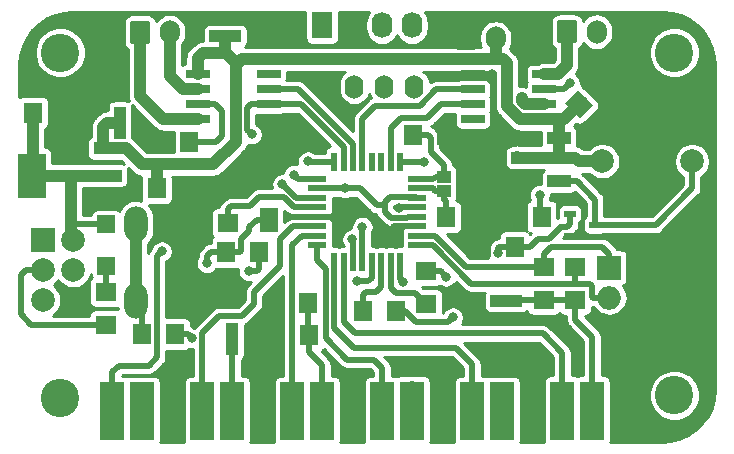
<source format=gbr>
G04 #@! TF.GenerationSoftware,KiCad,Pcbnew,(5.1.4)-1*
G04 #@! TF.CreationDate,2021-02-09T20:39:42-03:00*
G04 #@! TF.ProjectId,Eucalyptus,45756361-6c79-4707-9475-732e6b696361,rev?*
G04 #@! TF.SameCoordinates,Original*
G04 #@! TF.FileFunction,Copper,L1,Top*
G04 #@! TF.FilePolarity,Positive*
%FSLAX46Y46*%
G04 Gerber Fmt 4.6, Leading zero omitted, Abs format (unit mm)*
G04 Created by KiCad (PCBNEW (5.1.4)-1) date 2021-02-09 20:39:42*
%MOMM*%
%LPD*%
G04 APERTURE LIST*
%ADD10R,1.600000X0.550000*%
%ADD11R,0.550000X1.600000*%
%ADD12R,1.803400X1.600200*%
%ADD13C,2.000000*%
%ADD14R,2.000000X5.000000*%
%ADD15R,1.750000X2.200000*%
%ADD16O,1.750000X2.200000*%
%ADD17R,2.000000X2.000000*%
%ADD18O,2.000000X2.000000*%
%ADD19C,3.250000*%
%ADD20C,0.100000*%
%ADD21C,1.700000*%
%ADD22O,1.700000X2.000000*%
%ADD23R,1.600200X1.803400*%
%ADD24R,1.000000X2.700000*%
%ADD25R,2.700000X1.000000*%
%ADD26C,1.600200*%
%ADD27R,1.998980X1.000760*%
%ADD28R,1.498600X1.498600*%
%ADD29R,1.000760X0.599440*%
%ADD30O,2.000000X3.000000*%
%ADD31R,2.400000X1.000000*%
%ADD32R,2.400000X3.800000*%
%ADD33R,2.000000X0.711200*%
%ADD34R,1.200000X1.000000*%
%ADD35R,1.600000X2.000000*%
%ADD36O,1.600000X2.000000*%
%ADD37C,0.800000*%
%ADD38C,0.500000*%
%ADD39C,1.000000*%
%ADD40C,0.254000*%
G04 APERTURE END LIST*
D10*
X124250000Y-115300000D03*
X124250000Y-114500000D03*
X124250000Y-113700000D03*
X124250000Y-112900000D03*
X124250000Y-112100000D03*
X124250000Y-111300000D03*
X124250000Y-110500000D03*
X124250000Y-109700000D03*
D11*
X122800000Y-108250000D03*
X122000000Y-108250000D03*
X121200000Y-108250000D03*
X120400000Y-108250000D03*
X119600000Y-108250000D03*
X118800000Y-108250000D03*
X118000000Y-108250000D03*
X117200000Y-108250000D03*
D10*
X115750000Y-109700000D03*
X115750000Y-110500000D03*
X115750000Y-111300000D03*
X115750000Y-112100000D03*
X115750000Y-112900000D03*
X115750000Y-113700000D03*
X115750000Y-114500000D03*
X115750000Y-115300000D03*
D11*
X117200000Y-116750000D03*
X118000000Y-116750000D03*
X118800000Y-116750000D03*
X119600000Y-116750000D03*
X120400000Y-116750000D03*
X121200000Y-116750000D03*
X122000000Y-116750000D03*
X122800000Y-116750000D03*
D12*
X137604500Y-119951500D03*
X137604500Y-117157500D03*
D13*
X123825000Y-127857000D03*
D14*
X123825000Y-129357000D03*
D13*
X141605000Y-127857000D03*
D14*
X141605000Y-129357000D03*
D13*
X139065000Y-127857000D03*
D14*
X139065000Y-129357000D03*
D13*
X113665000Y-127881000D03*
D14*
X113665000Y-129381000D03*
D13*
X133985000Y-127881000D03*
D14*
X133985000Y-129381000D03*
D13*
X131445000Y-127881000D03*
D14*
X131445000Y-129381000D03*
D13*
X136525000Y-127857000D03*
D14*
X136525000Y-129357000D03*
D13*
X118745000Y-127881000D03*
D14*
X118745000Y-129381000D03*
D13*
X116205000Y-127881000D03*
D14*
X116205000Y-129381000D03*
D13*
X128905000Y-127881000D03*
D14*
X128905000Y-129381000D03*
D13*
X126365000Y-127881000D03*
D14*
X126365000Y-129381000D03*
D13*
X121285000Y-127881000D03*
D14*
X121285000Y-129381000D03*
D15*
X116180000Y-96700000D03*
D16*
X118720000Y-96700000D03*
X121260000Y-96700000D03*
X123800000Y-96700000D03*
D17*
X92583000Y-114871500D03*
D13*
X95123000Y-114871500D03*
X92583000Y-117411500D03*
X95123000Y-117411500D03*
X92583000Y-119951500D03*
X95123000Y-119951500D03*
D17*
X140500000Y-117200000D03*
D18*
X148120000Y-117200000D03*
X140500000Y-119740000D03*
X148120000Y-119740000D03*
D19*
X146000000Y-128000000D03*
X146000000Y-99000000D03*
X94000000Y-128250000D03*
X94000000Y-99000000D03*
D20*
G36*
X128999504Y-96801204D02*
G01*
X129023773Y-96804804D01*
X129047571Y-96810765D01*
X129070671Y-96819030D01*
X129092849Y-96829520D01*
X129113893Y-96842133D01*
X129133598Y-96856747D01*
X129151777Y-96873223D01*
X129168253Y-96891402D01*
X129182867Y-96911107D01*
X129195480Y-96932151D01*
X129205970Y-96954329D01*
X129214235Y-96977429D01*
X129220196Y-97001227D01*
X129223796Y-97025496D01*
X129225000Y-97050000D01*
X129225000Y-98550000D01*
X129223796Y-98574504D01*
X129220196Y-98598773D01*
X129214235Y-98622571D01*
X129205970Y-98645671D01*
X129195480Y-98667849D01*
X129182867Y-98688893D01*
X129168253Y-98708598D01*
X129151777Y-98726777D01*
X129133598Y-98743253D01*
X129113893Y-98757867D01*
X129092849Y-98770480D01*
X129070671Y-98780970D01*
X129047571Y-98789235D01*
X129023773Y-98795196D01*
X128999504Y-98798796D01*
X128975000Y-98800000D01*
X127775000Y-98800000D01*
X127750496Y-98798796D01*
X127726227Y-98795196D01*
X127702429Y-98789235D01*
X127679329Y-98780970D01*
X127657151Y-98770480D01*
X127636107Y-98757867D01*
X127616402Y-98743253D01*
X127598223Y-98726777D01*
X127581747Y-98708598D01*
X127567133Y-98688893D01*
X127554520Y-98667849D01*
X127544030Y-98645671D01*
X127535765Y-98622571D01*
X127529804Y-98598773D01*
X127526204Y-98574504D01*
X127525000Y-98550000D01*
X127525000Y-97050000D01*
X127526204Y-97025496D01*
X127529804Y-97001227D01*
X127535765Y-96977429D01*
X127544030Y-96954329D01*
X127554520Y-96932151D01*
X127567133Y-96911107D01*
X127581747Y-96891402D01*
X127598223Y-96873223D01*
X127616402Y-96856747D01*
X127636107Y-96842133D01*
X127657151Y-96829520D01*
X127679329Y-96819030D01*
X127702429Y-96810765D01*
X127726227Y-96804804D01*
X127750496Y-96801204D01*
X127775000Y-96800000D01*
X128975000Y-96800000D01*
X128999504Y-96801204D01*
X128999504Y-96801204D01*
G37*
D21*
X128375000Y-97800000D03*
D22*
X130875000Y-97800000D03*
D20*
G36*
X137549504Y-96226204D02*
G01*
X137573773Y-96229804D01*
X137597571Y-96235765D01*
X137620671Y-96244030D01*
X137642849Y-96254520D01*
X137663893Y-96267133D01*
X137683598Y-96281747D01*
X137701777Y-96298223D01*
X137718253Y-96316402D01*
X137732867Y-96336107D01*
X137745480Y-96357151D01*
X137755970Y-96379329D01*
X137764235Y-96402429D01*
X137770196Y-96426227D01*
X137773796Y-96450496D01*
X137775000Y-96475000D01*
X137775000Y-97975000D01*
X137773796Y-97999504D01*
X137770196Y-98023773D01*
X137764235Y-98047571D01*
X137755970Y-98070671D01*
X137745480Y-98092849D01*
X137732867Y-98113893D01*
X137718253Y-98133598D01*
X137701777Y-98151777D01*
X137683598Y-98168253D01*
X137663893Y-98182867D01*
X137642849Y-98195480D01*
X137620671Y-98205970D01*
X137597571Y-98214235D01*
X137573773Y-98220196D01*
X137549504Y-98223796D01*
X137525000Y-98225000D01*
X136325000Y-98225000D01*
X136300496Y-98223796D01*
X136276227Y-98220196D01*
X136252429Y-98214235D01*
X136229329Y-98205970D01*
X136207151Y-98195480D01*
X136186107Y-98182867D01*
X136166402Y-98168253D01*
X136148223Y-98151777D01*
X136131747Y-98133598D01*
X136117133Y-98113893D01*
X136104520Y-98092849D01*
X136094030Y-98070671D01*
X136085765Y-98047571D01*
X136079804Y-98023773D01*
X136076204Y-97999504D01*
X136075000Y-97975000D01*
X136075000Y-96475000D01*
X136076204Y-96450496D01*
X136079804Y-96426227D01*
X136085765Y-96402429D01*
X136094030Y-96379329D01*
X136104520Y-96357151D01*
X136117133Y-96336107D01*
X136131747Y-96316402D01*
X136148223Y-96298223D01*
X136166402Y-96281747D01*
X136186107Y-96267133D01*
X136207151Y-96254520D01*
X136229329Y-96244030D01*
X136252429Y-96235765D01*
X136276227Y-96229804D01*
X136300496Y-96226204D01*
X136325000Y-96225000D01*
X137525000Y-96225000D01*
X137549504Y-96226204D01*
X137549504Y-96226204D01*
G37*
D21*
X136925000Y-97225000D03*
D22*
X139425000Y-97225000D03*
X103274500Y-97282000D03*
D20*
G36*
X101399004Y-96283204D02*
G01*
X101423273Y-96286804D01*
X101447071Y-96292765D01*
X101470171Y-96301030D01*
X101492349Y-96311520D01*
X101513393Y-96324133D01*
X101533098Y-96338747D01*
X101551277Y-96355223D01*
X101567753Y-96373402D01*
X101582367Y-96393107D01*
X101594980Y-96414151D01*
X101605470Y-96436329D01*
X101613735Y-96459429D01*
X101619696Y-96483227D01*
X101623296Y-96507496D01*
X101624500Y-96532000D01*
X101624500Y-98032000D01*
X101623296Y-98056504D01*
X101619696Y-98080773D01*
X101613735Y-98104571D01*
X101605470Y-98127671D01*
X101594980Y-98149849D01*
X101582367Y-98170893D01*
X101567753Y-98190598D01*
X101551277Y-98208777D01*
X101533098Y-98225253D01*
X101513393Y-98239867D01*
X101492349Y-98252480D01*
X101470171Y-98262970D01*
X101447071Y-98271235D01*
X101423273Y-98277196D01*
X101399004Y-98280796D01*
X101374500Y-98282000D01*
X100174500Y-98282000D01*
X100149996Y-98280796D01*
X100125727Y-98277196D01*
X100101929Y-98271235D01*
X100078829Y-98262970D01*
X100056651Y-98252480D01*
X100035607Y-98239867D01*
X100015902Y-98225253D01*
X99997723Y-98208777D01*
X99981247Y-98190598D01*
X99966633Y-98170893D01*
X99954020Y-98149849D01*
X99943530Y-98127671D01*
X99935265Y-98104571D01*
X99929304Y-98080773D01*
X99925704Y-98056504D01*
X99924500Y-98032000D01*
X99924500Y-96532000D01*
X99925704Y-96507496D01*
X99929304Y-96483227D01*
X99935265Y-96459429D01*
X99943530Y-96436329D01*
X99954020Y-96414151D01*
X99966633Y-96393107D01*
X99981247Y-96373402D01*
X99997723Y-96355223D01*
X100015902Y-96338747D01*
X100035607Y-96324133D01*
X100056651Y-96311520D01*
X100078829Y-96301030D01*
X100101929Y-96292765D01*
X100125727Y-96286804D01*
X100149996Y-96283204D01*
X100174500Y-96282000D01*
X101374500Y-96282000D01*
X101399004Y-96283204D01*
X101399004Y-96283204D01*
G37*
D21*
X100774500Y-97282000D03*
D12*
X108204000Y-110617000D03*
X108204000Y-113411000D03*
D23*
X103730000Y-122850000D03*
X100936000Y-122850000D03*
D14*
X103505000Y-129381000D03*
D13*
X103505000Y-127881000D03*
D14*
X100965000Y-129381000D03*
D13*
X100965000Y-127881000D03*
X98425000Y-127881000D03*
D14*
X98425000Y-129381000D03*
D13*
X111125000Y-127881000D03*
D14*
X111125000Y-129381000D03*
X108585000Y-129381000D03*
D13*
X108585000Y-127881000D03*
X106045000Y-127881000D03*
D14*
X106045000Y-129381000D03*
D13*
X147500500Y-108204000D03*
X139900500Y-108204000D03*
D24*
X99060000Y-104933500D03*
X99060000Y-100933500D03*
X108585000Y-119221500D03*
X108585000Y-123221500D03*
D23*
X91694000Y-104076500D03*
X94488000Y-104076500D03*
D25*
X131794000Y-120015000D03*
X127794000Y-120015000D03*
D26*
X137922000Y-103378000D03*
D20*
G36*
X137850158Y-102174646D02*
G01*
X139125354Y-103449842D01*
X137993842Y-104581354D01*
X136718646Y-103306158D01*
X137850158Y-102174646D01*
X137850158Y-102174646D01*
G37*
D26*
X139897656Y-101402344D03*
D20*
G36*
X139825814Y-100198990D02*
G01*
X141101010Y-101474186D01*
X139969498Y-102605698D01*
X138694302Y-101330502D01*
X139825814Y-100198990D01*
X139825814Y-100198990D01*
G37*
D25*
X129553200Y-107899200D03*
X133553200Y-107899200D03*
D23*
X102184200Y-110490000D03*
X104978200Y-110490000D03*
D25*
X107982000Y-97599500D03*
X111982000Y-97599500D03*
D27*
X136245600Y-109900720D03*
X136245600Y-106202480D03*
D28*
X97917000Y-117033040D03*
X97917000Y-113538000D03*
D29*
X137170160Y-112636300D03*
X139283440Y-113588800D03*
X137170160Y-114541300D03*
D23*
X129692400Y-115468400D03*
X132486400Y-115468400D03*
D12*
X134937500Y-117157500D03*
X134937500Y-119951500D03*
X97917000Y-119253000D03*
X97917000Y-122047000D03*
X124968000Y-120269000D03*
X124968000Y-117475000D03*
D23*
X122428000Y-120904000D03*
X119634000Y-120904000D03*
X134772400Y-112877600D03*
X131978400Y-112877600D03*
X102158800Y-106527600D03*
X104952800Y-106527600D03*
D30*
X100429500Y-113526500D03*
X104929500Y-113526500D03*
X104929500Y-120026500D03*
X100429500Y-120026500D03*
D31*
X98042000Y-111710500D03*
X98042000Y-109410500D03*
X98042000Y-107110500D03*
D32*
X91592000Y-109410500D03*
D33*
X134953000Y-100838000D03*
X134953000Y-102108000D03*
X134953000Y-103378000D03*
X134953000Y-104648000D03*
X128953000Y-104648000D03*
X128953000Y-103378000D03*
X128953000Y-102108000D03*
X128953000Y-100838000D03*
X111648500Y-104648000D03*
X111648500Y-103378000D03*
X111648500Y-102108000D03*
X111648500Y-100838000D03*
X105648500Y-100838000D03*
X105648500Y-102108000D03*
X105648500Y-103378000D03*
X105648500Y-104648000D03*
D23*
X129489200Y-112928400D03*
X126695200Y-112928400D03*
X123850400Y-105968800D03*
X126644400Y-105968800D03*
D34*
X126492000Y-110693200D03*
X128092000Y-110693200D03*
X128092000Y-109493200D03*
X126492000Y-109493200D03*
D35*
X111658400Y-107739200D03*
X111658400Y-113139200D03*
D23*
X110871000Y-115887500D03*
X108077000Y-115887500D03*
X112176001Y-120197001D03*
X114970001Y-120197001D03*
X112268000Y-122936000D03*
X115062000Y-122936000D03*
D36*
X118920000Y-101900000D03*
X116380000Y-101900000D03*
X121460000Y-101900000D03*
X124000000Y-101900000D03*
D37*
X113334800Y-112928400D03*
X130556000Y-100838000D03*
X97028000Y-103124000D03*
X100838000Y-105156000D03*
X100076000Y-110744000D03*
X122174000Y-114808000D03*
X131064000Y-114046000D03*
X127508000Y-118872000D03*
X122732800Y-112115600D03*
X119126000Y-118364000D03*
X106426000Y-116840008D03*
X91694000Y-106426000D03*
X118100000Y-110500000D03*
X109982000Y-117513990D03*
X105156000Y-123190000D03*
X123037600Y-118414800D03*
X127254000Y-121412000D03*
X126695200Y-117957600D03*
X114998500Y-108204000D03*
X113792000Y-109347006D03*
X110235991Y-105918011D03*
X131114800Y-115976400D03*
X124850000Y-108267500D03*
X118749990Y-114808000D03*
X119600000Y-113758000D03*
X137160000Y-101600000D03*
X134620000Y-111048800D03*
X133096000Y-102870000D03*
X112826800Y-110134400D03*
X102616004Y-115824000D03*
D38*
X139283440Y-112789080D02*
X139283440Y-113588800D01*
X139283440Y-111439070D02*
X139283440Y-112789080D01*
X137745090Y-109900720D02*
X139283440Y-111439070D01*
X136245600Y-109900720D02*
X137745090Y-109900720D01*
X144411700Y-113588800D02*
X147500500Y-110500000D01*
X139283440Y-113588800D02*
X144411700Y-113588800D01*
X147500500Y-108204000D02*
X147500500Y-110500000D01*
D39*
X132690620Y-107815380D02*
X132683000Y-107823000D01*
X107982000Y-99028500D02*
X108013500Y-99060000D01*
X107982000Y-97599500D02*
X107982000Y-99028500D01*
X136245600Y-107702860D02*
X136245600Y-106202480D01*
X136049260Y-107899200D02*
X136245600Y-107702860D01*
X133553200Y-107899200D02*
X136049260Y-107899200D01*
X108013500Y-99060000D02*
X108948483Y-99994983D01*
X130873500Y-97801500D02*
X130875000Y-97800000D01*
X130873500Y-99568000D02*
X130873500Y-97801500D01*
X109375466Y-99568000D02*
X130873500Y-99568000D01*
X108948483Y-99994983D02*
X109375466Y-99568000D01*
X102053900Y-108458000D02*
X101854000Y-108458000D01*
X102184200Y-108588300D02*
X102053900Y-108458000D01*
X102184200Y-110490000D02*
X102184200Y-108588300D01*
X99554000Y-107110500D02*
X98042000Y-107110500D01*
X100133150Y-107689650D02*
X99554000Y-107110500D01*
X100901500Y-108458000D02*
X100133150Y-107689650D01*
X101854000Y-108458000D02*
X100901500Y-108458000D01*
X97637600Y-106706100D02*
X98042000Y-107110500D01*
X97637600Y-105308400D02*
X97637600Y-106706100D01*
X99060000Y-104933500D02*
X98012500Y-104933500D01*
X98012500Y-104933500D02*
X97637600Y-105308400D01*
X106984800Y-108458000D02*
X101854000Y-108458000D01*
X108881998Y-106560802D02*
X106984800Y-108458000D01*
X108948483Y-99994983D02*
X108881998Y-100061468D01*
X108881998Y-100061468D02*
X108881998Y-106560802D01*
X137922000Y-103378000D02*
X136652000Y-104648000D01*
X136652000Y-104648000D02*
X134953000Y-104648000D01*
X136245600Y-104702100D02*
X136245600Y-106202480D01*
X136299700Y-104648000D02*
X136245600Y-104702100D01*
X136652000Y-104648000D02*
X136299700Y-104648000D01*
X139900500Y-108204000D02*
X137922000Y-108204000D01*
X137617200Y-107899200D02*
X136049260Y-107899200D01*
X137922000Y-108204000D02*
X137617200Y-107899200D01*
X132953000Y-104648000D02*
X134953000Y-104648000D01*
X131826000Y-103521000D02*
X132953000Y-104648000D01*
X131826000Y-99885500D02*
X131826000Y-103521000D01*
X130873500Y-99568000D02*
X131508500Y-99568000D01*
X131508500Y-99568000D02*
X131826000Y-99885500D01*
X105648500Y-99482400D02*
X106070900Y-99060000D01*
X105648500Y-100838000D02*
X105648500Y-99482400D01*
X106070900Y-99060000D02*
X108013500Y-99060000D01*
D38*
X124250000Y-112100000D02*
X122748400Y-112100000D01*
X122748400Y-112100000D02*
X122732800Y-112115600D01*
X115750000Y-112900000D02*
X117720800Y-112900000D01*
X117720800Y-112900000D02*
X117800000Y-112979200D01*
X115750000Y-112900000D02*
X113363200Y-112900000D01*
X113363200Y-112900000D02*
X113334800Y-112928400D01*
X112176001Y-122844001D02*
X112268000Y-122936000D01*
X112176001Y-120197001D02*
X112176001Y-122844001D01*
X124250000Y-113700000D02*
X122266000Y-113700000D01*
X122174000Y-113792000D02*
X122174000Y-114808000D01*
X122266000Y-113700000D02*
X122174000Y-113792000D01*
X120400000Y-116750000D02*
X120400000Y-118050000D01*
X119691685Y-118364000D02*
X119126000Y-118364000D01*
X120086000Y-118364000D02*
X119691685Y-118364000D01*
X120400000Y-118050000D02*
X120086000Y-118364000D01*
X109220000Y-115887500D02*
X108077000Y-115887500D01*
X110634800Y-113139200D02*
X110013750Y-113760250D01*
X111658400Y-113139200D02*
X110634800Y-113139200D01*
X110013750Y-113760250D02*
X110013750Y-114113052D01*
X110013750Y-114113052D02*
X109347000Y-114779802D01*
X109347000Y-114779802D02*
X109347000Y-115760500D01*
X109347000Y-115760500D02*
X109220000Y-115887500D01*
X106426000Y-116238400D02*
X106426000Y-116274323D01*
X106776900Y-115887500D02*
X106426000Y-116238400D01*
X106426000Y-116274323D02*
X106426000Y-116840008D01*
X108077000Y-115887500D02*
X106776900Y-115887500D01*
X134937500Y-119951500D02*
X137604500Y-119951500D01*
X139065000Y-127357000D02*
X139065000Y-123063000D01*
X137604500Y-121602500D02*
X137604500Y-119951500D01*
X139065000Y-123063000D02*
X137604500Y-121602500D01*
D39*
X91592000Y-109410500D02*
X94932500Y-109410500D01*
X94932500Y-109410500D02*
X98042000Y-109410500D01*
X95123000Y-114871500D02*
X94932500Y-114681000D01*
D38*
X131857500Y-119951500D02*
X131794000Y-120015000D01*
X134937500Y-119951500D02*
X131857500Y-119951500D01*
X108585000Y-123221500D02*
X108585000Y-127381000D01*
X95123000Y-113538000D02*
X94932500Y-113728500D01*
X97917000Y-113538000D02*
X95123000Y-113538000D01*
D39*
X94932500Y-114681000D02*
X94932500Y-113728500D01*
X94932500Y-113728500D02*
X94932500Y-109410500D01*
D38*
X123355999Y-112965601D02*
X122008001Y-112965601D01*
X124250000Y-112900000D02*
X123421600Y-112900000D01*
X123421600Y-112900000D02*
X123355999Y-112965601D01*
X122008001Y-112965601D02*
X121513600Y-112471200D01*
X124175001Y-111225001D02*
X124250000Y-111300000D01*
X121946999Y-111225001D02*
X124175001Y-111225001D01*
X121513600Y-111658400D02*
X121946999Y-111225001D01*
X121513600Y-111912400D02*
X120802400Y-111912400D01*
X121513600Y-111912400D02*
X121513600Y-111658400D01*
X121513600Y-112471200D02*
X121513600Y-111912400D01*
X119390000Y-110500000D02*
X118100000Y-110500000D01*
X120802400Y-111912400D02*
X119390000Y-110500000D01*
D39*
X91694000Y-109308500D02*
X91592000Y-109410500D01*
X91694000Y-106426000D02*
X91694000Y-109308500D01*
X91694000Y-104076500D02*
X91694000Y-106426000D01*
D38*
X118100000Y-110500000D02*
X115750000Y-110500000D01*
X110646210Y-117513990D02*
X110547685Y-117513990D01*
X110871000Y-115887500D02*
X110871000Y-117289200D01*
X110871000Y-117289200D02*
X110646210Y-117513990D01*
X110547685Y-117513990D02*
X109982000Y-117513990D01*
X104816000Y-122850000D02*
X105156000Y-123190000D01*
X103730000Y-122850000D02*
X104816000Y-122850000D01*
X114970001Y-122844001D02*
X115062000Y-122936000D01*
X114970001Y-120197001D02*
X114970001Y-122844001D01*
X115062000Y-124337700D02*
X115062000Y-122936000D01*
X116205000Y-127381000D02*
X116205000Y-125480700D01*
X116205000Y-125480700D02*
X115062000Y-124337700D01*
D39*
X100429500Y-113526500D02*
X100429500Y-120026500D01*
D38*
X100936000Y-120533000D02*
X100429500Y-120026500D01*
X100936000Y-122850000D02*
X100936000Y-120533000D01*
X122800000Y-118177200D02*
X123037600Y-118414800D01*
X122800000Y-116750000D02*
X122800000Y-118177200D01*
X114450000Y-112100000D02*
X115750000Y-112100000D01*
X113802437Y-112100000D02*
X114450000Y-112100000D01*
X108204000Y-112268000D02*
X108458000Y-112014000D01*
X108204000Y-113411000D02*
X108204000Y-112268000D01*
X108458000Y-112014000D02*
X110045500Y-112014000D01*
X110045500Y-112014000D02*
X110807500Y-111252000D01*
X110807500Y-111252000D02*
X112954437Y-111252000D01*
X112954437Y-111252000D02*
X113802437Y-112100000D01*
X124250000Y-110500000D02*
X125587600Y-110500000D01*
X125780800Y-110693200D02*
X126492000Y-110693200D01*
X125587600Y-110500000D02*
X125780800Y-110693200D01*
X126492000Y-110693200D02*
X126492000Y-111455200D01*
X126695200Y-111526700D02*
X126695200Y-112928400D01*
X126623700Y-111455200D02*
X126695200Y-111526700D01*
X126492000Y-111455200D02*
X126623700Y-111455200D01*
X126492000Y-109493200D02*
X125812400Y-109493200D01*
X125605600Y-109700000D02*
X124250000Y-109700000D01*
X125812400Y-109493200D02*
X125605600Y-109700000D01*
X125150500Y-105968800D02*
X123850400Y-105968800D01*
X125394299Y-106212599D02*
X125150500Y-105968800D01*
X125394299Y-107395499D02*
X125394299Y-106212599D01*
X126492000Y-108493200D02*
X125394299Y-107395499D01*
X126492000Y-109493200D02*
X126492000Y-108493200D01*
X97917000Y-117033040D02*
X97917000Y-119253000D01*
X126854001Y-121811999D02*
X127254000Y-121412000D01*
X124097999Y-121811999D02*
X126854001Y-121811999D01*
X122428000Y-120904000D02*
X123190000Y-120904000D01*
X123190000Y-120904000D02*
X124097999Y-121811999D01*
X124968000Y-117475000D02*
X126212600Y-117475000D01*
X126212600Y-117475000D02*
X126695200Y-117957600D01*
X113665000Y-115285000D02*
X113665000Y-125881000D01*
X115750000Y-114500000D02*
X114450000Y-114500000D01*
X114450000Y-114500000D02*
X113665000Y-115285000D01*
X113665000Y-125881000D02*
X113665000Y-127881000D01*
X121285000Y-125715000D02*
X121285000Y-127381000D01*
X120570000Y-125000000D02*
X121285000Y-125715000D01*
X115780000Y-115330000D02*
X115780000Y-116600000D01*
X115750000Y-115300000D02*
X115780000Y-115330000D01*
X115780000Y-116600000D02*
X116474999Y-117294999D01*
X116474999Y-117294999D02*
X116474999Y-123174999D01*
X116474999Y-123174999D02*
X118300000Y-125000000D01*
X118300000Y-125000000D02*
X120570000Y-125000000D01*
X128905000Y-125405000D02*
X128905000Y-127381000D01*
X127500000Y-124000000D02*
X128905000Y-125405000D01*
X118920000Y-124000000D02*
X127500000Y-124000000D01*
X117200000Y-116750000D02*
X117200000Y-122280000D01*
X117200000Y-122280000D02*
X118920000Y-124000000D01*
X136525000Y-124442787D02*
X136525000Y-125857000D01*
X134852215Y-122770002D02*
X136525000Y-124442787D01*
X118960002Y-122770002D02*
X134852215Y-122770002D01*
X118000000Y-116750000D02*
X118000000Y-121810000D01*
X118000000Y-121810000D02*
X118960002Y-122770002D01*
X136525000Y-125857000D02*
X136525000Y-129357000D01*
X117200000Y-108250000D02*
X115044500Y-108250000D01*
X115044500Y-108250000D02*
X114998500Y-108204000D01*
X91122500Y-117411500D02*
X92583000Y-117411500D01*
X90678000Y-117856000D02*
X91122500Y-117411500D01*
X90678000Y-121158000D02*
X90678000Y-117856000D01*
X97917000Y-122047000D02*
X91567000Y-122047000D01*
X91567000Y-122047000D02*
X90678000Y-121158000D01*
X115750000Y-109700000D02*
X114144994Y-109700000D01*
X114144994Y-109700000D02*
X113792000Y-109347006D01*
X118000000Y-106951000D02*
X118000000Y-108250000D01*
X111648500Y-103378000D02*
X114427000Y-103378000D01*
X114427000Y-103378000D02*
X118000000Y-106951000D01*
X110148500Y-103378000D02*
X109835992Y-103690508D01*
X111648500Y-103378000D02*
X110148500Y-103378000D01*
X109835992Y-103690508D02*
X109835992Y-105518012D01*
X109835992Y-105518012D02*
X110235991Y-105918011D01*
X131114800Y-115539900D02*
X131114800Y-115976400D01*
X132486400Y-115468400D02*
X131186300Y-115468400D01*
X131186300Y-115468400D02*
X131114800Y-115539900D01*
X122800000Y-108250000D02*
X124832500Y-108250000D01*
X124832500Y-108250000D02*
X124850000Y-108267500D01*
X133786500Y-115468400D02*
X132486400Y-115468400D01*
X134497700Y-114757200D02*
X133786500Y-115468400D01*
X135404602Y-114757200D02*
X134497700Y-114757200D01*
X137170160Y-112636300D02*
X137170160Y-113527840D01*
X136906421Y-113791579D02*
X136309779Y-113791579D01*
X136309779Y-113791579D02*
X136309358Y-113792000D01*
X137170160Y-113527840D02*
X136906421Y-113791579D01*
X136309358Y-113792000D02*
X136309358Y-113852444D01*
X136309358Y-113852444D02*
X135404602Y-114757200D01*
X137604500Y-118457600D02*
X137604500Y-117157500D01*
X137507600Y-118554500D02*
X137604500Y-118457600D01*
X128804500Y-118554500D02*
X137507600Y-118554500D01*
X125550000Y-115300000D02*
X128804500Y-118554500D01*
X124250000Y-115300000D02*
X125550000Y-115300000D01*
X139085787Y-119740000D02*
X140500000Y-119740000D01*
X139060001Y-119714214D02*
X139085787Y-119740000D01*
X139060001Y-118740001D02*
X139060001Y-119714214D01*
X138874500Y-118554500D02*
X139060001Y-118740001D01*
X137507600Y-118554500D02*
X138874500Y-118554500D01*
X125550000Y-114500000D02*
X124250000Y-114500000D01*
X125739963Y-114500000D02*
X125550000Y-114500000D01*
X128397463Y-117157500D02*
X125739963Y-114500000D01*
X134937500Y-117157500D02*
X128397463Y-117157500D01*
X134937500Y-116078000D02*
X134937500Y-117157500D01*
X135572500Y-115443000D02*
X134937500Y-116078000D01*
X139890500Y-115443000D02*
X135572500Y-115443000D01*
X140500000Y-117200000D02*
X140500000Y-116052500D01*
X140500000Y-116052500D02*
X139890500Y-115443000D01*
X122000000Y-118952000D02*
X122428000Y-119380000D01*
X122000000Y-116750000D02*
X122000000Y-118952000D01*
X124079000Y-119380000D02*
X124968000Y-120269000D01*
X122428000Y-119380000D02*
X124079000Y-119380000D01*
X121200000Y-118830000D02*
X120777000Y-119253000D01*
X121200000Y-116750000D02*
X121200000Y-118830000D01*
X119634000Y-119502300D02*
X119634000Y-120904000D01*
X119883300Y-119253000D02*
X119634000Y-119502300D01*
X120777000Y-119253000D02*
X119883300Y-119253000D01*
X118800000Y-116750000D02*
X118800000Y-114858010D01*
X118800000Y-114858010D02*
X118749990Y-114808000D01*
X119600000Y-116750000D02*
X119600000Y-113758000D01*
X134953000Y-102108000D02*
X136652000Y-102108000D01*
X136652000Y-102108000D02*
X137160000Y-101600000D01*
X134620000Y-112725200D02*
X134772400Y-112877600D01*
X134620000Y-111048800D02*
X134620000Y-112725200D01*
X105648500Y-103378000D02*
X107148500Y-103378000D01*
X104952800Y-106527600D02*
X107188000Y-106527600D01*
X107676250Y-106039350D02*
X107676250Y-103905750D01*
X107188000Y-106527600D02*
X107676250Y-106039350D01*
X107148500Y-103378000D02*
X107676250Y-103905750D01*
X126238000Y-103378000D02*
X128953000Y-103378000D01*
X125069600Y-104546400D02*
X126238000Y-103378000D01*
X122834400Y-104546400D02*
X125069600Y-104546400D01*
X122000000Y-108250000D02*
X122000000Y-105380800D01*
X122000000Y-105380800D02*
X122834400Y-104546400D01*
X119600000Y-104580400D02*
X119600000Y-108250000D01*
X120677881Y-103502519D02*
X119600000Y-104580400D01*
X124457519Y-103502519D02*
X120677881Y-103502519D01*
X128953000Y-102108000D02*
X125852038Y-102108000D01*
X125852038Y-102108000D02*
X124457519Y-103502519D01*
X113148500Y-102108000D02*
X111648500Y-102108000D01*
X114173000Y-102108000D02*
X113148500Y-102108000D01*
X118800000Y-108250000D02*
X118800000Y-106735000D01*
X118800000Y-106735000D02*
X114173000Y-102108000D01*
D39*
X134953000Y-100838000D02*
X136144000Y-100838000D01*
X136925000Y-100057000D02*
X136925000Y-97225000D01*
X136144000Y-100838000D02*
X136925000Y-100057000D01*
X133096000Y-102870000D02*
X133096000Y-103093930D01*
X133380070Y-103378000D02*
X134953000Y-103378000D01*
X133096000Y-103093930D02*
X133380070Y-103378000D01*
X104394000Y-102108000D02*
X103274500Y-100988500D01*
X105648500Y-102108000D02*
X104394000Y-102108000D01*
X103274500Y-100988500D02*
X103274500Y-97282000D01*
X100774500Y-97282000D02*
X100774500Y-102679500D01*
X102743000Y-104648000D02*
X105648500Y-104648000D01*
X100774500Y-102679500D02*
X102743000Y-104648000D01*
D38*
X113992400Y-111300000D02*
X112826800Y-110134400D01*
X115750000Y-111300000D02*
X113992400Y-111300000D01*
X102216005Y-116223999D02*
X102616004Y-115824000D01*
X98425000Y-126075000D02*
X99000000Y-125500000D01*
X98425000Y-127381000D02*
X98425000Y-126075000D01*
X99000000Y-125500000D02*
X101500000Y-125500000D01*
X101500000Y-125500000D02*
X102215997Y-124784003D01*
X102215997Y-124784003D02*
X102215997Y-116224007D01*
X102215997Y-116224007D02*
X102216005Y-116223999D01*
X106045000Y-123825000D02*
X106045000Y-127381000D01*
X106045000Y-122701500D02*
X106045000Y-123825000D01*
X109410500Y-121285000D02*
X107461500Y-121285000D01*
X113707602Y-113700000D02*
X112649000Y-114758602D01*
X115750000Y-113700000D02*
X113707602Y-113700000D01*
X112649000Y-114758602D02*
X112649000Y-117030500D01*
X107461500Y-121285000D02*
X106045000Y-122701500D01*
X112649000Y-117030500D02*
X110426500Y-119253000D01*
X110426500Y-119253000D02*
X110426500Y-120269000D01*
X110426500Y-120269000D02*
X109410500Y-121285000D01*
D40*
G36*
X135740000Y-124767945D02*
G01*
X135740001Y-125818430D01*
X135740000Y-125818440D01*
X135740000Y-126319412D01*
X135525000Y-126319412D01*
X135420122Y-126329742D01*
X135319274Y-126360333D01*
X135226332Y-126410012D01*
X135144868Y-126476868D01*
X135078012Y-126558332D01*
X135028333Y-126651274D01*
X134997742Y-126752122D01*
X134987412Y-126857000D01*
X134987412Y-131857000D01*
X134995587Y-131940000D01*
X132976777Y-131940000D01*
X132982588Y-131881000D01*
X132982588Y-126881000D01*
X132972258Y-126776122D01*
X132941667Y-126675274D01*
X132891988Y-126582332D01*
X132825132Y-126500868D01*
X132743668Y-126434012D01*
X132650726Y-126384333D01*
X132549878Y-126353742D01*
X132445000Y-126343412D01*
X130445000Y-126343412D01*
X130340122Y-126353742D01*
X130239274Y-126384333D01*
X130175000Y-126418688D01*
X130110726Y-126384333D01*
X130009878Y-126353742D01*
X129905000Y-126343412D01*
X129690000Y-126343412D01*
X129690000Y-125443552D01*
X129693797Y-125404999D01*
X129690000Y-125366446D01*
X129690000Y-125366439D01*
X129678641Y-125251113D01*
X129633754Y-125103140D01*
X129560862Y-124966767D01*
X129498042Y-124890222D01*
X129487345Y-124877187D01*
X129487342Y-124877184D01*
X129462764Y-124847236D01*
X129432817Y-124822659D01*
X128165159Y-123555002D01*
X134527058Y-123555002D01*
X135740000Y-124767945D01*
X135740000Y-124767945D01*
G37*
X135740000Y-124767945D02*
X135740001Y-125818430D01*
X135740000Y-125818440D01*
X135740000Y-126319412D01*
X135525000Y-126319412D01*
X135420122Y-126329742D01*
X135319274Y-126360333D01*
X135226332Y-126410012D01*
X135144868Y-126476868D01*
X135078012Y-126558332D01*
X135028333Y-126651274D01*
X134997742Y-126752122D01*
X134987412Y-126857000D01*
X134987412Y-131857000D01*
X134995587Y-131940000D01*
X132976777Y-131940000D01*
X132982588Y-131881000D01*
X132982588Y-126881000D01*
X132972258Y-126776122D01*
X132941667Y-126675274D01*
X132891988Y-126582332D01*
X132825132Y-126500868D01*
X132743668Y-126434012D01*
X132650726Y-126384333D01*
X132549878Y-126353742D01*
X132445000Y-126343412D01*
X130445000Y-126343412D01*
X130340122Y-126353742D01*
X130239274Y-126384333D01*
X130175000Y-126418688D01*
X130110726Y-126384333D01*
X130009878Y-126353742D01*
X129905000Y-126343412D01*
X129690000Y-126343412D01*
X129690000Y-125443552D01*
X129693797Y-125404999D01*
X129690000Y-125366446D01*
X129690000Y-125366439D01*
X129678641Y-125251113D01*
X129633754Y-125103140D01*
X129560862Y-124966767D01*
X129498042Y-124890222D01*
X129487345Y-124877187D01*
X129487342Y-124877184D01*
X129462764Y-124847236D01*
X129432817Y-124822659D01*
X128165159Y-123555002D01*
X134527058Y-123555002D01*
X135740000Y-124767945D01*
G36*
X128120000Y-125730158D02*
G01*
X128120000Y-126343412D01*
X127905000Y-126343412D01*
X127800122Y-126353742D01*
X127699274Y-126384333D01*
X127606332Y-126434012D01*
X127524868Y-126500868D01*
X127458012Y-126582332D01*
X127408333Y-126675274D01*
X127377742Y-126776122D01*
X127367412Y-126881000D01*
X127367412Y-131881000D01*
X127373223Y-131940000D01*
X125354413Y-131940000D01*
X125362588Y-131857000D01*
X125362588Y-126857000D01*
X125352258Y-126752122D01*
X125321667Y-126651274D01*
X125271988Y-126558332D01*
X125205132Y-126476868D01*
X125123668Y-126410012D01*
X125030726Y-126360333D01*
X124929878Y-126329742D01*
X124825000Y-126319412D01*
X122825000Y-126319412D01*
X122720122Y-126329742D01*
X122619274Y-126360333D01*
X122532550Y-126406688D01*
X122490726Y-126384333D01*
X122389878Y-126353742D01*
X122285000Y-126343412D01*
X122070000Y-126343412D01*
X122070000Y-125753556D01*
X122073797Y-125715000D01*
X122070000Y-125676440D01*
X122070000Y-125676439D01*
X122065878Y-125634586D01*
X122058642Y-125561113D01*
X122013754Y-125413140D01*
X122005605Y-125397895D01*
X121940862Y-125276767D01*
X121842764Y-125157236D01*
X121812811Y-125132654D01*
X121465157Y-124785000D01*
X127174843Y-124785000D01*
X128120000Y-125730158D01*
X128120000Y-125730158D01*
G37*
X128120000Y-125730158D02*
X128120000Y-126343412D01*
X127905000Y-126343412D01*
X127800122Y-126353742D01*
X127699274Y-126384333D01*
X127606332Y-126434012D01*
X127524868Y-126500868D01*
X127458012Y-126582332D01*
X127408333Y-126675274D01*
X127377742Y-126776122D01*
X127367412Y-126881000D01*
X127367412Y-131881000D01*
X127373223Y-131940000D01*
X125354413Y-131940000D01*
X125362588Y-131857000D01*
X125362588Y-126857000D01*
X125352258Y-126752122D01*
X125321667Y-126651274D01*
X125271988Y-126558332D01*
X125205132Y-126476868D01*
X125123668Y-126410012D01*
X125030726Y-126360333D01*
X124929878Y-126329742D01*
X124825000Y-126319412D01*
X122825000Y-126319412D01*
X122720122Y-126329742D01*
X122619274Y-126360333D01*
X122532550Y-126406688D01*
X122490726Y-126384333D01*
X122389878Y-126353742D01*
X122285000Y-126343412D01*
X122070000Y-126343412D01*
X122070000Y-125753556D01*
X122073797Y-125715000D01*
X122070000Y-125676440D01*
X122070000Y-125676439D01*
X122065878Y-125634586D01*
X122058642Y-125561113D01*
X122013754Y-125413140D01*
X122005605Y-125397895D01*
X121940862Y-125276767D01*
X121842764Y-125157236D01*
X121812811Y-125132654D01*
X121465157Y-124785000D01*
X127174843Y-124785000D01*
X128120000Y-125730158D01*
G36*
X117717658Y-125527816D02*
G01*
X117742236Y-125557764D01*
X117772184Y-125582342D01*
X117772187Y-125582345D01*
X117801559Y-125606450D01*
X117861767Y-125655862D01*
X117957177Y-125706859D01*
X117998140Y-125728754D01*
X118146112Y-125773641D01*
X118160490Y-125775057D01*
X118261439Y-125785000D01*
X118261446Y-125785000D01*
X118299999Y-125788797D01*
X118338552Y-125785000D01*
X120244843Y-125785000D01*
X120500000Y-126040157D01*
X120500000Y-126343412D01*
X120285000Y-126343412D01*
X120180122Y-126353742D01*
X120079274Y-126384333D01*
X119986332Y-126434012D01*
X119904868Y-126500868D01*
X119838012Y-126582332D01*
X119788333Y-126675274D01*
X119757742Y-126776122D01*
X119747412Y-126881000D01*
X119747412Y-131881000D01*
X119753223Y-131940000D01*
X117736777Y-131940000D01*
X117742588Y-131881000D01*
X117742588Y-126881000D01*
X117732258Y-126776122D01*
X117701667Y-126675274D01*
X117651988Y-126582332D01*
X117585132Y-126500868D01*
X117503668Y-126434012D01*
X117410726Y-126384333D01*
X117309878Y-126353742D01*
X117205000Y-126343412D01*
X116990000Y-126343412D01*
X116990000Y-125519252D01*
X116993797Y-125480699D01*
X116990000Y-125442146D01*
X116990000Y-125442139D01*
X116978641Y-125326813D01*
X116974092Y-125311815D01*
X116933754Y-125178840D01*
X116929852Y-125171540D01*
X116860862Y-125042467D01*
X116762764Y-124922936D01*
X116732815Y-124898358D01*
X116133644Y-124299186D01*
X116160768Y-124284688D01*
X116242232Y-124217832D01*
X116309088Y-124136368D01*
X116315052Y-124125210D01*
X117717658Y-125527816D01*
X117717658Y-125527816D01*
G37*
X117717658Y-125527816D02*
X117742236Y-125557764D01*
X117772184Y-125582342D01*
X117772187Y-125582345D01*
X117801559Y-125606450D01*
X117861767Y-125655862D01*
X117957177Y-125706859D01*
X117998140Y-125728754D01*
X118146112Y-125773641D01*
X118160490Y-125775057D01*
X118261439Y-125785000D01*
X118261446Y-125785000D01*
X118299999Y-125788797D01*
X118338552Y-125785000D01*
X120244843Y-125785000D01*
X120500000Y-126040157D01*
X120500000Y-126343412D01*
X120285000Y-126343412D01*
X120180122Y-126353742D01*
X120079274Y-126384333D01*
X119986332Y-126434012D01*
X119904868Y-126500868D01*
X119838012Y-126582332D01*
X119788333Y-126675274D01*
X119757742Y-126776122D01*
X119747412Y-126881000D01*
X119747412Y-131881000D01*
X119753223Y-131940000D01*
X117736777Y-131940000D01*
X117742588Y-131881000D01*
X117742588Y-126881000D01*
X117732258Y-126776122D01*
X117701667Y-126675274D01*
X117651988Y-126582332D01*
X117585132Y-126500868D01*
X117503668Y-126434012D01*
X117410726Y-126384333D01*
X117309878Y-126353742D01*
X117205000Y-126343412D01*
X116990000Y-126343412D01*
X116990000Y-125519252D01*
X116993797Y-125480699D01*
X116990000Y-125442146D01*
X116990000Y-125442139D01*
X116978641Y-125326813D01*
X116974092Y-125311815D01*
X116933754Y-125178840D01*
X116929852Y-125171540D01*
X116860862Y-125042467D01*
X116762764Y-124922936D01*
X116732815Y-124898358D01*
X116133644Y-124299186D01*
X116160768Y-124284688D01*
X116242232Y-124217832D01*
X116309088Y-124136368D01*
X116315052Y-124125210D01*
X117717658Y-125527816D01*
G36*
X112880001Y-125842430D02*
G01*
X112880000Y-125842440D01*
X112880000Y-126343412D01*
X112665000Y-126343412D01*
X112560122Y-126353742D01*
X112459274Y-126384333D01*
X112366332Y-126434012D01*
X112284868Y-126500868D01*
X112218012Y-126582332D01*
X112168333Y-126675274D01*
X112137742Y-126776122D01*
X112127412Y-126881000D01*
X112127412Y-131881000D01*
X112133223Y-131940000D01*
X110116777Y-131940000D01*
X110122588Y-131881000D01*
X110122588Y-126881000D01*
X110112258Y-126776122D01*
X110081667Y-126675274D01*
X110031988Y-126582332D01*
X109965132Y-126500868D01*
X109883668Y-126434012D01*
X109790726Y-126384333D01*
X109689878Y-126353742D01*
X109585000Y-126343412D01*
X109370000Y-126343412D01*
X109370000Y-125025794D01*
X109383668Y-125018488D01*
X109465132Y-124951632D01*
X109531988Y-124870168D01*
X109581667Y-124777226D01*
X109612258Y-124676378D01*
X109622588Y-124571500D01*
X109622588Y-122040986D01*
X109712360Y-122013754D01*
X109848733Y-121940862D01*
X109968264Y-121842764D01*
X109992847Y-121812810D01*
X110954315Y-120851343D01*
X110984264Y-120826764D01*
X111015552Y-120788641D01*
X111032950Y-120767441D01*
X111082362Y-120707233D01*
X111155254Y-120570860D01*
X111160274Y-120554312D01*
X111200142Y-120422887D01*
X111209264Y-120330261D01*
X111211500Y-120307561D01*
X111211500Y-120307556D01*
X111215297Y-120269000D01*
X111211500Y-120230445D01*
X111211500Y-119578157D01*
X112880000Y-117909657D01*
X112880001Y-125842430D01*
X112880001Y-125842430D01*
G37*
X112880001Y-125842430D02*
X112880000Y-125842440D01*
X112880000Y-126343412D01*
X112665000Y-126343412D01*
X112560122Y-126353742D01*
X112459274Y-126384333D01*
X112366332Y-126434012D01*
X112284868Y-126500868D01*
X112218012Y-126582332D01*
X112168333Y-126675274D01*
X112137742Y-126776122D01*
X112127412Y-126881000D01*
X112127412Y-131881000D01*
X112133223Y-131940000D01*
X110116777Y-131940000D01*
X110122588Y-131881000D01*
X110122588Y-126881000D01*
X110112258Y-126776122D01*
X110081667Y-126675274D01*
X110031988Y-126582332D01*
X109965132Y-126500868D01*
X109883668Y-126434012D01*
X109790726Y-126384333D01*
X109689878Y-126353742D01*
X109585000Y-126343412D01*
X109370000Y-126343412D01*
X109370000Y-125025794D01*
X109383668Y-125018488D01*
X109465132Y-124951632D01*
X109531988Y-124870168D01*
X109581667Y-124777226D01*
X109612258Y-124676378D01*
X109622588Y-124571500D01*
X109622588Y-122040986D01*
X109712360Y-122013754D01*
X109848733Y-121940862D01*
X109968264Y-121842764D01*
X109992847Y-121812810D01*
X110954315Y-120851343D01*
X110984264Y-120826764D01*
X111015552Y-120788641D01*
X111032950Y-120767441D01*
X111082362Y-120707233D01*
X111155254Y-120570860D01*
X111160274Y-120554312D01*
X111200142Y-120422887D01*
X111209264Y-120330261D01*
X111211500Y-120307561D01*
X111211500Y-120307556D01*
X111215297Y-120269000D01*
X111211500Y-120230445D01*
X111211500Y-119578157D01*
X112880000Y-117909657D01*
X112880001Y-125842430D01*
G36*
X114767412Y-95600000D02*
G01*
X114767412Y-97800000D01*
X114777742Y-97904878D01*
X114808333Y-98005726D01*
X114858012Y-98098668D01*
X114924868Y-98180132D01*
X115006332Y-98246988D01*
X115099274Y-98296667D01*
X115200122Y-98327258D01*
X115305000Y-98337588D01*
X117055000Y-98337588D01*
X117159878Y-98327258D01*
X117260726Y-98296667D01*
X117353668Y-98246988D01*
X117435132Y-98180132D01*
X117501988Y-98098668D01*
X117551667Y-98005726D01*
X117582258Y-97904878D01*
X117592588Y-97800000D01*
X117592588Y-95600000D01*
X117588648Y-95560000D01*
X120186886Y-95560000D01*
X120081956Y-95687857D01*
X119951027Y-95932807D01*
X119870402Y-96198593D01*
X119850000Y-96405737D01*
X119850000Y-96994264D01*
X119870402Y-97201408D01*
X119951027Y-97467194D01*
X120081956Y-97712144D01*
X120258157Y-97926844D01*
X120472857Y-98103044D01*
X120717807Y-98233973D01*
X120983593Y-98314598D01*
X121260000Y-98341822D01*
X121536408Y-98314598D01*
X121802194Y-98233973D01*
X122047144Y-98103044D01*
X122261844Y-97926844D01*
X122438044Y-97712144D01*
X122530000Y-97540107D01*
X122621956Y-97712144D01*
X122798157Y-97926844D01*
X123012857Y-98103044D01*
X123257807Y-98233973D01*
X123523593Y-98314598D01*
X123800000Y-98341822D01*
X124076408Y-98314598D01*
X124342194Y-98233973D01*
X124587144Y-98103044D01*
X124801844Y-97926844D01*
X124978044Y-97712144D01*
X125108973Y-97467193D01*
X125189598Y-97201407D01*
X125210000Y-96994263D01*
X125210000Y-96405736D01*
X125189598Y-96198592D01*
X125108973Y-95932806D01*
X124978044Y-95687856D01*
X124873115Y-95560000D01*
X144975060Y-95560000D01*
X145785863Y-95632362D01*
X146546882Y-95840554D01*
X147259011Y-96180221D01*
X147899734Y-96640628D01*
X148448797Y-97207215D01*
X148888851Y-97862086D01*
X149205982Y-98584531D01*
X149391202Y-99356025D01*
X149440001Y-100020546D01*
X149440000Y-104972494D01*
X149440000Y-104972495D01*
X149440001Y-124972485D01*
X149440000Y-124972495D01*
X149440001Y-127475049D01*
X149367638Y-128285863D01*
X149159446Y-129046882D01*
X148819779Y-129759011D01*
X148359372Y-130399733D01*
X147792781Y-130948799D01*
X147137914Y-131388851D01*
X146415468Y-131705983D01*
X145643975Y-131891202D01*
X144979468Y-131940000D01*
X140594413Y-131940000D01*
X140602588Y-131857000D01*
X140602588Y-127787259D01*
X143840000Y-127787259D01*
X143840000Y-128212741D01*
X143923008Y-128630049D01*
X144085833Y-129023144D01*
X144322219Y-129376920D01*
X144623080Y-129677781D01*
X144976856Y-129914167D01*
X145369951Y-130076992D01*
X145787259Y-130160000D01*
X146212741Y-130160000D01*
X146630049Y-130076992D01*
X147023144Y-129914167D01*
X147376920Y-129677781D01*
X147677781Y-129376920D01*
X147914167Y-129023144D01*
X148076992Y-128630049D01*
X148160000Y-128212741D01*
X148160000Y-127787259D01*
X148076992Y-127369951D01*
X147914167Y-126976856D01*
X147677781Y-126623080D01*
X147376920Y-126322219D01*
X147023144Y-126085833D01*
X146630049Y-125923008D01*
X146212741Y-125840000D01*
X145787259Y-125840000D01*
X145369951Y-125923008D01*
X144976856Y-126085833D01*
X144623080Y-126322219D01*
X144322219Y-126623080D01*
X144085833Y-126976856D01*
X143923008Y-127369951D01*
X143840000Y-127787259D01*
X140602588Y-127787259D01*
X140602588Y-126857000D01*
X140592258Y-126752122D01*
X140561667Y-126651274D01*
X140511988Y-126558332D01*
X140445132Y-126476868D01*
X140363668Y-126410012D01*
X140270726Y-126360333D01*
X140169878Y-126329742D01*
X140065000Y-126319412D01*
X139850000Y-126319412D01*
X139850000Y-123101556D01*
X139853797Y-123063000D01*
X139850000Y-123024444D01*
X139850000Y-123024439D01*
X139842863Y-122951978D01*
X139838642Y-122909113D01*
X139793754Y-122761140D01*
X139786255Y-122747111D01*
X139720862Y-122624767D01*
X139657975Y-122548140D01*
X139647345Y-122535187D01*
X139647342Y-122535184D01*
X139622764Y-122505236D01*
X139592816Y-122480658D01*
X138401345Y-121289188D01*
X138506200Y-121289188D01*
X138611078Y-121278858D01*
X138711926Y-121248267D01*
X138804868Y-121198588D01*
X138886332Y-121131732D01*
X138953188Y-121050268D01*
X139002867Y-120957326D01*
X139033458Y-120856478D01*
X139043788Y-120751600D01*
X139043788Y-120524661D01*
X139047226Y-120525000D01*
X139047232Y-120525000D01*
X139085787Y-120528797D01*
X139124343Y-120525000D01*
X139179073Y-120525000D01*
X139217519Y-120596927D01*
X139409339Y-120830661D01*
X139643073Y-121022481D01*
X139909739Y-121165017D01*
X140199087Y-121252790D01*
X140424592Y-121275000D01*
X140575408Y-121275000D01*
X140800913Y-121252790D01*
X141090261Y-121165017D01*
X141356927Y-121022481D01*
X141590661Y-120830661D01*
X141782481Y-120596927D01*
X141925017Y-120330261D01*
X142012790Y-120040913D01*
X142042427Y-119740000D01*
X142012790Y-119439087D01*
X141925017Y-119149739D01*
X141782481Y-118883073D01*
X141644695Y-118715180D01*
X141705726Y-118696667D01*
X141798668Y-118646988D01*
X141880132Y-118580132D01*
X141946988Y-118498668D01*
X141996667Y-118405726D01*
X142027258Y-118304878D01*
X142037588Y-118200000D01*
X142037588Y-116200000D01*
X142027258Y-116095122D01*
X141996667Y-115994274D01*
X141946988Y-115901332D01*
X141880132Y-115819868D01*
X141798668Y-115753012D01*
X141705726Y-115703333D01*
X141604878Y-115672742D01*
X141500000Y-115662412D01*
X141181596Y-115662412D01*
X141155862Y-115614267D01*
X141100984Y-115547399D01*
X141082345Y-115524687D01*
X141082342Y-115524684D01*
X141057764Y-115494736D01*
X141027815Y-115470157D01*
X140472846Y-114915189D01*
X140448264Y-114885236D01*
X140328733Y-114787138D01*
X140192360Y-114714246D01*
X140044387Y-114669359D01*
X139929061Y-114658000D01*
X139929053Y-114658000D01*
X139890500Y-114654203D01*
X139851947Y-114658000D01*
X136613960Y-114658000D01*
X136695381Y-114576579D01*
X136867868Y-114576579D01*
X136906421Y-114580376D01*
X136944974Y-114576579D01*
X136944982Y-114576579D01*
X137060308Y-114565220D01*
X137208281Y-114520333D01*
X137344654Y-114447441D01*
X137464185Y-114349343D01*
X137488768Y-114319389D01*
X137697970Y-114110187D01*
X137727924Y-114085604D01*
X137826022Y-113966073D01*
X137898914Y-113829700D01*
X137938258Y-113700000D01*
X137943801Y-113681728D01*
X137947813Y-113640994D01*
X137955160Y-113566401D01*
X137955160Y-113566394D01*
X137958957Y-113527841D01*
X137955160Y-113489288D01*
X137955160Y-113390517D01*
X137969208Y-113383008D01*
X138050672Y-113316152D01*
X138117528Y-113234688D01*
X138167207Y-113141746D01*
X138197798Y-113040898D01*
X138208128Y-112936020D01*
X138208128Y-112336580D01*
X138197798Y-112231702D01*
X138167207Y-112130854D01*
X138117528Y-112037912D01*
X138050672Y-111956448D01*
X137969208Y-111889592D01*
X137876266Y-111839913D01*
X137775418Y-111809322D01*
X137670540Y-111798992D01*
X136669780Y-111798992D01*
X136564902Y-111809322D01*
X136464054Y-111839913D01*
X136371112Y-111889592D01*
X136289648Y-111956448D01*
X136222792Y-112037912D01*
X136173113Y-112130854D01*
X136142522Y-112231702D01*
X136132192Y-112336580D01*
X136132192Y-112936020D01*
X136140714Y-113022542D01*
X136110088Y-113031832D01*
X136110088Y-111975900D01*
X136099758Y-111871022D01*
X136069167Y-111770174D01*
X136019488Y-111677232D01*
X135952632Y-111595768D01*
X135871168Y-111528912D01*
X135778226Y-111479233D01*
X135677378Y-111448642D01*
X135572500Y-111438312D01*
X135470695Y-111438312D01*
X135519068Y-111321529D01*
X135555000Y-111140889D01*
X135555000Y-110956711D01*
X135551415Y-110938688D01*
X137245090Y-110938688D01*
X137349968Y-110928358D01*
X137450816Y-110897767D01*
X137543758Y-110848088D01*
X137564927Y-110830715D01*
X138498440Y-111764228D01*
X138498441Y-112750510D01*
X138498440Y-112750520D01*
X138498440Y-112834583D01*
X138484392Y-112842092D01*
X138402928Y-112908948D01*
X138336072Y-112990412D01*
X138286393Y-113083354D01*
X138255802Y-113184202D01*
X138245472Y-113289080D01*
X138245472Y-113888520D01*
X138255802Y-113993398D01*
X138286393Y-114094246D01*
X138336072Y-114187188D01*
X138402928Y-114268652D01*
X138484392Y-114335508D01*
X138577334Y-114385187D01*
X138678182Y-114415778D01*
X138783060Y-114426108D01*
X139783820Y-114426108D01*
X139888698Y-114415778D01*
X139989546Y-114385187D01*
X140010849Y-114373800D01*
X144373147Y-114373800D01*
X144411700Y-114377597D01*
X144450253Y-114373800D01*
X144450261Y-114373800D01*
X144565587Y-114362441D01*
X144713560Y-114317554D01*
X144849933Y-114244662D01*
X144969464Y-114146564D01*
X144994047Y-114116610D01*
X148028310Y-111082347D01*
X148058264Y-111057764D01*
X148156362Y-110938233D01*
X148229254Y-110801860D01*
X148234912Y-110783208D01*
X148274142Y-110653887D01*
X148283725Y-110556582D01*
X148285500Y-110538561D01*
X148285500Y-110538556D01*
X148289297Y-110500000D01*
X148285500Y-110461444D01*
X148285500Y-109525608D01*
X148479005Y-109396312D01*
X148692812Y-109182505D01*
X148860799Y-108931095D01*
X148976511Y-108651743D01*
X149035500Y-108355184D01*
X149035500Y-108052816D01*
X148976511Y-107756257D01*
X148860799Y-107476905D01*
X148692812Y-107225495D01*
X148479005Y-107011688D01*
X148227595Y-106843701D01*
X147948243Y-106727989D01*
X147651684Y-106669000D01*
X147349316Y-106669000D01*
X147052757Y-106727989D01*
X146773405Y-106843701D01*
X146521995Y-107011688D01*
X146308188Y-107225495D01*
X146140201Y-107476905D01*
X146024489Y-107756257D01*
X145965500Y-108052816D01*
X145965500Y-108355184D01*
X146024489Y-108651743D01*
X146140201Y-108931095D01*
X146308188Y-109182505D01*
X146521995Y-109396312D01*
X146715501Y-109525608D01*
X146715501Y-110174842D01*
X144086543Y-112803800D01*
X140068440Y-112803800D01*
X140068440Y-111477622D01*
X140072237Y-111439069D01*
X140068440Y-111400516D01*
X140068440Y-111400509D01*
X140057081Y-111285183D01*
X140057026Y-111285000D01*
X140039963Y-111228754D01*
X140012194Y-111137210D01*
X139939302Y-111000837D01*
X139888297Y-110938688D01*
X139865785Y-110911257D01*
X139865782Y-110911254D01*
X139841204Y-110881306D01*
X139811257Y-110856729D01*
X138327437Y-109372910D01*
X138302854Y-109342956D01*
X138183323Y-109244858D01*
X138172363Y-109239000D01*
X138764683Y-109239000D01*
X138921995Y-109396312D01*
X139173405Y-109564299D01*
X139452757Y-109680011D01*
X139749316Y-109739000D01*
X140051684Y-109739000D01*
X140348243Y-109680011D01*
X140627595Y-109564299D01*
X140879005Y-109396312D01*
X141092812Y-109182505D01*
X141260799Y-108931095D01*
X141376511Y-108651743D01*
X141435500Y-108355184D01*
X141435500Y-108052816D01*
X141376511Y-107756257D01*
X141260799Y-107476905D01*
X141092812Y-107225495D01*
X140879005Y-107011688D01*
X140627595Y-106843701D01*
X140348243Y-106727989D01*
X140051684Y-106669000D01*
X139749316Y-106669000D01*
X139452757Y-106727989D01*
X139173405Y-106843701D01*
X138921995Y-107011688D01*
X138764683Y-107169000D01*
X138356860Y-107169000D01*
X138352596Y-107163804D01*
X138194997Y-107034466D01*
X138015193Y-106938359D01*
X137820095Y-106879176D01*
X137752692Y-106872538D01*
X137772348Y-106807738D01*
X137782678Y-106702860D01*
X137782678Y-105702100D01*
X137772348Y-105597222D01*
X137741757Y-105496374D01*
X137692078Y-105403432D01*
X137625222Y-105321968D01*
X137543758Y-105255112D01*
X137520845Y-105242865D01*
X137721367Y-105042343D01*
X137788116Y-105078021D01*
X137888964Y-105108612D01*
X137993842Y-105118942D01*
X138098720Y-105108612D01*
X138199568Y-105078021D01*
X138292510Y-105028342D01*
X138373974Y-104961486D01*
X139505486Y-103829974D01*
X139572342Y-103748510D01*
X139622021Y-103655568D01*
X139652612Y-103554720D01*
X139662942Y-103449842D01*
X139652612Y-103344964D01*
X139622021Y-103244116D01*
X139572342Y-103151174D01*
X139505486Y-103069710D01*
X138230290Y-101794514D01*
X138148826Y-101727658D01*
X138093778Y-101698234D01*
X138095000Y-101692089D01*
X138095000Y-101507911D01*
X138059068Y-101327271D01*
X137988586Y-101157111D01*
X137886262Y-101003972D01*
X137756028Y-100873738D01*
X137648680Y-100802011D01*
X137660396Y-100792396D01*
X137694004Y-100751445D01*
X137789734Y-100634798D01*
X137842946Y-100535245D01*
X137885841Y-100454993D01*
X137945024Y-100259895D01*
X137960000Y-100107838D01*
X137960000Y-100107835D01*
X137965007Y-100057000D01*
X137960000Y-100006165D01*
X137960000Y-98787259D01*
X143840000Y-98787259D01*
X143840000Y-99212741D01*
X143923008Y-99630049D01*
X144085833Y-100023144D01*
X144322219Y-100376920D01*
X144623080Y-100677781D01*
X144976856Y-100914167D01*
X145369951Y-101076992D01*
X145787259Y-101160000D01*
X146212741Y-101160000D01*
X146630049Y-101076992D01*
X147023144Y-100914167D01*
X147376920Y-100677781D01*
X147677781Y-100376920D01*
X147914167Y-100023144D01*
X148076992Y-99630049D01*
X148160000Y-99212741D01*
X148160000Y-98787259D01*
X148076992Y-98369951D01*
X147914167Y-97976856D01*
X147677781Y-97623080D01*
X147376920Y-97322219D01*
X147023144Y-97085833D01*
X146630049Y-96923008D01*
X146212741Y-96840000D01*
X145787259Y-96840000D01*
X145369951Y-96923008D01*
X144976856Y-97085833D01*
X144623080Y-97322219D01*
X144322219Y-97623080D01*
X144085833Y-97976856D01*
X143923008Y-98369951D01*
X143840000Y-98787259D01*
X137960000Y-98787259D01*
X137960000Y-98631223D01*
X137962560Y-98629855D01*
X138081909Y-98531909D01*
X138179855Y-98412560D01*
X138252636Y-98276397D01*
X138285136Y-98169260D01*
X138440920Y-98359081D01*
X138651813Y-98532157D01*
X138892420Y-98660764D01*
X139153494Y-98739960D01*
X139425000Y-98766701D01*
X139696507Y-98739960D01*
X139957581Y-98660764D01*
X140198188Y-98532157D01*
X140409081Y-98359081D01*
X140582157Y-98148188D01*
X140710764Y-97907580D01*
X140789960Y-97646506D01*
X140810000Y-97443036D01*
X140810000Y-97006963D01*
X140789960Y-96803493D01*
X140710764Y-96542419D01*
X140582157Y-96301812D01*
X140409080Y-96090919D01*
X140198187Y-95917843D01*
X139957580Y-95789236D01*
X139696506Y-95710040D01*
X139425000Y-95683299D01*
X139153493Y-95710040D01*
X138892419Y-95789236D01*
X138651812Y-95917843D01*
X138440919Y-96090920D01*
X138285136Y-96280741D01*
X138252636Y-96173603D01*
X138179855Y-96037440D01*
X138081909Y-95918091D01*
X137962560Y-95820145D01*
X137826397Y-95747364D01*
X137678651Y-95702545D01*
X137525000Y-95687412D01*
X136325000Y-95687412D01*
X136171349Y-95702545D01*
X136023603Y-95747364D01*
X135887440Y-95820145D01*
X135768091Y-95918091D01*
X135670145Y-96037440D01*
X135597364Y-96173603D01*
X135552545Y-96321349D01*
X135537412Y-96475000D01*
X135537412Y-97975000D01*
X135552545Y-98128651D01*
X135597364Y-98276397D01*
X135670145Y-98412560D01*
X135768091Y-98531909D01*
X135887440Y-98629855D01*
X135890001Y-98631224D01*
X135890000Y-99628289D01*
X135715290Y-99803000D01*
X134902162Y-99803000D01*
X134750105Y-99817976D01*
X134555007Y-99877159D01*
X134428437Y-99944812D01*
X133953000Y-99944812D01*
X133848122Y-99955142D01*
X133747274Y-99985733D01*
X133654332Y-100035412D01*
X133572868Y-100102268D01*
X133506012Y-100183732D01*
X133456333Y-100276674D01*
X133425742Y-100377522D01*
X133415412Y-100482400D01*
X133415412Y-101193600D01*
X133425742Y-101298478D01*
X133456333Y-101399326D01*
X133495713Y-101473000D01*
X133456333Y-101546674D01*
X133425742Y-101647522D01*
X133415412Y-101752400D01*
X133415412Y-101885322D01*
X133298894Y-101849976D01*
X133096000Y-101829993D01*
X132893105Y-101849976D01*
X132861000Y-101859715D01*
X132861000Y-99936335D01*
X132866007Y-99885500D01*
X132860324Y-99827803D01*
X132846024Y-99682605D01*
X132786841Y-99487507D01*
X132690734Y-99307703D01*
X132561396Y-99150104D01*
X132521903Y-99117693D01*
X132276307Y-98872097D01*
X132243896Y-98832604D01*
X132086297Y-98703266D01*
X132052470Y-98685185D01*
X132160764Y-98482580D01*
X132239960Y-98221506D01*
X132260000Y-98018036D01*
X132260000Y-97581963D01*
X132239960Y-97378493D01*
X132160764Y-97117419D01*
X132032157Y-96876812D01*
X131859080Y-96665919D01*
X131648187Y-96492843D01*
X131407580Y-96364236D01*
X131146506Y-96285040D01*
X130875000Y-96258299D01*
X130603493Y-96285040D01*
X130342419Y-96364236D01*
X130101812Y-96492843D01*
X129890919Y-96665920D01*
X129717843Y-96876813D01*
X129589236Y-97117420D01*
X129510040Y-97378494D01*
X129490000Y-97581964D01*
X129490000Y-98018037D01*
X129510040Y-98221507D01*
X129589236Y-98482581D01*
X129616185Y-98533000D01*
X109647103Y-98533000D01*
X109712132Y-98479632D01*
X109778988Y-98398168D01*
X109828667Y-98305226D01*
X109859258Y-98204378D01*
X109869588Y-98099500D01*
X109869588Y-97099500D01*
X109859258Y-96994622D01*
X109828667Y-96893774D01*
X109778988Y-96800832D01*
X109712132Y-96719368D01*
X109630668Y-96652512D01*
X109537726Y-96602833D01*
X109436878Y-96572242D01*
X109332000Y-96561912D01*
X108006561Y-96561912D01*
X107982000Y-96559493D01*
X107957439Y-96561912D01*
X106632000Y-96561912D01*
X106527122Y-96572242D01*
X106426274Y-96602833D01*
X106333332Y-96652512D01*
X106251868Y-96719368D01*
X106185012Y-96800832D01*
X106135333Y-96893774D01*
X106104742Y-96994622D01*
X106094412Y-97099500D01*
X106094412Y-98022309D01*
X106070900Y-98019993D01*
X106020065Y-98025000D01*
X106020062Y-98025000D01*
X105868005Y-98039976D01*
X105672907Y-98099159D01*
X105493103Y-98195266D01*
X105335504Y-98324604D01*
X105303093Y-98364097D01*
X104952593Y-98714597D01*
X104913105Y-98747004D01*
X104880698Y-98786492D01*
X104880697Y-98786493D01*
X104783766Y-98904603D01*
X104687660Y-99084407D01*
X104628477Y-99279505D01*
X104608494Y-99482400D01*
X104613501Y-99533237D01*
X104613501Y-99948259D01*
X104543622Y-99955142D01*
X104442774Y-99985733D01*
X104349832Y-100035412D01*
X104309500Y-100068512D01*
X104309500Y-98354036D01*
X104431657Y-98205188D01*
X104560264Y-97964580D01*
X104639460Y-97703506D01*
X104659500Y-97500036D01*
X104659500Y-97063963D01*
X104639460Y-96860493D01*
X104560264Y-96599419D01*
X104431657Y-96358812D01*
X104258580Y-96147919D01*
X104047687Y-95974843D01*
X103807080Y-95846236D01*
X103546006Y-95767040D01*
X103274500Y-95740299D01*
X103002993Y-95767040D01*
X102741919Y-95846236D01*
X102501312Y-95974843D01*
X102290419Y-96147920D01*
X102134636Y-96337741D01*
X102102136Y-96230603D01*
X102029355Y-96094440D01*
X101931409Y-95975091D01*
X101812060Y-95877145D01*
X101675897Y-95804364D01*
X101528151Y-95759545D01*
X101374500Y-95744412D01*
X100174500Y-95744412D01*
X100020849Y-95759545D01*
X99873103Y-95804364D01*
X99736940Y-95877145D01*
X99617591Y-95975091D01*
X99519645Y-96094440D01*
X99446864Y-96230603D01*
X99402045Y-96378349D01*
X99386912Y-96532000D01*
X99386912Y-98032000D01*
X99402045Y-98185651D01*
X99446864Y-98333397D01*
X99519645Y-98469560D01*
X99617591Y-98588909D01*
X99736940Y-98686855D01*
X99739500Y-98688223D01*
X99739501Y-102628662D01*
X99734494Y-102679500D01*
X99754477Y-102882395D01*
X99813660Y-103077493D01*
X99839821Y-103126438D01*
X99765726Y-103086833D01*
X99664878Y-103056242D01*
X99560000Y-103045912D01*
X98560000Y-103045912D01*
X98455122Y-103056242D01*
X98354274Y-103086833D01*
X98261332Y-103136512D01*
X98179868Y-103203368D01*
X98113012Y-103284832D01*
X98063333Y-103377774D01*
X98032742Y-103478622D01*
X98022412Y-103583500D01*
X98022412Y-103894469D01*
X98012500Y-103893493D01*
X97961665Y-103898500D01*
X97961662Y-103898500D01*
X97809605Y-103913476D01*
X97614507Y-103972659D01*
X97434703Y-104068766D01*
X97277104Y-104198104D01*
X97244693Y-104237597D01*
X96941697Y-104540593D01*
X96902204Y-104573004D01*
X96772866Y-104730603D01*
X96676759Y-104910408D01*
X96617576Y-105105506D01*
X96602600Y-105257563D01*
X96602600Y-105257572D01*
X96597594Y-105308400D01*
X96602600Y-105359229D01*
X96602601Y-106131832D01*
X96543332Y-106163512D01*
X96461868Y-106230368D01*
X96395012Y-106311832D01*
X96345333Y-106404774D01*
X96314742Y-106505622D01*
X96304412Y-106610500D01*
X96304412Y-107610500D01*
X96314742Y-107715378D01*
X96345333Y-107816226D01*
X96395012Y-107909168D01*
X96461868Y-107990632D01*
X96543332Y-108057488D01*
X96636274Y-108107167D01*
X96737122Y-108137758D01*
X96842000Y-108148088D01*
X98017440Y-108148088D01*
X98042000Y-108150507D01*
X98066560Y-108148088D01*
X99127878Y-108148088D01*
X99370066Y-108390276D01*
X99346878Y-108383242D01*
X99242000Y-108372912D01*
X96842000Y-108372912D01*
X96815725Y-108375500D01*
X94983338Y-108375500D01*
X94932500Y-108370493D01*
X94881662Y-108375500D01*
X93329588Y-108375500D01*
X93329588Y-107510500D01*
X93319258Y-107405622D01*
X93288667Y-107304774D01*
X93238988Y-107211832D01*
X93172132Y-107130368D01*
X93090668Y-107063512D01*
X92997726Y-107013833D01*
X92896878Y-106983242D01*
X92792000Y-106972912D01*
X92729000Y-106972912D01*
X92729000Y-105459273D01*
X92792768Y-105425188D01*
X92874232Y-105358332D01*
X92941088Y-105276868D01*
X92990767Y-105183926D01*
X93021358Y-105083078D01*
X93031688Y-104978200D01*
X93031688Y-103174800D01*
X93021358Y-103069922D01*
X92990767Y-102969074D01*
X92941088Y-102876132D01*
X92874232Y-102794668D01*
X92792768Y-102727812D01*
X92699826Y-102678133D01*
X92598978Y-102647542D01*
X92494100Y-102637212D01*
X90893900Y-102637212D01*
X90789022Y-102647542D01*
X90688174Y-102678133D01*
X90595232Y-102727812D01*
X90560000Y-102756726D01*
X90560000Y-100024940D01*
X90632362Y-99214137D01*
X90749143Y-98787259D01*
X91840000Y-98787259D01*
X91840000Y-99212741D01*
X91923008Y-99630049D01*
X92085833Y-100023144D01*
X92322219Y-100376920D01*
X92623080Y-100677781D01*
X92976856Y-100914167D01*
X93369951Y-101076992D01*
X93787259Y-101160000D01*
X94212741Y-101160000D01*
X94630049Y-101076992D01*
X95023144Y-100914167D01*
X95376920Y-100677781D01*
X95677781Y-100376920D01*
X95914167Y-100023144D01*
X96076992Y-99630049D01*
X96160000Y-99212741D01*
X96160000Y-98787259D01*
X96076992Y-98369951D01*
X95914167Y-97976856D01*
X95677781Y-97623080D01*
X95376920Y-97322219D01*
X95023144Y-97085833D01*
X94630049Y-96923008D01*
X94212741Y-96840000D01*
X93787259Y-96840000D01*
X93369951Y-96923008D01*
X92976856Y-97085833D01*
X92623080Y-97322219D01*
X92322219Y-97623080D01*
X92085833Y-97976856D01*
X91923008Y-98369951D01*
X91840000Y-98787259D01*
X90749143Y-98787259D01*
X90840554Y-98453118D01*
X91180221Y-97740989D01*
X91640628Y-97100266D01*
X92207215Y-96551203D01*
X92862086Y-96111149D01*
X93584531Y-95794018D01*
X94356025Y-95608798D01*
X95020532Y-95560000D01*
X114771352Y-95560000D01*
X114767412Y-95600000D01*
X114767412Y-95600000D01*
G37*
X114767412Y-95600000D02*
X114767412Y-97800000D01*
X114777742Y-97904878D01*
X114808333Y-98005726D01*
X114858012Y-98098668D01*
X114924868Y-98180132D01*
X115006332Y-98246988D01*
X115099274Y-98296667D01*
X115200122Y-98327258D01*
X115305000Y-98337588D01*
X117055000Y-98337588D01*
X117159878Y-98327258D01*
X117260726Y-98296667D01*
X117353668Y-98246988D01*
X117435132Y-98180132D01*
X117501988Y-98098668D01*
X117551667Y-98005726D01*
X117582258Y-97904878D01*
X117592588Y-97800000D01*
X117592588Y-95600000D01*
X117588648Y-95560000D01*
X120186886Y-95560000D01*
X120081956Y-95687857D01*
X119951027Y-95932807D01*
X119870402Y-96198593D01*
X119850000Y-96405737D01*
X119850000Y-96994264D01*
X119870402Y-97201408D01*
X119951027Y-97467194D01*
X120081956Y-97712144D01*
X120258157Y-97926844D01*
X120472857Y-98103044D01*
X120717807Y-98233973D01*
X120983593Y-98314598D01*
X121260000Y-98341822D01*
X121536408Y-98314598D01*
X121802194Y-98233973D01*
X122047144Y-98103044D01*
X122261844Y-97926844D01*
X122438044Y-97712144D01*
X122530000Y-97540107D01*
X122621956Y-97712144D01*
X122798157Y-97926844D01*
X123012857Y-98103044D01*
X123257807Y-98233973D01*
X123523593Y-98314598D01*
X123800000Y-98341822D01*
X124076408Y-98314598D01*
X124342194Y-98233973D01*
X124587144Y-98103044D01*
X124801844Y-97926844D01*
X124978044Y-97712144D01*
X125108973Y-97467193D01*
X125189598Y-97201407D01*
X125210000Y-96994263D01*
X125210000Y-96405736D01*
X125189598Y-96198592D01*
X125108973Y-95932806D01*
X124978044Y-95687856D01*
X124873115Y-95560000D01*
X144975060Y-95560000D01*
X145785863Y-95632362D01*
X146546882Y-95840554D01*
X147259011Y-96180221D01*
X147899734Y-96640628D01*
X148448797Y-97207215D01*
X148888851Y-97862086D01*
X149205982Y-98584531D01*
X149391202Y-99356025D01*
X149440001Y-100020546D01*
X149440000Y-104972494D01*
X149440000Y-104972495D01*
X149440001Y-124972485D01*
X149440000Y-124972495D01*
X149440001Y-127475049D01*
X149367638Y-128285863D01*
X149159446Y-129046882D01*
X148819779Y-129759011D01*
X148359372Y-130399733D01*
X147792781Y-130948799D01*
X147137914Y-131388851D01*
X146415468Y-131705983D01*
X145643975Y-131891202D01*
X144979468Y-131940000D01*
X140594413Y-131940000D01*
X140602588Y-131857000D01*
X140602588Y-127787259D01*
X143840000Y-127787259D01*
X143840000Y-128212741D01*
X143923008Y-128630049D01*
X144085833Y-129023144D01*
X144322219Y-129376920D01*
X144623080Y-129677781D01*
X144976856Y-129914167D01*
X145369951Y-130076992D01*
X145787259Y-130160000D01*
X146212741Y-130160000D01*
X146630049Y-130076992D01*
X147023144Y-129914167D01*
X147376920Y-129677781D01*
X147677781Y-129376920D01*
X147914167Y-129023144D01*
X148076992Y-128630049D01*
X148160000Y-128212741D01*
X148160000Y-127787259D01*
X148076992Y-127369951D01*
X147914167Y-126976856D01*
X147677781Y-126623080D01*
X147376920Y-126322219D01*
X147023144Y-126085833D01*
X146630049Y-125923008D01*
X146212741Y-125840000D01*
X145787259Y-125840000D01*
X145369951Y-125923008D01*
X144976856Y-126085833D01*
X144623080Y-126322219D01*
X144322219Y-126623080D01*
X144085833Y-126976856D01*
X143923008Y-127369951D01*
X143840000Y-127787259D01*
X140602588Y-127787259D01*
X140602588Y-126857000D01*
X140592258Y-126752122D01*
X140561667Y-126651274D01*
X140511988Y-126558332D01*
X140445132Y-126476868D01*
X140363668Y-126410012D01*
X140270726Y-126360333D01*
X140169878Y-126329742D01*
X140065000Y-126319412D01*
X139850000Y-126319412D01*
X139850000Y-123101556D01*
X139853797Y-123063000D01*
X139850000Y-123024444D01*
X139850000Y-123024439D01*
X139842863Y-122951978D01*
X139838642Y-122909113D01*
X139793754Y-122761140D01*
X139786255Y-122747111D01*
X139720862Y-122624767D01*
X139657975Y-122548140D01*
X139647345Y-122535187D01*
X139647342Y-122535184D01*
X139622764Y-122505236D01*
X139592816Y-122480658D01*
X138401345Y-121289188D01*
X138506200Y-121289188D01*
X138611078Y-121278858D01*
X138711926Y-121248267D01*
X138804868Y-121198588D01*
X138886332Y-121131732D01*
X138953188Y-121050268D01*
X139002867Y-120957326D01*
X139033458Y-120856478D01*
X139043788Y-120751600D01*
X139043788Y-120524661D01*
X139047226Y-120525000D01*
X139047232Y-120525000D01*
X139085787Y-120528797D01*
X139124343Y-120525000D01*
X139179073Y-120525000D01*
X139217519Y-120596927D01*
X139409339Y-120830661D01*
X139643073Y-121022481D01*
X139909739Y-121165017D01*
X140199087Y-121252790D01*
X140424592Y-121275000D01*
X140575408Y-121275000D01*
X140800913Y-121252790D01*
X141090261Y-121165017D01*
X141356927Y-121022481D01*
X141590661Y-120830661D01*
X141782481Y-120596927D01*
X141925017Y-120330261D01*
X142012790Y-120040913D01*
X142042427Y-119740000D01*
X142012790Y-119439087D01*
X141925017Y-119149739D01*
X141782481Y-118883073D01*
X141644695Y-118715180D01*
X141705726Y-118696667D01*
X141798668Y-118646988D01*
X141880132Y-118580132D01*
X141946988Y-118498668D01*
X141996667Y-118405726D01*
X142027258Y-118304878D01*
X142037588Y-118200000D01*
X142037588Y-116200000D01*
X142027258Y-116095122D01*
X141996667Y-115994274D01*
X141946988Y-115901332D01*
X141880132Y-115819868D01*
X141798668Y-115753012D01*
X141705726Y-115703333D01*
X141604878Y-115672742D01*
X141500000Y-115662412D01*
X141181596Y-115662412D01*
X141155862Y-115614267D01*
X141100984Y-115547399D01*
X141082345Y-115524687D01*
X141082342Y-115524684D01*
X141057764Y-115494736D01*
X141027815Y-115470157D01*
X140472846Y-114915189D01*
X140448264Y-114885236D01*
X140328733Y-114787138D01*
X140192360Y-114714246D01*
X140044387Y-114669359D01*
X139929061Y-114658000D01*
X139929053Y-114658000D01*
X139890500Y-114654203D01*
X139851947Y-114658000D01*
X136613960Y-114658000D01*
X136695381Y-114576579D01*
X136867868Y-114576579D01*
X136906421Y-114580376D01*
X136944974Y-114576579D01*
X136944982Y-114576579D01*
X137060308Y-114565220D01*
X137208281Y-114520333D01*
X137344654Y-114447441D01*
X137464185Y-114349343D01*
X137488768Y-114319389D01*
X137697970Y-114110187D01*
X137727924Y-114085604D01*
X137826022Y-113966073D01*
X137898914Y-113829700D01*
X137938258Y-113700000D01*
X137943801Y-113681728D01*
X137947813Y-113640994D01*
X137955160Y-113566401D01*
X137955160Y-113566394D01*
X137958957Y-113527841D01*
X137955160Y-113489288D01*
X137955160Y-113390517D01*
X137969208Y-113383008D01*
X138050672Y-113316152D01*
X138117528Y-113234688D01*
X138167207Y-113141746D01*
X138197798Y-113040898D01*
X138208128Y-112936020D01*
X138208128Y-112336580D01*
X138197798Y-112231702D01*
X138167207Y-112130854D01*
X138117528Y-112037912D01*
X138050672Y-111956448D01*
X137969208Y-111889592D01*
X137876266Y-111839913D01*
X137775418Y-111809322D01*
X137670540Y-111798992D01*
X136669780Y-111798992D01*
X136564902Y-111809322D01*
X136464054Y-111839913D01*
X136371112Y-111889592D01*
X136289648Y-111956448D01*
X136222792Y-112037912D01*
X136173113Y-112130854D01*
X136142522Y-112231702D01*
X136132192Y-112336580D01*
X136132192Y-112936020D01*
X136140714Y-113022542D01*
X136110088Y-113031832D01*
X136110088Y-111975900D01*
X136099758Y-111871022D01*
X136069167Y-111770174D01*
X136019488Y-111677232D01*
X135952632Y-111595768D01*
X135871168Y-111528912D01*
X135778226Y-111479233D01*
X135677378Y-111448642D01*
X135572500Y-111438312D01*
X135470695Y-111438312D01*
X135519068Y-111321529D01*
X135555000Y-111140889D01*
X135555000Y-110956711D01*
X135551415Y-110938688D01*
X137245090Y-110938688D01*
X137349968Y-110928358D01*
X137450816Y-110897767D01*
X137543758Y-110848088D01*
X137564927Y-110830715D01*
X138498440Y-111764228D01*
X138498441Y-112750510D01*
X138498440Y-112750520D01*
X138498440Y-112834583D01*
X138484392Y-112842092D01*
X138402928Y-112908948D01*
X138336072Y-112990412D01*
X138286393Y-113083354D01*
X138255802Y-113184202D01*
X138245472Y-113289080D01*
X138245472Y-113888520D01*
X138255802Y-113993398D01*
X138286393Y-114094246D01*
X138336072Y-114187188D01*
X138402928Y-114268652D01*
X138484392Y-114335508D01*
X138577334Y-114385187D01*
X138678182Y-114415778D01*
X138783060Y-114426108D01*
X139783820Y-114426108D01*
X139888698Y-114415778D01*
X139989546Y-114385187D01*
X140010849Y-114373800D01*
X144373147Y-114373800D01*
X144411700Y-114377597D01*
X144450253Y-114373800D01*
X144450261Y-114373800D01*
X144565587Y-114362441D01*
X144713560Y-114317554D01*
X144849933Y-114244662D01*
X144969464Y-114146564D01*
X144994047Y-114116610D01*
X148028310Y-111082347D01*
X148058264Y-111057764D01*
X148156362Y-110938233D01*
X148229254Y-110801860D01*
X148234912Y-110783208D01*
X148274142Y-110653887D01*
X148283725Y-110556582D01*
X148285500Y-110538561D01*
X148285500Y-110538556D01*
X148289297Y-110500000D01*
X148285500Y-110461444D01*
X148285500Y-109525608D01*
X148479005Y-109396312D01*
X148692812Y-109182505D01*
X148860799Y-108931095D01*
X148976511Y-108651743D01*
X149035500Y-108355184D01*
X149035500Y-108052816D01*
X148976511Y-107756257D01*
X148860799Y-107476905D01*
X148692812Y-107225495D01*
X148479005Y-107011688D01*
X148227595Y-106843701D01*
X147948243Y-106727989D01*
X147651684Y-106669000D01*
X147349316Y-106669000D01*
X147052757Y-106727989D01*
X146773405Y-106843701D01*
X146521995Y-107011688D01*
X146308188Y-107225495D01*
X146140201Y-107476905D01*
X146024489Y-107756257D01*
X145965500Y-108052816D01*
X145965500Y-108355184D01*
X146024489Y-108651743D01*
X146140201Y-108931095D01*
X146308188Y-109182505D01*
X146521995Y-109396312D01*
X146715501Y-109525608D01*
X146715501Y-110174842D01*
X144086543Y-112803800D01*
X140068440Y-112803800D01*
X140068440Y-111477622D01*
X140072237Y-111439069D01*
X140068440Y-111400516D01*
X140068440Y-111400509D01*
X140057081Y-111285183D01*
X140057026Y-111285000D01*
X140039963Y-111228754D01*
X140012194Y-111137210D01*
X139939302Y-111000837D01*
X139888297Y-110938688D01*
X139865785Y-110911257D01*
X139865782Y-110911254D01*
X139841204Y-110881306D01*
X139811257Y-110856729D01*
X138327437Y-109372910D01*
X138302854Y-109342956D01*
X138183323Y-109244858D01*
X138172363Y-109239000D01*
X138764683Y-109239000D01*
X138921995Y-109396312D01*
X139173405Y-109564299D01*
X139452757Y-109680011D01*
X139749316Y-109739000D01*
X140051684Y-109739000D01*
X140348243Y-109680011D01*
X140627595Y-109564299D01*
X140879005Y-109396312D01*
X141092812Y-109182505D01*
X141260799Y-108931095D01*
X141376511Y-108651743D01*
X141435500Y-108355184D01*
X141435500Y-108052816D01*
X141376511Y-107756257D01*
X141260799Y-107476905D01*
X141092812Y-107225495D01*
X140879005Y-107011688D01*
X140627595Y-106843701D01*
X140348243Y-106727989D01*
X140051684Y-106669000D01*
X139749316Y-106669000D01*
X139452757Y-106727989D01*
X139173405Y-106843701D01*
X138921995Y-107011688D01*
X138764683Y-107169000D01*
X138356860Y-107169000D01*
X138352596Y-107163804D01*
X138194997Y-107034466D01*
X138015193Y-106938359D01*
X137820095Y-106879176D01*
X137752692Y-106872538D01*
X137772348Y-106807738D01*
X137782678Y-106702860D01*
X137782678Y-105702100D01*
X137772348Y-105597222D01*
X137741757Y-105496374D01*
X137692078Y-105403432D01*
X137625222Y-105321968D01*
X137543758Y-105255112D01*
X137520845Y-105242865D01*
X137721367Y-105042343D01*
X137788116Y-105078021D01*
X137888964Y-105108612D01*
X137993842Y-105118942D01*
X138098720Y-105108612D01*
X138199568Y-105078021D01*
X138292510Y-105028342D01*
X138373974Y-104961486D01*
X139505486Y-103829974D01*
X139572342Y-103748510D01*
X139622021Y-103655568D01*
X139652612Y-103554720D01*
X139662942Y-103449842D01*
X139652612Y-103344964D01*
X139622021Y-103244116D01*
X139572342Y-103151174D01*
X139505486Y-103069710D01*
X138230290Y-101794514D01*
X138148826Y-101727658D01*
X138093778Y-101698234D01*
X138095000Y-101692089D01*
X138095000Y-101507911D01*
X138059068Y-101327271D01*
X137988586Y-101157111D01*
X137886262Y-101003972D01*
X137756028Y-100873738D01*
X137648680Y-100802011D01*
X137660396Y-100792396D01*
X137694004Y-100751445D01*
X137789734Y-100634798D01*
X137842946Y-100535245D01*
X137885841Y-100454993D01*
X137945024Y-100259895D01*
X137960000Y-100107838D01*
X137960000Y-100107835D01*
X137965007Y-100057000D01*
X137960000Y-100006165D01*
X137960000Y-98787259D01*
X143840000Y-98787259D01*
X143840000Y-99212741D01*
X143923008Y-99630049D01*
X144085833Y-100023144D01*
X144322219Y-100376920D01*
X144623080Y-100677781D01*
X144976856Y-100914167D01*
X145369951Y-101076992D01*
X145787259Y-101160000D01*
X146212741Y-101160000D01*
X146630049Y-101076992D01*
X147023144Y-100914167D01*
X147376920Y-100677781D01*
X147677781Y-100376920D01*
X147914167Y-100023144D01*
X148076992Y-99630049D01*
X148160000Y-99212741D01*
X148160000Y-98787259D01*
X148076992Y-98369951D01*
X147914167Y-97976856D01*
X147677781Y-97623080D01*
X147376920Y-97322219D01*
X147023144Y-97085833D01*
X146630049Y-96923008D01*
X146212741Y-96840000D01*
X145787259Y-96840000D01*
X145369951Y-96923008D01*
X144976856Y-97085833D01*
X144623080Y-97322219D01*
X144322219Y-97623080D01*
X144085833Y-97976856D01*
X143923008Y-98369951D01*
X143840000Y-98787259D01*
X137960000Y-98787259D01*
X137960000Y-98631223D01*
X137962560Y-98629855D01*
X138081909Y-98531909D01*
X138179855Y-98412560D01*
X138252636Y-98276397D01*
X138285136Y-98169260D01*
X138440920Y-98359081D01*
X138651813Y-98532157D01*
X138892420Y-98660764D01*
X139153494Y-98739960D01*
X139425000Y-98766701D01*
X139696507Y-98739960D01*
X139957581Y-98660764D01*
X140198188Y-98532157D01*
X140409081Y-98359081D01*
X140582157Y-98148188D01*
X140710764Y-97907580D01*
X140789960Y-97646506D01*
X140810000Y-97443036D01*
X140810000Y-97006963D01*
X140789960Y-96803493D01*
X140710764Y-96542419D01*
X140582157Y-96301812D01*
X140409080Y-96090919D01*
X140198187Y-95917843D01*
X139957580Y-95789236D01*
X139696506Y-95710040D01*
X139425000Y-95683299D01*
X139153493Y-95710040D01*
X138892419Y-95789236D01*
X138651812Y-95917843D01*
X138440919Y-96090920D01*
X138285136Y-96280741D01*
X138252636Y-96173603D01*
X138179855Y-96037440D01*
X138081909Y-95918091D01*
X137962560Y-95820145D01*
X137826397Y-95747364D01*
X137678651Y-95702545D01*
X137525000Y-95687412D01*
X136325000Y-95687412D01*
X136171349Y-95702545D01*
X136023603Y-95747364D01*
X135887440Y-95820145D01*
X135768091Y-95918091D01*
X135670145Y-96037440D01*
X135597364Y-96173603D01*
X135552545Y-96321349D01*
X135537412Y-96475000D01*
X135537412Y-97975000D01*
X135552545Y-98128651D01*
X135597364Y-98276397D01*
X135670145Y-98412560D01*
X135768091Y-98531909D01*
X135887440Y-98629855D01*
X135890001Y-98631224D01*
X135890000Y-99628289D01*
X135715290Y-99803000D01*
X134902162Y-99803000D01*
X134750105Y-99817976D01*
X134555007Y-99877159D01*
X134428437Y-99944812D01*
X133953000Y-99944812D01*
X133848122Y-99955142D01*
X133747274Y-99985733D01*
X133654332Y-100035412D01*
X133572868Y-100102268D01*
X133506012Y-100183732D01*
X133456333Y-100276674D01*
X133425742Y-100377522D01*
X133415412Y-100482400D01*
X133415412Y-101193600D01*
X133425742Y-101298478D01*
X133456333Y-101399326D01*
X133495713Y-101473000D01*
X133456333Y-101546674D01*
X133425742Y-101647522D01*
X133415412Y-101752400D01*
X133415412Y-101885322D01*
X133298894Y-101849976D01*
X133096000Y-101829993D01*
X132893105Y-101849976D01*
X132861000Y-101859715D01*
X132861000Y-99936335D01*
X132866007Y-99885500D01*
X132860324Y-99827803D01*
X132846024Y-99682605D01*
X132786841Y-99487507D01*
X132690734Y-99307703D01*
X132561396Y-99150104D01*
X132521903Y-99117693D01*
X132276307Y-98872097D01*
X132243896Y-98832604D01*
X132086297Y-98703266D01*
X132052470Y-98685185D01*
X132160764Y-98482580D01*
X132239960Y-98221506D01*
X132260000Y-98018036D01*
X132260000Y-97581963D01*
X132239960Y-97378493D01*
X132160764Y-97117419D01*
X132032157Y-96876812D01*
X131859080Y-96665919D01*
X131648187Y-96492843D01*
X131407580Y-96364236D01*
X131146506Y-96285040D01*
X130875000Y-96258299D01*
X130603493Y-96285040D01*
X130342419Y-96364236D01*
X130101812Y-96492843D01*
X129890919Y-96665920D01*
X129717843Y-96876813D01*
X129589236Y-97117420D01*
X129510040Y-97378494D01*
X129490000Y-97581964D01*
X129490000Y-98018037D01*
X129510040Y-98221507D01*
X129589236Y-98482581D01*
X129616185Y-98533000D01*
X109647103Y-98533000D01*
X109712132Y-98479632D01*
X109778988Y-98398168D01*
X109828667Y-98305226D01*
X109859258Y-98204378D01*
X109869588Y-98099500D01*
X109869588Y-97099500D01*
X109859258Y-96994622D01*
X109828667Y-96893774D01*
X109778988Y-96800832D01*
X109712132Y-96719368D01*
X109630668Y-96652512D01*
X109537726Y-96602833D01*
X109436878Y-96572242D01*
X109332000Y-96561912D01*
X108006561Y-96561912D01*
X107982000Y-96559493D01*
X107957439Y-96561912D01*
X106632000Y-96561912D01*
X106527122Y-96572242D01*
X106426274Y-96602833D01*
X106333332Y-96652512D01*
X106251868Y-96719368D01*
X106185012Y-96800832D01*
X106135333Y-96893774D01*
X106104742Y-96994622D01*
X106094412Y-97099500D01*
X106094412Y-98022309D01*
X106070900Y-98019993D01*
X106020065Y-98025000D01*
X106020062Y-98025000D01*
X105868005Y-98039976D01*
X105672907Y-98099159D01*
X105493103Y-98195266D01*
X105335504Y-98324604D01*
X105303093Y-98364097D01*
X104952593Y-98714597D01*
X104913105Y-98747004D01*
X104880698Y-98786492D01*
X104880697Y-98786493D01*
X104783766Y-98904603D01*
X104687660Y-99084407D01*
X104628477Y-99279505D01*
X104608494Y-99482400D01*
X104613501Y-99533237D01*
X104613501Y-99948259D01*
X104543622Y-99955142D01*
X104442774Y-99985733D01*
X104349832Y-100035412D01*
X104309500Y-100068512D01*
X104309500Y-98354036D01*
X104431657Y-98205188D01*
X104560264Y-97964580D01*
X104639460Y-97703506D01*
X104659500Y-97500036D01*
X104659500Y-97063963D01*
X104639460Y-96860493D01*
X104560264Y-96599419D01*
X104431657Y-96358812D01*
X104258580Y-96147919D01*
X104047687Y-95974843D01*
X103807080Y-95846236D01*
X103546006Y-95767040D01*
X103274500Y-95740299D01*
X103002993Y-95767040D01*
X102741919Y-95846236D01*
X102501312Y-95974843D01*
X102290419Y-96147920D01*
X102134636Y-96337741D01*
X102102136Y-96230603D01*
X102029355Y-96094440D01*
X101931409Y-95975091D01*
X101812060Y-95877145D01*
X101675897Y-95804364D01*
X101528151Y-95759545D01*
X101374500Y-95744412D01*
X100174500Y-95744412D01*
X100020849Y-95759545D01*
X99873103Y-95804364D01*
X99736940Y-95877145D01*
X99617591Y-95975091D01*
X99519645Y-96094440D01*
X99446864Y-96230603D01*
X99402045Y-96378349D01*
X99386912Y-96532000D01*
X99386912Y-98032000D01*
X99402045Y-98185651D01*
X99446864Y-98333397D01*
X99519645Y-98469560D01*
X99617591Y-98588909D01*
X99736940Y-98686855D01*
X99739500Y-98688223D01*
X99739501Y-102628662D01*
X99734494Y-102679500D01*
X99754477Y-102882395D01*
X99813660Y-103077493D01*
X99839821Y-103126438D01*
X99765726Y-103086833D01*
X99664878Y-103056242D01*
X99560000Y-103045912D01*
X98560000Y-103045912D01*
X98455122Y-103056242D01*
X98354274Y-103086833D01*
X98261332Y-103136512D01*
X98179868Y-103203368D01*
X98113012Y-103284832D01*
X98063333Y-103377774D01*
X98032742Y-103478622D01*
X98022412Y-103583500D01*
X98022412Y-103894469D01*
X98012500Y-103893493D01*
X97961665Y-103898500D01*
X97961662Y-103898500D01*
X97809605Y-103913476D01*
X97614507Y-103972659D01*
X97434703Y-104068766D01*
X97277104Y-104198104D01*
X97244693Y-104237597D01*
X96941697Y-104540593D01*
X96902204Y-104573004D01*
X96772866Y-104730603D01*
X96676759Y-104910408D01*
X96617576Y-105105506D01*
X96602600Y-105257563D01*
X96602600Y-105257572D01*
X96597594Y-105308400D01*
X96602600Y-105359229D01*
X96602601Y-106131832D01*
X96543332Y-106163512D01*
X96461868Y-106230368D01*
X96395012Y-106311832D01*
X96345333Y-106404774D01*
X96314742Y-106505622D01*
X96304412Y-106610500D01*
X96304412Y-107610500D01*
X96314742Y-107715378D01*
X96345333Y-107816226D01*
X96395012Y-107909168D01*
X96461868Y-107990632D01*
X96543332Y-108057488D01*
X96636274Y-108107167D01*
X96737122Y-108137758D01*
X96842000Y-108148088D01*
X98017440Y-108148088D01*
X98042000Y-108150507D01*
X98066560Y-108148088D01*
X99127878Y-108148088D01*
X99370066Y-108390276D01*
X99346878Y-108383242D01*
X99242000Y-108372912D01*
X96842000Y-108372912D01*
X96815725Y-108375500D01*
X94983338Y-108375500D01*
X94932500Y-108370493D01*
X94881662Y-108375500D01*
X93329588Y-108375500D01*
X93329588Y-107510500D01*
X93319258Y-107405622D01*
X93288667Y-107304774D01*
X93238988Y-107211832D01*
X93172132Y-107130368D01*
X93090668Y-107063512D01*
X92997726Y-107013833D01*
X92896878Y-106983242D01*
X92792000Y-106972912D01*
X92729000Y-106972912D01*
X92729000Y-105459273D01*
X92792768Y-105425188D01*
X92874232Y-105358332D01*
X92941088Y-105276868D01*
X92990767Y-105183926D01*
X93021358Y-105083078D01*
X93031688Y-104978200D01*
X93031688Y-103174800D01*
X93021358Y-103069922D01*
X92990767Y-102969074D01*
X92941088Y-102876132D01*
X92874232Y-102794668D01*
X92792768Y-102727812D01*
X92699826Y-102678133D01*
X92598978Y-102647542D01*
X92494100Y-102637212D01*
X90893900Y-102637212D01*
X90789022Y-102647542D01*
X90688174Y-102678133D01*
X90595232Y-102727812D01*
X90560000Y-102756726D01*
X90560000Y-100024940D01*
X90632362Y-99214137D01*
X90749143Y-98787259D01*
X91840000Y-98787259D01*
X91840000Y-99212741D01*
X91923008Y-99630049D01*
X92085833Y-100023144D01*
X92322219Y-100376920D01*
X92623080Y-100677781D01*
X92976856Y-100914167D01*
X93369951Y-101076992D01*
X93787259Y-101160000D01*
X94212741Y-101160000D01*
X94630049Y-101076992D01*
X95023144Y-100914167D01*
X95376920Y-100677781D01*
X95677781Y-100376920D01*
X95914167Y-100023144D01*
X96076992Y-99630049D01*
X96160000Y-99212741D01*
X96160000Y-98787259D01*
X96076992Y-98369951D01*
X95914167Y-97976856D01*
X95677781Y-97623080D01*
X95376920Y-97322219D01*
X95023144Y-97085833D01*
X94630049Y-96923008D01*
X94212741Y-96840000D01*
X93787259Y-96840000D01*
X93369951Y-96923008D01*
X92976856Y-97085833D01*
X92623080Y-97322219D01*
X92322219Y-97623080D01*
X92085833Y-97976856D01*
X91923008Y-98369951D01*
X91840000Y-98787259D01*
X90749143Y-98787259D01*
X90840554Y-98453118D01*
X91180221Y-97740989D01*
X91640628Y-97100266D01*
X92207215Y-96551203D01*
X92862086Y-96111149D01*
X93584531Y-95794018D01*
X94356025Y-95608798D01*
X95020532Y-95560000D01*
X114771352Y-95560000D01*
X114767412Y-95600000D01*
G36*
X105063911Y-124125000D02*
G01*
X105248089Y-124125000D01*
X105260000Y-124122631D01*
X105260001Y-126343412D01*
X105045000Y-126343412D01*
X104940122Y-126353742D01*
X104839274Y-126384333D01*
X104746332Y-126434012D01*
X104664868Y-126500868D01*
X104598012Y-126582332D01*
X104548333Y-126675274D01*
X104517742Y-126776122D01*
X104507412Y-126881000D01*
X104507412Y-131881000D01*
X104513223Y-131940000D01*
X102496777Y-131940000D01*
X102502588Y-131881000D01*
X102502588Y-126881000D01*
X102492258Y-126776122D01*
X102461667Y-126675274D01*
X102411988Y-126582332D01*
X102345132Y-126500868D01*
X102263668Y-126434012D01*
X102170726Y-126384333D01*
X102069878Y-126353742D01*
X101965000Y-126343412D01*
X99965000Y-126343412D01*
X99860122Y-126353742D01*
X99759274Y-126384333D01*
X99695000Y-126418688D01*
X99630726Y-126384333D01*
X99529878Y-126353742D01*
X99425000Y-126343412D01*
X99266745Y-126343412D01*
X99325157Y-126285000D01*
X101461447Y-126285000D01*
X101500000Y-126288797D01*
X101538553Y-126285000D01*
X101538561Y-126285000D01*
X101653887Y-126273641D01*
X101801860Y-126228754D01*
X101938233Y-126155862D01*
X102057764Y-126057764D01*
X102082347Y-126027810D01*
X102743808Y-125366349D01*
X102773761Y-125341767D01*
X102871859Y-125222236D01*
X102944751Y-125085863D01*
X102945511Y-125083359D01*
X102989639Y-124937890D01*
X102998677Y-124846114D01*
X103000997Y-124822564D01*
X103000997Y-124822559D01*
X103004794Y-124784003D01*
X103000997Y-124745447D01*
X103000997Y-124289288D01*
X104530100Y-124289288D01*
X104634978Y-124278958D01*
X104735826Y-124248367D01*
X104828768Y-124198688D01*
X104910232Y-124131832D01*
X104936619Y-124099680D01*
X105063911Y-124125000D01*
X105063911Y-124125000D01*
G37*
X105063911Y-124125000D02*
X105248089Y-124125000D01*
X105260000Y-124122631D01*
X105260001Y-126343412D01*
X105045000Y-126343412D01*
X104940122Y-126353742D01*
X104839274Y-126384333D01*
X104746332Y-126434012D01*
X104664868Y-126500868D01*
X104598012Y-126582332D01*
X104548333Y-126675274D01*
X104517742Y-126776122D01*
X104507412Y-126881000D01*
X104507412Y-131881000D01*
X104513223Y-131940000D01*
X102496777Y-131940000D01*
X102502588Y-131881000D01*
X102502588Y-126881000D01*
X102492258Y-126776122D01*
X102461667Y-126675274D01*
X102411988Y-126582332D01*
X102345132Y-126500868D01*
X102263668Y-126434012D01*
X102170726Y-126384333D01*
X102069878Y-126353742D01*
X101965000Y-126343412D01*
X99965000Y-126343412D01*
X99860122Y-126353742D01*
X99759274Y-126384333D01*
X99695000Y-126418688D01*
X99630726Y-126384333D01*
X99529878Y-126353742D01*
X99425000Y-126343412D01*
X99266745Y-126343412D01*
X99325157Y-126285000D01*
X101461447Y-126285000D01*
X101500000Y-126288797D01*
X101538553Y-126285000D01*
X101538561Y-126285000D01*
X101653887Y-126273641D01*
X101801860Y-126228754D01*
X101938233Y-126155862D01*
X102057764Y-126057764D01*
X102082347Y-126027810D01*
X102743808Y-125366349D01*
X102773761Y-125341767D01*
X102871859Y-125222236D01*
X102944751Y-125085863D01*
X102945511Y-125083359D01*
X102989639Y-124937890D01*
X102998677Y-124846114D01*
X103000997Y-124822564D01*
X103000997Y-124822559D01*
X103004794Y-124784003D01*
X103000997Y-124745447D01*
X103000997Y-124289288D01*
X104530100Y-124289288D01*
X104634978Y-124278958D01*
X104735826Y-124248367D01*
X104828768Y-124198688D01*
X104910232Y-124131832D01*
X104936619Y-124099680D01*
X105063911Y-124125000D01*
G36*
X128222158Y-119082316D02*
G01*
X128246736Y-119112264D01*
X128276684Y-119136842D01*
X128276687Y-119136845D01*
X128296125Y-119152797D01*
X128366267Y-119210362D01*
X128502640Y-119283254D01*
X128650613Y-119328141D01*
X128765939Y-119339500D01*
X128765946Y-119339500D01*
X128804499Y-119343297D01*
X128843052Y-119339500D01*
X129938164Y-119339500D01*
X129916742Y-119410122D01*
X129906412Y-119515000D01*
X129906412Y-120515000D01*
X129916742Y-120619878D01*
X129947333Y-120720726D01*
X129997012Y-120813668D01*
X130063868Y-120895132D01*
X130145332Y-120961988D01*
X130238274Y-121011667D01*
X130339122Y-121042258D01*
X130444000Y-121052588D01*
X133144000Y-121052588D01*
X133248878Y-121042258D01*
X133349726Y-121011667D01*
X133442668Y-120961988D01*
X133521038Y-120897672D01*
X133539133Y-120957326D01*
X133588812Y-121050268D01*
X133655668Y-121131732D01*
X133737132Y-121198588D01*
X133830074Y-121248267D01*
X133930922Y-121278858D01*
X134035800Y-121289188D01*
X135839200Y-121289188D01*
X135944078Y-121278858D01*
X136044926Y-121248267D01*
X136137868Y-121198588D01*
X136219332Y-121131732D01*
X136271000Y-121068775D01*
X136322668Y-121131732D01*
X136404132Y-121198588D01*
X136497074Y-121248267D01*
X136597922Y-121278858D01*
X136702800Y-121289188D01*
X136819500Y-121289188D01*
X136819500Y-121563947D01*
X136815703Y-121602500D01*
X136819500Y-121641053D01*
X136819500Y-121641060D01*
X136830859Y-121756386D01*
X136875746Y-121904359D01*
X136948638Y-122040732D01*
X137046736Y-122160264D01*
X137076690Y-122184847D01*
X138280001Y-123388159D01*
X138280000Y-126319412D01*
X138065000Y-126319412D01*
X137960122Y-126329742D01*
X137859274Y-126360333D01*
X137795000Y-126394688D01*
X137730726Y-126360333D01*
X137629878Y-126329742D01*
X137525000Y-126319412D01*
X137310000Y-126319412D01*
X137310000Y-124481339D01*
X137313797Y-124442786D01*
X137310000Y-124404233D01*
X137310000Y-124404226D01*
X137300057Y-124303277D01*
X137298641Y-124288899D01*
X137279633Y-124226239D01*
X137253754Y-124140927D01*
X137180862Y-124004554D01*
X137082764Y-123885023D01*
X137052817Y-123860446D01*
X135434560Y-122242190D01*
X135409979Y-122212238D01*
X135290448Y-122114140D01*
X135154075Y-122041248D01*
X135006102Y-121996361D01*
X134890776Y-121985002D01*
X134890768Y-121985002D01*
X134852215Y-121981205D01*
X134813662Y-121985002D01*
X127995647Y-121985002D01*
X128082586Y-121854889D01*
X128153068Y-121684729D01*
X128189000Y-121504089D01*
X128189000Y-121319911D01*
X128153068Y-121139271D01*
X128082586Y-120969111D01*
X127980262Y-120815972D01*
X127850028Y-120685738D01*
X127696889Y-120583414D01*
X127526729Y-120512932D01*
X127346089Y-120477000D01*
X127161911Y-120477000D01*
X126981271Y-120512932D01*
X126811111Y-120583414D01*
X126657972Y-120685738D01*
X126527738Y-120815972D01*
X126425414Y-120969111D01*
X126407288Y-121012871D01*
X126407288Y-119468900D01*
X126396958Y-119364022D01*
X126366367Y-119263174D01*
X126316688Y-119170232D01*
X126249832Y-119088768D01*
X126168368Y-119021912D01*
X126075426Y-118972233D01*
X125974578Y-118941642D01*
X125869700Y-118931312D01*
X124740469Y-118931312D01*
X124661345Y-118852188D01*
X124636764Y-118822236D01*
X124625130Y-118812688D01*
X125869700Y-118812688D01*
X125974578Y-118802358D01*
X126075426Y-118771767D01*
X126161709Y-118725648D01*
X126252311Y-118786186D01*
X126422471Y-118856668D01*
X126603111Y-118892600D01*
X126787289Y-118892600D01*
X126967929Y-118856668D01*
X127138089Y-118786186D01*
X127291228Y-118683862D01*
X127421462Y-118553628D01*
X127523786Y-118400489D01*
X127528632Y-118388790D01*
X128222158Y-119082316D01*
X128222158Y-119082316D01*
G37*
X128222158Y-119082316D02*
X128246736Y-119112264D01*
X128276684Y-119136842D01*
X128276687Y-119136845D01*
X128296125Y-119152797D01*
X128366267Y-119210362D01*
X128502640Y-119283254D01*
X128650613Y-119328141D01*
X128765939Y-119339500D01*
X128765946Y-119339500D01*
X128804499Y-119343297D01*
X128843052Y-119339500D01*
X129938164Y-119339500D01*
X129916742Y-119410122D01*
X129906412Y-119515000D01*
X129906412Y-120515000D01*
X129916742Y-120619878D01*
X129947333Y-120720726D01*
X129997012Y-120813668D01*
X130063868Y-120895132D01*
X130145332Y-120961988D01*
X130238274Y-121011667D01*
X130339122Y-121042258D01*
X130444000Y-121052588D01*
X133144000Y-121052588D01*
X133248878Y-121042258D01*
X133349726Y-121011667D01*
X133442668Y-120961988D01*
X133521038Y-120897672D01*
X133539133Y-120957326D01*
X133588812Y-121050268D01*
X133655668Y-121131732D01*
X133737132Y-121198588D01*
X133830074Y-121248267D01*
X133930922Y-121278858D01*
X134035800Y-121289188D01*
X135839200Y-121289188D01*
X135944078Y-121278858D01*
X136044926Y-121248267D01*
X136137868Y-121198588D01*
X136219332Y-121131732D01*
X136271000Y-121068775D01*
X136322668Y-121131732D01*
X136404132Y-121198588D01*
X136497074Y-121248267D01*
X136597922Y-121278858D01*
X136702800Y-121289188D01*
X136819500Y-121289188D01*
X136819500Y-121563947D01*
X136815703Y-121602500D01*
X136819500Y-121641053D01*
X136819500Y-121641060D01*
X136830859Y-121756386D01*
X136875746Y-121904359D01*
X136948638Y-122040732D01*
X137046736Y-122160264D01*
X137076690Y-122184847D01*
X138280001Y-123388159D01*
X138280000Y-126319412D01*
X138065000Y-126319412D01*
X137960122Y-126329742D01*
X137859274Y-126360333D01*
X137795000Y-126394688D01*
X137730726Y-126360333D01*
X137629878Y-126329742D01*
X137525000Y-126319412D01*
X137310000Y-126319412D01*
X137310000Y-124481339D01*
X137313797Y-124442786D01*
X137310000Y-124404233D01*
X137310000Y-124404226D01*
X137300057Y-124303277D01*
X137298641Y-124288899D01*
X137279633Y-124226239D01*
X137253754Y-124140927D01*
X137180862Y-124004554D01*
X137082764Y-123885023D01*
X137052817Y-123860446D01*
X135434560Y-122242190D01*
X135409979Y-122212238D01*
X135290448Y-122114140D01*
X135154075Y-122041248D01*
X135006102Y-121996361D01*
X134890776Y-121985002D01*
X134890768Y-121985002D01*
X134852215Y-121981205D01*
X134813662Y-121985002D01*
X127995647Y-121985002D01*
X128082586Y-121854889D01*
X128153068Y-121684729D01*
X128189000Y-121504089D01*
X128189000Y-121319911D01*
X128153068Y-121139271D01*
X128082586Y-120969111D01*
X127980262Y-120815972D01*
X127850028Y-120685738D01*
X127696889Y-120583414D01*
X127526729Y-120512932D01*
X127346089Y-120477000D01*
X127161911Y-120477000D01*
X126981271Y-120512932D01*
X126811111Y-120583414D01*
X126657972Y-120685738D01*
X126527738Y-120815972D01*
X126425414Y-120969111D01*
X126407288Y-121012871D01*
X126407288Y-119468900D01*
X126396958Y-119364022D01*
X126366367Y-119263174D01*
X126316688Y-119170232D01*
X126249832Y-119088768D01*
X126168368Y-119021912D01*
X126075426Y-118972233D01*
X125974578Y-118941642D01*
X125869700Y-118931312D01*
X124740469Y-118931312D01*
X124661345Y-118852188D01*
X124636764Y-118822236D01*
X124625130Y-118812688D01*
X125869700Y-118812688D01*
X125974578Y-118802358D01*
X126075426Y-118771767D01*
X126161709Y-118725648D01*
X126252311Y-118786186D01*
X126422471Y-118856668D01*
X126603111Y-118892600D01*
X126787289Y-118892600D01*
X126967929Y-118856668D01*
X127138089Y-118786186D01*
X127291228Y-118683862D01*
X127421462Y-118553628D01*
X127523786Y-118400489D01*
X127528632Y-118388790D01*
X128222158Y-119082316D01*
G36*
X116857867Y-106919024D02*
G01*
X116820122Y-106922742D01*
X116719274Y-106953333D01*
X116626332Y-107003012D01*
X116544868Y-107069868D01*
X116478012Y-107151332D01*
X116428333Y-107244274D01*
X116397742Y-107345122D01*
X116387412Y-107450000D01*
X116387412Y-107465000D01*
X115575464Y-107465000D01*
X115441389Y-107375414D01*
X115271229Y-107304932D01*
X115090589Y-107269000D01*
X114906411Y-107269000D01*
X114725771Y-107304932D01*
X114555611Y-107375414D01*
X114402472Y-107477738D01*
X114272238Y-107607972D01*
X114169914Y-107761111D01*
X114099432Y-107931271D01*
X114063500Y-108111911D01*
X114063500Y-108296089D01*
X114096307Y-108461018D01*
X114064729Y-108447938D01*
X113884089Y-108412006D01*
X113699911Y-108412006D01*
X113519271Y-108447938D01*
X113349111Y-108518420D01*
X113195972Y-108620744D01*
X113065738Y-108750978D01*
X112963414Y-108904117D01*
X112892932Y-109074277D01*
X112868043Y-109199400D01*
X112734711Y-109199400D01*
X112554071Y-109235332D01*
X112383911Y-109305814D01*
X112230772Y-109408138D01*
X112100538Y-109538372D01*
X111998214Y-109691511D01*
X111927732Y-109861671D01*
X111891800Y-110042311D01*
X111891800Y-110226489D01*
X111927732Y-110407129D01*
X111952531Y-110467000D01*
X110846056Y-110467000D01*
X110807500Y-110463203D01*
X110768944Y-110467000D01*
X110768939Y-110467000D01*
X110728526Y-110470980D01*
X110653613Y-110478358D01*
X110532823Y-110515000D01*
X110505640Y-110523246D01*
X110369267Y-110596138D01*
X110249736Y-110694236D01*
X110225153Y-110724190D01*
X109720343Y-111229000D01*
X108496552Y-111229000D01*
X108457999Y-111225203D01*
X108419446Y-111229000D01*
X108419439Y-111229000D01*
X108318490Y-111238943D01*
X108304112Y-111240359D01*
X108276175Y-111248834D01*
X108156140Y-111285246D01*
X108019767Y-111358138D01*
X107900236Y-111456236D01*
X107875655Y-111486188D01*
X107676185Y-111685658D01*
X107646237Y-111710236D01*
X107621659Y-111740184D01*
X107621655Y-111740188D01*
X107606161Y-111759068D01*
X107548139Y-111829767D01*
X107520828Y-111880863D01*
X107475246Y-111966141D01*
X107442736Y-112073312D01*
X107302300Y-112073312D01*
X107197422Y-112083642D01*
X107096574Y-112114233D01*
X107003632Y-112163912D01*
X106922168Y-112230768D01*
X106855312Y-112312232D01*
X106805633Y-112405174D01*
X106775042Y-112506022D01*
X106764712Y-112610900D01*
X106764712Y-114211100D01*
X106775042Y-114315978D01*
X106805633Y-114416826D01*
X106855312Y-114509768D01*
X106919025Y-114587402D01*
X106896768Y-114605668D01*
X106829912Y-114687132D01*
X106780233Y-114780074D01*
X106749642Y-114880922D01*
X106739312Y-114985800D01*
X106739312Y-115102405D01*
X106738344Y-115102500D01*
X106738339Y-115102500D01*
X106697926Y-115106480D01*
X106623013Y-115113858D01*
X106486954Y-115155132D01*
X106475040Y-115158746D01*
X106338667Y-115231638D01*
X106219136Y-115329736D01*
X106194549Y-115359695D01*
X105898191Y-115656053D01*
X105868236Y-115680636D01*
X105770138Y-115800168D01*
X105697246Y-115936541D01*
X105652359Y-116084514D01*
X105641000Y-116199840D01*
X105641000Y-116199847D01*
X105637203Y-116238400D01*
X105641000Y-116276953D01*
X105641000Y-116331888D01*
X105597414Y-116397119D01*
X105526932Y-116567279D01*
X105491000Y-116747919D01*
X105491000Y-116932097D01*
X105526932Y-117112737D01*
X105597414Y-117282897D01*
X105699738Y-117436036D01*
X105829972Y-117566270D01*
X105983111Y-117668594D01*
X106153271Y-117739076D01*
X106333911Y-117775008D01*
X106518089Y-117775008D01*
X106698729Y-117739076D01*
X106868889Y-117668594D01*
X107022028Y-117566270D01*
X107152262Y-117436036D01*
X107228448Y-117322016D01*
X107276900Y-117326788D01*
X108877100Y-117326788D01*
X108981978Y-117316458D01*
X109073496Y-117288697D01*
X109047000Y-117421901D01*
X109047000Y-117606079D01*
X109082932Y-117786719D01*
X109153414Y-117956879D01*
X109255738Y-118110018D01*
X109385972Y-118240252D01*
X109539111Y-118342576D01*
X109709271Y-118413058D01*
X109889911Y-118448990D01*
X110074089Y-118448990D01*
X110131841Y-118437502D01*
X109898690Y-118670653D01*
X109868736Y-118695236D01*
X109770638Y-118814768D01*
X109697746Y-118951141D01*
X109652859Y-119099114D01*
X109641500Y-119214440D01*
X109641500Y-119214447D01*
X109637703Y-119253000D01*
X109641500Y-119291553D01*
X109641501Y-119943842D01*
X109085343Y-120500000D01*
X107500056Y-120500000D01*
X107461500Y-120496203D01*
X107422944Y-120500000D01*
X107422939Y-120500000D01*
X107382526Y-120503980D01*
X107307613Y-120511358D01*
X107159640Y-120556246D01*
X107023267Y-120629138D01*
X106903736Y-120727236D01*
X106879155Y-120757188D01*
X105517190Y-122119153D01*
X105487236Y-122143736D01*
X105389138Y-122263268D01*
X105379577Y-122281155D01*
X105354083Y-122276084D01*
X105254233Y-122194138D01*
X105117860Y-122121246D01*
X105067688Y-122106027D01*
X105067688Y-121948300D01*
X105057358Y-121843422D01*
X105026767Y-121742574D01*
X104977088Y-121649632D01*
X104910232Y-121568168D01*
X104828768Y-121501312D01*
X104735826Y-121451633D01*
X104634978Y-121421042D01*
X104530100Y-121410712D01*
X103000997Y-121410712D01*
X103000997Y-116676567D01*
X103058893Y-116652586D01*
X103212032Y-116550262D01*
X103342266Y-116420028D01*
X103444590Y-116266889D01*
X103515072Y-116096729D01*
X103551004Y-115916089D01*
X103551004Y-115731911D01*
X103515072Y-115551271D01*
X103444590Y-115381111D01*
X103342266Y-115227972D01*
X103212032Y-115097738D01*
X103058893Y-114995414D01*
X102888733Y-114924932D01*
X102708093Y-114889000D01*
X102523915Y-114889000D01*
X102343275Y-114924932D01*
X102173115Y-114995414D01*
X102019976Y-115097738D01*
X101889742Y-115227972D01*
X101787418Y-115381111D01*
X101716936Y-115551271D01*
X101701630Y-115628217D01*
X101688182Y-115641665D01*
X101658234Y-115666243D01*
X101633656Y-115696191D01*
X101633652Y-115696195D01*
X101604341Y-115731911D01*
X101560136Y-115785774D01*
X101525804Y-115850005D01*
X101487243Y-115922148D01*
X101464500Y-115997122D01*
X101464500Y-115162841D01*
X101520161Y-115117161D01*
X101711981Y-114883427D01*
X101854517Y-114616761D01*
X101942290Y-114327413D01*
X101964500Y-114101908D01*
X101964500Y-112951092D01*
X101942290Y-112725587D01*
X101854517Y-112436239D01*
X101711981Y-112169573D01*
X101520161Y-111935839D01*
X101512179Y-111929288D01*
X102984300Y-111929288D01*
X103089178Y-111918958D01*
X103190026Y-111888367D01*
X103282968Y-111838688D01*
X103364432Y-111771832D01*
X103431288Y-111690368D01*
X103480967Y-111597426D01*
X103511558Y-111496578D01*
X103521888Y-111391700D01*
X103521888Y-109588300D01*
X103512501Y-109493000D01*
X106933972Y-109493000D01*
X106984800Y-109498006D01*
X107035628Y-109493000D01*
X107035638Y-109493000D01*
X107187695Y-109478024D01*
X107382793Y-109418841D01*
X107562597Y-109322734D01*
X107720196Y-109193396D01*
X107752607Y-109153903D01*
X109577906Y-107328605D01*
X109617394Y-107296198D01*
X109654789Y-107250632D01*
X109746732Y-107138600D01*
X109810622Y-107019068D01*
X109842839Y-106958795D01*
X109894472Y-106788586D01*
X109963262Y-106817079D01*
X110143902Y-106853011D01*
X110328080Y-106853011D01*
X110508720Y-106817079D01*
X110678880Y-106746597D01*
X110832019Y-106644273D01*
X110962253Y-106514039D01*
X111064577Y-106360900D01*
X111135059Y-106190740D01*
X111170991Y-106010100D01*
X111170991Y-105825922D01*
X111135059Y-105645282D01*
X111064577Y-105475122D01*
X110962253Y-105321983D01*
X110832019Y-105191749D01*
X110678880Y-105089425D01*
X110620992Y-105065447D01*
X110620992Y-104268479D01*
X110648500Y-104271188D01*
X112648500Y-104271188D01*
X112753378Y-104260858D01*
X112854226Y-104230267D01*
X112947168Y-104180588D01*
X112968599Y-104163000D01*
X114101843Y-104163000D01*
X116857867Y-106919024D01*
X116857867Y-106919024D01*
G37*
X116857867Y-106919024D02*
X116820122Y-106922742D01*
X116719274Y-106953333D01*
X116626332Y-107003012D01*
X116544868Y-107069868D01*
X116478012Y-107151332D01*
X116428333Y-107244274D01*
X116397742Y-107345122D01*
X116387412Y-107450000D01*
X116387412Y-107465000D01*
X115575464Y-107465000D01*
X115441389Y-107375414D01*
X115271229Y-107304932D01*
X115090589Y-107269000D01*
X114906411Y-107269000D01*
X114725771Y-107304932D01*
X114555611Y-107375414D01*
X114402472Y-107477738D01*
X114272238Y-107607972D01*
X114169914Y-107761111D01*
X114099432Y-107931271D01*
X114063500Y-108111911D01*
X114063500Y-108296089D01*
X114096307Y-108461018D01*
X114064729Y-108447938D01*
X113884089Y-108412006D01*
X113699911Y-108412006D01*
X113519271Y-108447938D01*
X113349111Y-108518420D01*
X113195972Y-108620744D01*
X113065738Y-108750978D01*
X112963414Y-108904117D01*
X112892932Y-109074277D01*
X112868043Y-109199400D01*
X112734711Y-109199400D01*
X112554071Y-109235332D01*
X112383911Y-109305814D01*
X112230772Y-109408138D01*
X112100538Y-109538372D01*
X111998214Y-109691511D01*
X111927732Y-109861671D01*
X111891800Y-110042311D01*
X111891800Y-110226489D01*
X111927732Y-110407129D01*
X111952531Y-110467000D01*
X110846056Y-110467000D01*
X110807500Y-110463203D01*
X110768944Y-110467000D01*
X110768939Y-110467000D01*
X110728526Y-110470980D01*
X110653613Y-110478358D01*
X110532823Y-110515000D01*
X110505640Y-110523246D01*
X110369267Y-110596138D01*
X110249736Y-110694236D01*
X110225153Y-110724190D01*
X109720343Y-111229000D01*
X108496552Y-111229000D01*
X108457999Y-111225203D01*
X108419446Y-111229000D01*
X108419439Y-111229000D01*
X108318490Y-111238943D01*
X108304112Y-111240359D01*
X108276175Y-111248834D01*
X108156140Y-111285246D01*
X108019767Y-111358138D01*
X107900236Y-111456236D01*
X107875655Y-111486188D01*
X107676185Y-111685658D01*
X107646237Y-111710236D01*
X107621659Y-111740184D01*
X107621655Y-111740188D01*
X107606161Y-111759068D01*
X107548139Y-111829767D01*
X107520828Y-111880863D01*
X107475246Y-111966141D01*
X107442736Y-112073312D01*
X107302300Y-112073312D01*
X107197422Y-112083642D01*
X107096574Y-112114233D01*
X107003632Y-112163912D01*
X106922168Y-112230768D01*
X106855312Y-112312232D01*
X106805633Y-112405174D01*
X106775042Y-112506022D01*
X106764712Y-112610900D01*
X106764712Y-114211100D01*
X106775042Y-114315978D01*
X106805633Y-114416826D01*
X106855312Y-114509768D01*
X106919025Y-114587402D01*
X106896768Y-114605668D01*
X106829912Y-114687132D01*
X106780233Y-114780074D01*
X106749642Y-114880922D01*
X106739312Y-114985800D01*
X106739312Y-115102405D01*
X106738344Y-115102500D01*
X106738339Y-115102500D01*
X106697926Y-115106480D01*
X106623013Y-115113858D01*
X106486954Y-115155132D01*
X106475040Y-115158746D01*
X106338667Y-115231638D01*
X106219136Y-115329736D01*
X106194549Y-115359695D01*
X105898191Y-115656053D01*
X105868236Y-115680636D01*
X105770138Y-115800168D01*
X105697246Y-115936541D01*
X105652359Y-116084514D01*
X105641000Y-116199840D01*
X105641000Y-116199847D01*
X105637203Y-116238400D01*
X105641000Y-116276953D01*
X105641000Y-116331888D01*
X105597414Y-116397119D01*
X105526932Y-116567279D01*
X105491000Y-116747919D01*
X105491000Y-116932097D01*
X105526932Y-117112737D01*
X105597414Y-117282897D01*
X105699738Y-117436036D01*
X105829972Y-117566270D01*
X105983111Y-117668594D01*
X106153271Y-117739076D01*
X106333911Y-117775008D01*
X106518089Y-117775008D01*
X106698729Y-117739076D01*
X106868889Y-117668594D01*
X107022028Y-117566270D01*
X107152262Y-117436036D01*
X107228448Y-117322016D01*
X107276900Y-117326788D01*
X108877100Y-117326788D01*
X108981978Y-117316458D01*
X109073496Y-117288697D01*
X109047000Y-117421901D01*
X109047000Y-117606079D01*
X109082932Y-117786719D01*
X109153414Y-117956879D01*
X109255738Y-118110018D01*
X109385972Y-118240252D01*
X109539111Y-118342576D01*
X109709271Y-118413058D01*
X109889911Y-118448990D01*
X110074089Y-118448990D01*
X110131841Y-118437502D01*
X109898690Y-118670653D01*
X109868736Y-118695236D01*
X109770638Y-118814768D01*
X109697746Y-118951141D01*
X109652859Y-119099114D01*
X109641500Y-119214440D01*
X109641500Y-119214447D01*
X109637703Y-119253000D01*
X109641500Y-119291553D01*
X109641501Y-119943842D01*
X109085343Y-120500000D01*
X107500056Y-120500000D01*
X107461500Y-120496203D01*
X107422944Y-120500000D01*
X107422939Y-120500000D01*
X107382526Y-120503980D01*
X107307613Y-120511358D01*
X107159640Y-120556246D01*
X107023267Y-120629138D01*
X106903736Y-120727236D01*
X106879155Y-120757188D01*
X105517190Y-122119153D01*
X105487236Y-122143736D01*
X105389138Y-122263268D01*
X105379577Y-122281155D01*
X105354083Y-122276084D01*
X105254233Y-122194138D01*
X105117860Y-122121246D01*
X105067688Y-122106027D01*
X105067688Y-121948300D01*
X105057358Y-121843422D01*
X105026767Y-121742574D01*
X104977088Y-121649632D01*
X104910232Y-121568168D01*
X104828768Y-121501312D01*
X104735826Y-121451633D01*
X104634978Y-121421042D01*
X104530100Y-121410712D01*
X103000997Y-121410712D01*
X103000997Y-116676567D01*
X103058893Y-116652586D01*
X103212032Y-116550262D01*
X103342266Y-116420028D01*
X103444590Y-116266889D01*
X103515072Y-116096729D01*
X103551004Y-115916089D01*
X103551004Y-115731911D01*
X103515072Y-115551271D01*
X103444590Y-115381111D01*
X103342266Y-115227972D01*
X103212032Y-115097738D01*
X103058893Y-114995414D01*
X102888733Y-114924932D01*
X102708093Y-114889000D01*
X102523915Y-114889000D01*
X102343275Y-114924932D01*
X102173115Y-114995414D01*
X102019976Y-115097738D01*
X101889742Y-115227972D01*
X101787418Y-115381111D01*
X101716936Y-115551271D01*
X101701630Y-115628217D01*
X101688182Y-115641665D01*
X101658234Y-115666243D01*
X101633656Y-115696191D01*
X101633652Y-115696195D01*
X101604341Y-115731911D01*
X101560136Y-115785774D01*
X101525804Y-115850005D01*
X101487243Y-115922148D01*
X101464500Y-115997122D01*
X101464500Y-115162841D01*
X101520161Y-115117161D01*
X101711981Y-114883427D01*
X101854517Y-114616761D01*
X101942290Y-114327413D01*
X101964500Y-114101908D01*
X101964500Y-112951092D01*
X101942290Y-112725587D01*
X101854517Y-112436239D01*
X101711981Y-112169573D01*
X101520161Y-111935839D01*
X101512179Y-111929288D01*
X102984300Y-111929288D01*
X103089178Y-111918958D01*
X103190026Y-111888367D01*
X103282968Y-111838688D01*
X103364432Y-111771832D01*
X103431288Y-111690368D01*
X103480967Y-111597426D01*
X103511558Y-111496578D01*
X103521888Y-111391700D01*
X103521888Y-109588300D01*
X103512501Y-109493000D01*
X106933972Y-109493000D01*
X106984800Y-109498006D01*
X107035628Y-109493000D01*
X107035638Y-109493000D01*
X107187695Y-109478024D01*
X107382793Y-109418841D01*
X107562597Y-109322734D01*
X107720196Y-109193396D01*
X107752607Y-109153903D01*
X109577906Y-107328605D01*
X109617394Y-107296198D01*
X109654789Y-107250632D01*
X109746732Y-107138600D01*
X109810622Y-107019068D01*
X109842839Y-106958795D01*
X109894472Y-106788586D01*
X109963262Y-106817079D01*
X110143902Y-106853011D01*
X110328080Y-106853011D01*
X110508720Y-106817079D01*
X110678880Y-106746597D01*
X110832019Y-106644273D01*
X110962253Y-106514039D01*
X111064577Y-106360900D01*
X111135059Y-106190740D01*
X111170991Y-106010100D01*
X111170991Y-105825922D01*
X111135059Y-105645282D01*
X111064577Y-105475122D01*
X110962253Y-105321983D01*
X110832019Y-105191749D01*
X110678880Y-105089425D01*
X110620992Y-105065447D01*
X110620992Y-104268479D01*
X110648500Y-104271188D01*
X112648500Y-104271188D01*
X112753378Y-104260858D01*
X112854226Y-104230267D01*
X112947168Y-104180588D01*
X112968599Y-104163000D01*
X114101843Y-104163000D01*
X116857867Y-106919024D01*
G36*
X96630112Y-117782340D02*
G01*
X96640442Y-117887218D01*
X96671033Y-117988066D01*
X96691567Y-118026482D01*
X96635168Y-118072768D01*
X96568312Y-118154232D01*
X96518633Y-118247174D01*
X96488042Y-118348022D01*
X96477712Y-118452900D01*
X96477712Y-120053100D01*
X96488042Y-120157978D01*
X96518633Y-120258826D01*
X96568312Y-120351768D01*
X96635168Y-120433232D01*
X96716632Y-120500088D01*
X96809574Y-120549767D01*
X96910422Y-120580358D01*
X97015300Y-120590688D01*
X98818700Y-120590688D01*
X98894500Y-120583222D01*
X98894500Y-120601908D01*
X98905924Y-120717903D01*
X98818700Y-120709312D01*
X97015300Y-120709312D01*
X96910422Y-120719642D01*
X96809574Y-120750233D01*
X96716632Y-120799912D01*
X96635168Y-120866768D01*
X96568312Y-120948232D01*
X96518633Y-121041174D01*
X96488042Y-121142022D01*
X96477712Y-121246900D01*
X96477712Y-121262000D01*
X93384624Y-121262000D01*
X93561505Y-121143812D01*
X93775312Y-120930005D01*
X93943299Y-120678595D01*
X94059011Y-120399243D01*
X94118000Y-120102684D01*
X94118000Y-119800316D01*
X94059011Y-119503757D01*
X93943299Y-119224405D01*
X93775312Y-118972995D01*
X93561505Y-118759188D01*
X93445237Y-118681500D01*
X93561505Y-118603812D01*
X93775312Y-118390005D01*
X93853000Y-118273737D01*
X93930688Y-118390005D01*
X94144495Y-118603812D01*
X94395905Y-118771799D01*
X94675257Y-118887511D01*
X94971816Y-118946500D01*
X95274184Y-118946500D01*
X95570743Y-118887511D01*
X95850095Y-118771799D01*
X96101505Y-118603812D01*
X96315312Y-118390005D01*
X96483299Y-118138595D01*
X96599011Y-117859243D01*
X96630112Y-117702887D01*
X96630112Y-117782340D01*
X96630112Y-117782340D01*
G37*
X96630112Y-117782340D02*
X96640442Y-117887218D01*
X96671033Y-117988066D01*
X96691567Y-118026482D01*
X96635168Y-118072768D01*
X96568312Y-118154232D01*
X96518633Y-118247174D01*
X96488042Y-118348022D01*
X96477712Y-118452900D01*
X96477712Y-120053100D01*
X96488042Y-120157978D01*
X96518633Y-120258826D01*
X96568312Y-120351768D01*
X96635168Y-120433232D01*
X96716632Y-120500088D01*
X96809574Y-120549767D01*
X96910422Y-120580358D01*
X97015300Y-120590688D01*
X98818700Y-120590688D01*
X98894500Y-120583222D01*
X98894500Y-120601908D01*
X98905924Y-120717903D01*
X98818700Y-120709312D01*
X97015300Y-120709312D01*
X96910422Y-120719642D01*
X96809574Y-120750233D01*
X96716632Y-120799912D01*
X96635168Y-120866768D01*
X96568312Y-120948232D01*
X96518633Y-121041174D01*
X96488042Y-121142022D01*
X96477712Y-121246900D01*
X96477712Y-121262000D01*
X93384624Y-121262000D01*
X93561505Y-121143812D01*
X93775312Y-120930005D01*
X93943299Y-120678595D01*
X94059011Y-120399243D01*
X94118000Y-120102684D01*
X94118000Y-119800316D01*
X94059011Y-119503757D01*
X93943299Y-119224405D01*
X93775312Y-118972995D01*
X93561505Y-118759188D01*
X93445237Y-118681500D01*
X93561505Y-118603812D01*
X93775312Y-118390005D01*
X93853000Y-118273737D01*
X93930688Y-118390005D01*
X94144495Y-118603812D01*
X94395905Y-118771799D01*
X94675257Y-118887511D01*
X94971816Y-118946500D01*
X95274184Y-118946500D01*
X95570743Y-118887511D01*
X95850095Y-118771799D01*
X96101505Y-118603812D01*
X96315312Y-118390005D01*
X96483299Y-118138595D01*
X96599011Y-117859243D01*
X96630112Y-117702887D01*
X96630112Y-117782340D01*
G36*
X130791001Y-103470162D02*
G01*
X130785994Y-103521000D01*
X130805977Y-103723895D01*
X130865160Y-103918993D01*
X130961266Y-104098797D01*
X131058197Y-104216907D01*
X131090605Y-104256396D01*
X131130092Y-104288802D01*
X132185196Y-105343907D01*
X132217604Y-105383396D01*
X132257092Y-105415803D01*
X132375202Y-105512734D01*
X132448472Y-105551897D01*
X132555007Y-105608841D01*
X132750105Y-105668024D01*
X132902162Y-105683000D01*
X132902165Y-105683000D01*
X132953000Y-105688007D01*
X133003835Y-105683000D01*
X134710403Y-105683000D01*
X134708522Y-105702100D01*
X134708522Y-106702860D01*
X134718852Y-106807738D01*
X134735194Y-106861612D01*
X133101844Y-106861612D01*
X133088613Y-106854540D01*
X132893514Y-106795357D01*
X132690619Y-106775374D01*
X132487725Y-106795357D01*
X132292627Y-106854540D01*
X132279396Y-106861612D01*
X132203200Y-106861612D01*
X132098322Y-106871942D01*
X131997474Y-106902533D01*
X131904532Y-106952212D01*
X131823068Y-107019068D01*
X131756212Y-107100532D01*
X131706533Y-107193474D01*
X131675942Y-107294322D01*
X131665612Y-107399200D01*
X131665612Y-107611419D01*
X131662977Y-107620105D01*
X131642994Y-107823000D01*
X131662977Y-108025895D01*
X131665612Y-108034581D01*
X131665612Y-108399200D01*
X131675942Y-108504078D01*
X131706533Y-108604926D01*
X131756212Y-108697868D01*
X131823068Y-108779332D01*
X131904532Y-108846188D01*
X131997474Y-108895867D01*
X132098322Y-108926458D01*
X132203200Y-108936788D01*
X134903200Y-108936788D01*
X134929475Y-108934200D01*
X134983273Y-108934200D01*
X134947442Y-108953352D01*
X134865978Y-109020208D01*
X134799122Y-109101672D01*
X134749443Y-109194614D01*
X134718852Y-109295462D01*
X134708522Y-109400340D01*
X134708522Y-110113800D01*
X134527911Y-110113800D01*
X134347271Y-110149732D01*
X134177111Y-110220214D01*
X134023972Y-110322538D01*
X133893738Y-110452772D01*
X133791414Y-110605911D01*
X133720932Y-110776071D01*
X133685000Y-110956711D01*
X133685000Y-111140889D01*
X133720932Y-111321529D01*
X133784058Y-111473929D01*
X133766574Y-111479233D01*
X133673632Y-111528912D01*
X133592168Y-111595768D01*
X133525312Y-111677232D01*
X133475633Y-111770174D01*
X133445042Y-111871022D01*
X133434712Y-111975900D01*
X133434712Y-113779300D01*
X133445042Y-113884178D01*
X133475633Y-113985026D01*
X133525312Y-114077968D01*
X133539567Y-114095337D01*
X133492226Y-114070033D01*
X133391378Y-114039442D01*
X133286500Y-114029112D01*
X131686300Y-114029112D01*
X131581422Y-114039442D01*
X131480574Y-114070033D01*
X131387632Y-114119712D01*
X131306168Y-114186568D01*
X131239312Y-114268032D01*
X131189633Y-114360974D01*
X131159042Y-114461822D01*
X131148712Y-114566700D01*
X131148712Y-114683305D01*
X131147746Y-114683400D01*
X131147739Y-114683400D01*
X131032413Y-114694759D01*
X130884440Y-114739646D01*
X130748067Y-114812538D01*
X130628536Y-114910636D01*
X130603955Y-114940588D01*
X130586990Y-114957553D01*
X130557036Y-114982136D01*
X130458938Y-115101668D01*
X130386046Y-115238041D01*
X130341159Y-115386014D01*
X130333619Y-115462564D01*
X130286214Y-115533511D01*
X130215732Y-115703671D01*
X130179800Y-115884311D01*
X130179800Y-116068489D01*
X130215732Y-116249129D01*
X130266834Y-116372500D01*
X128722620Y-116372500D01*
X126717808Y-114367688D01*
X127495300Y-114367688D01*
X127600178Y-114357358D01*
X127701026Y-114326767D01*
X127793968Y-114277088D01*
X127875432Y-114210232D01*
X127942288Y-114128768D01*
X127991967Y-114035826D01*
X128022558Y-113934978D01*
X128032888Y-113830100D01*
X128032888Y-112026700D01*
X128022558Y-111921822D01*
X127991967Y-111820974D01*
X127942288Y-111728032D01*
X127875432Y-111646568D01*
X127793968Y-111579712D01*
X127701026Y-111530033D01*
X127600178Y-111499442D01*
X127537813Y-111493299D01*
X127538988Y-111491868D01*
X127588667Y-111398926D01*
X127619258Y-111298078D01*
X127629588Y-111193200D01*
X127629588Y-110193200D01*
X127619738Y-110093200D01*
X127629588Y-109993200D01*
X127629588Y-108993200D01*
X127619258Y-108888322D01*
X127588667Y-108787474D01*
X127538988Y-108694532D01*
X127472132Y-108613068D01*
X127390668Y-108546212D01*
X127297726Y-108496533D01*
X127280614Y-108491342D01*
X127277000Y-108454644D01*
X127277000Y-108454639D01*
X127272801Y-108412006D01*
X127265642Y-108339313D01*
X127220754Y-108191340D01*
X127206910Y-108165439D01*
X127147862Y-108054967D01*
X127049764Y-107935436D01*
X127019810Y-107910853D01*
X126179299Y-107070342D01*
X126179299Y-106251155D01*
X126183096Y-106212599D01*
X126179299Y-106174043D01*
X126179299Y-106174038D01*
X126171069Y-106090476D01*
X126167941Y-106058712D01*
X126131413Y-105938297D01*
X126123053Y-105910739D01*
X126050161Y-105774366D01*
X125952063Y-105654835D01*
X125922105Y-105630248D01*
X125732848Y-105440991D01*
X125708264Y-105411036D01*
X125588733Y-105312938D01*
X125452360Y-105240046D01*
X125442653Y-105237101D01*
X125507833Y-105202262D01*
X125627364Y-105104164D01*
X125651947Y-105074210D01*
X126563158Y-104163000D01*
X127433180Y-104163000D01*
X127425742Y-104187522D01*
X127415412Y-104292400D01*
X127415412Y-105003600D01*
X127425742Y-105108478D01*
X127456333Y-105209326D01*
X127506012Y-105302268D01*
X127572868Y-105383732D01*
X127654332Y-105450588D01*
X127747274Y-105500267D01*
X127848122Y-105530858D01*
X127953000Y-105541188D01*
X129953000Y-105541188D01*
X130057878Y-105530858D01*
X130158726Y-105500267D01*
X130251668Y-105450588D01*
X130333132Y-105383732D01*
X130399988Y-105302268D01*
X130449667Y-105209326D01*
X130480258Y-105108478D01*
X130490588Y-105003600D01*
X130490588Y-104292400D01*
X130480258Y-104187522D01*
X130449667Y-104086674D01*
X130410287Y-104013000D01*
X130449667Y-103939326D01*
X130480258Y-103838478D01*
X130490588Y-103733600D01*
X130490588Y-103022400D01*
X130480258Y-102917522D01*
X130449667Y-102816674D01*
X130410287Y-102743000D01*
X130449667Y-102669326D01*
X130480258Y-102568478D01*
X130490588Y-102463600D01*
X130490588Y-101752400D01*
X130480258Y-101647522D01*
X130449667Y-101546674D01*
X130399988Y-101453732D01*
X130333132Y-101372268D01*
X130251668Y-101305412D01*
X130158726Y-101255733D01*
X130057878Y-101225142D01*
X129953000Y-101214812D01*
X127953000Y-101214812D01*
X127848122Y-101225142D01*
X127747274Y-101255733D01*
X127654332Y-101305412D01*
X127632901Y-101323000D01*
X125890594Y-101323000D01*
X125852038Y-101319203D01*
X125813482Y-101323000D01*
X125813477Y-101323000D01*
X125773064Y-101326980D01*
X125698151Y-101334358D01*
X125550178Y-101379246D01*
X125413805Y-101452138D01*
X125324283Y-101525608D01*
X125315683Y-101438294D01*
X125239347Y-101186646D01*
X125115382Y-100954725D01*
X124948555Y-100751445D01*
X124767673Y-100603000D01*
X130791000Y-100603000D01*
X130791001Y-103470162D01*
X130791001Y-103470162D01*
G37*
X130791001Y-103470162D02*
X130785994Y-103521000D01*
X130805977Y-103723895D01*
X130865160Y-103918993D01*
X130961266Y-104098797D01*
X131058197Y-104216907D01*
X131090605Y-104256396D01*
X131130092Y-104288802D01*
X132185196Y-105343907D01*
X132217604Y-105383396D01*
X132257092Y-105415803D01*
X132375202Y-105512734D01*
X132448472Y-105551897D01*
X132555007Y-105608841D01*
X132750105Y-105668024D01*
X132902162Y-105683000D01*
X132902165Y-105683000D01*
X132953000Y-105688007D01*
X133003835Y-105683000D01*
X134710403Y-105683000D01*
X134708522Y-105702100D01*
X134708522Y-106702860D01*
X134718852Y-106807738D01*
X134735194Y-106861612D01*
X133101844Y-106861612D01*
X133088613Y-106854540D01*
X132893514Y-106795357D01*
X132690619Y-106775374D01*
X132487725Y-106795357D01*
X132292627Y-106854540D01*
X132279396Y-106861612D01*
X132203200Y-106861612D01*
X132098322Y-106871942D01*
X131997474Y-106902533D01*
X131904532Y-106952212D01*
X131823068Y-107019068D01*
X131756212Y-107100532D01*
X131706533Y-107193474D01*
X131675942Y-107294322D01*
X131665612Y-107399200D01*
X131665612Y-107611419D01*
X131662977Y-107620105D01*
X131642994Y-107823000D01*
X131662977Y-108025895D01*
X131665612Y-108034581D01*
X131665612Y-108399200D01*
X131675942Y-108504078D01*
X131706533Y-108604926D01*
X131756212Y-108697868D01*
X131823068Y-108779332D01*
X131904532Y-108846188D01*
X131997474Y-108895867D01*
X132098322Y-108926458D01*
X132203200Y-108936788D01*
X134903200Y-108936788D01*
X134929475Y-108934200D01*
X134983273Y-108934200D01*
X134947442Y-108953352D01*
X134865978Y-109020208D01*
X134799122Y-109101672D01*
X134749443Y-109194614D01*
X134718852Y-109295462D01*
X134708522Y-109400340D01*
X134708522Y-110113800D01*
X134527911Y-110113800D01*
X134347271Y-110149732D01*
X134177111Y-110220214D01*
X134023972Y-110322538D01*
X133893738Y-110452772D01*
X133791414Y-110605911D01*
X133720932Y-110776071D01*
X133685000Y-110956711D01*
X133685000Y-111140889D01*
X133720932Y-111321529D01*
X133784058Y-111473929D01*
X133766574Y-111479233D01*
X133673632Y-111528912D01*
X133592168Y-111595768D01*
X133525312Y-111677232D01*
X133475633Y-111770174D01*
X133445042Y-111871022D01*
X133434712Y-111975900D01*
X133434712Y-113779300D01*
X133445042Y-113884178D01*
X133475633Y-113985026D01*
X133525312Y-114077968D01*
X133539567Y-114095337D01*
X133492226Y-114070033D01*
X133391378Y-114039442D01*
X133286500Y-114029112D01*
X131686300Y-114029112D01*
X131581422Y-114039442D01*
X131480574Y-114070033D01*
X131387632Y-114119712D01*
X131306168Y-114186568D01*
X131239312Y-114268032D01*
X131189633Y-114360974D01*
X131159042Y-114461822D01*
X131148712Y-114566700D01*
X131148712Y-114683305D01*
X131147746Y-114683400D01*
X131147739Y-114683400D01*
X131032413Y-114694759D01*
X130884440Y-114739646D01*
X130748067Y-114812538D01*
X130628536Y-114910636D01*
X130603955Y-114940588D01*
X130586990Y-114957553D01*
X130557036Y-114982136D01*
X130458938Y-115101668D01*
X130386046Y-115238041D01*
X130341159Y-115386014D01*
X130333619Y-115462564D01*
X130286214Y-115533511D01*
X130215732Y-115703671D01*
X130179800Y-115884311D01*
X130179800Y-116068489D01*
X130215732Y-116249129D01*
X130266834Y-116372500D01*
X128722620Y-116372500D01*
X126717808Y-114367688D01*
X127495300Y-114367688D01*
X127600178Y-114357358D01*
X127701026Y-114326767D01*
X127793968Y-114277088D01*
X127875432Y-114210232D01*
X127942288Y-114128768D01*
X127991967Y-114035826D01*
X128022558Y-113934978D01*
X128032888Y-113830100D01*
X128032888Y-112026700D01*
X128022558Y-111921822D01*
X127991967Y-111820974D01*
X127942288Y-111728032D01*
X127875432Y-111646568D01*
X127793968Y-111579712D01*
X127701026Y-111530033D01*
X127600178Y-111499442D01*
X127537813Y-111493299D01*
X127538988Y-111491868D01*
X127588667Y-111398926D01*
X127619258Y-111298078D01*
X127629588Y-111193200D01*
X127629588Y-110193200D01*
X127619738Y-110093200D01*
X127629588Y-109993200D01*
X127629588Y-108993200D01*
X127619258Y-108888322D01*
X127588667Y-108787474D01*
X127538988Y-108694532D01*
X127472132Y-108613068D01*
X127390668Y-108546212D01*
X127297726Y-108496533D01*
X127280614Y-108491342D01*
X127277000Y-108454644D01*
X127277000Y-108454639D01*
X127272801Y-108412006D01*
X127265642Y-108339313D01*
X127220754Y-108191340D01*
X127206910Y-108165439D01*
X127147862Y-108054967D01*
X127049764Y-107935436D01*
X127019810Y-107910853D01*
X126179299Y-107070342D01*
X126179299Y-106251155D01*
X126183096Y-106212599D01*
X126179299Y-106174043D01*
X126179299Y-106174038D01*
X126171069Y-106090476D01*
X126167941Y-106058712D01*
X126131413Y-105938297D01*
X126123053Y-105910739D01*
X126050161Y-105774366D01*
X125952063Y-105654835D01*
X125922105Y-105630248D01*
X125732848Y-105440991D01*
X125708264Y-105411036D01*
X125588733Y-105312938D01*
X125452360Y-105240046D01*
X125442653Y-105237101D01*
X125507833Y-105202262D01*
X125627364Y-105104164D01*
X125651947Y-105074210D01*
X126563158Y-104163000D01*
X127433180Y-104163000D01*
X127425742Y-104187522D01*
X127415412Y-104292400D01*
X127415412Y-105003600D01*
X127425742Y-105108478D01*
X127456333Y-105209326D01*
X127506012Y-105302268D01*
X127572868Y-105383732D01*
X127654332Y-105450588D01*
X127747274Y-105500267D01*
X127848122Y-105530858D01*
X127953000Y-105541188D01*
X129953000Y-105541188D01*
X130057878Y-105530858D01*
X130158726Y-105500267D01*
X130251668Y-105450588D01*
X130333132Y-105383732D01*
X130399988Y-105302268D01*
X130449667Y-105209326D01*
X130480258Y-105108478D01*
X130490588Y-105003600D01*
X130490588Y-104292400D01*
X130480258Y-104187522D01*
X130449667Y-104086674D01*
X130410287Y-104013000D01*
X130449667Y-103939326D01*
X130480258Y-103838478D01*
X130490588Y-103733600D01*
X130490588Y-103022400D01*
X130480258Y-102917522D01*
X130449667Y-102816674D01*
X130410287Y-102743000D01*
X130449667Y-102669326D01*
X130480258Y-102568478D01*
X130490588Y-102463600D01*
X130490588Y-101752400D01*
X130480258Y-101647522D01*
X130449667Y-101546674D01*
X130399988Y-101453732D01*
X130333132Y-101372268D01*
X130251668Y-101305412D01*
X130158726Y-101255733D01*
X130057878Y-101225142D01*
X129953000Y-101214812D01*
X127953000Y-101214812D01*
X127848122Y-101225142D01*
X127747274Y-101255733D01*
X127654332Y-101305412D01*
X127632901Y-101323000D01*
X125890594Y-101323000D01*
X125852038Y-101319203D01*
X125813482Y-101323000D01*
X125813477Y-101323000D01*
X125773064Y-101326980D01*
X125698151Y-101334358D01*
X125550178Y-101379246D01*
X125413805Y-101452138D01*
X125324283Y-101525608D01*
X125315683Y-101438294D01*
X125239347Y-101186646D01*
X125115382Y-100954725D01*
X124948555Y-100751445D01*
X124767673Y-100603000D01*
X130791000Y-100603000D01*
X130791001Y-103470162D01*
G36*
X117657111Y-111328586D02*
G01*
X117827271Y-111399068D01*
X118007911Y-111435000D01*
X118192089Y-111435000D01*
X118372729Y-111399068D01*
X118542889Y-111328586D01*
X118608120Y-111285000D01*
X119064843Y-111285000D01*
X120220058Y-112440216D01*
X120244636Y-112470164D01*
X120274584Y-112494742D01*
X120274587Y-112494745D01*
X120292883Y-112509760D01*
X120364167Y-112568262D01*
X120500540Y-112641154D01*
X120595175Y-112669861D01*
X120648512Y-112686041D01*
X120662890Y-112687457D01*
X120761835Y-112697203D01*
X120784846Y-112773059D01*
X120857738Y-112909432D01*
X120955836Y-113028964D01*
X120985790Y-113053547D01*
X121425650Y-113493406D01*
X121450237Y-113523365D01*
X121569768Y-113621463D01*
X121701524Y-113691887D01*
X121706141Y-113694355D01*
X121854114Y-113739243D01*
X121929027Y-113746621D01*
X121969440Y-113750601D01*
X121969445Y-113750601D01*
X122008001Y-113754398D01*
X122046557Y-113750601D01*
X123202614Y-113750601D01*
X123151332Y-113778012D01*
X123069868Y-113844868D01*
X123003012Y-113926332D01*
X122953333Y-114019274D01*
X122922742Y-114120122D01*
X122912412Y-114225000D01*
X122912412Y-114775000D01*
X122922742Y-114879878D01*
X122928846Y-114900000D01*
X122922742Y-114920122D01*
X122912412Y-115025000D01*
X122912412Y-115412412D01*
X122525000Y-115412412D01*
X122420122Y-115422742D01*
X122400000Y-115428846D01*
X122379878Y-115422742D01*
X122275000Y-115412412D01*
X121725000Y-115412412D01*
X121620122Y-115422742D01*
X121600000Y-115428846D01*
X121579878Y-115422742D01*
X121475000Y-115412412D01*
X120925000Y-115412412D01*
X120820122Y-115422742D01*
X120800000Y-115428846D01*
X120779878Y-115422742D01*
X120675000Y-115412412D01*
X120385000Y-115412412D01*
X120385000Y-114266120D01*
X120428586Y-114200889D01*
X120499068Y-114030729D01*
X120535000Y-113850089D01*
X120535000Y-113665911D01*
X120499068Y-113485271D01*
X120428586Y-113315111D01*
X120326262Y-113161972D01*
X120196028Y-113031738D01*
X120042889Y-112929414D01*
X119872729Y-112858932D01*
X119692089Y-112823000D01*
X119507911Y-112823000D01*
X119327271Y-112858932D01*
X119157111Y-112929414D01*
X119003972Y-113031738D01*
X118873738Y-113161972D01*
X118771414Y-113315111D01*
X118700932Y-113485271D01*
X118665000Y-113665911D01*
X118665000Y-113850089D01*
X118669557Y-113873000D01*
X118657901Y-113873000D01*
X118477261Y-113908932D01*
X118307101Y-113979414D01*
X118153962Y-114081738D01*
X118023728Y-114211972D01*
X117921404Y-114365111D01*
X117850922Y-114535271D01*
X117814990Y-114715911D01*
X117814990Y-114900089D01*
X117850922Y-115080729D01*
X117921404Y-115250889D01*
X118015001Y-115390967D01*
X118015001Y-115412412D01*
X117725000Y-115412412D01*
X117620122Y-115422742D01*
X117600000Y-115428846D01*
X117579878Y-115422742D01*
X117475000Y-115412412D01*
X117087588Y-115412412D01*
X117087588Y-115025000D01*
X117077258Y-114920122D01*
X117071154Y-114900000D01*
X117077258Y-114879878D01*
X117087588Y-114775000D01*
X117087588Y-114225000D01*
X117077258Y-114120122D01*
X117071154Y-114100000D01*
X117077258Y-114079878D01*
X117087588Y-113975000D01*
X117087588Y-113425000D01*
X117077258Y-113320122D01*
X117046667Y-113219274D01*
X116996988Y-113126332D01*
X116930132Y-113044868D01*
X116848668Y-112978012D01*
X116755726Y-112928333D01*
X116662322Y-112900000D01*
X116755726Y-112871667D01*
X116848668Y-112821988D01*
X116930132Y-112755132D01*
X116996988Y-112673668D01*
X117046667Y-112580726D01*
X117077258Y-112479878D01*
X117087588Y-112375000D01*
X117087588Y-111825000D01*
X117077258Y-111720122D01*
X117071154Y-111700000D01*
X117077258Y-111679878D01*
X117087588Y-111575000D01*
X117087588Y-111285000D01*
X117591880Y-111285000D01*
X117657111Y-111328586D01*
X117657111Y-111328586D01*
G37*
X117657111Y-111328586D02*
X117827271Y-111399068D01*
X118007911Y-111435000D01*
X118192089Y-111435000D01*
X118372729Y-111399068D01*
X118542889Y-111328586D01*
X118608120Y-111285000D01*
X119064843Y-111285000D01*
X120220058Y-112440216D01*
X120244636Y-112470164D01*
X120274584Y-112494742D01*
X120274587Y-112494745D01*
X120292883Y-112509760D01*
X120364167Y-112568262D01*
X120500540Y-112641154D01*
X120595175Y-112669861D01*
X120648512Y-112686041D01*
X120662890Y-112687457D01*
X120761835Y-112697203D01*
X120784846Y-112773059D01*
X120857738Y-112909432D01*
X120955836Y-113028964D01*
X120985790Y-113053547D01*
X121425650Y-113493406D01*
X121450237Y-113523365D01*
X121569768Y-113621463D01*
X121701524Y-113691887D01*
X121706141Y-113694355D01*
X121854114Y-113739243D01*
X121929027Y-113746621D01*
X121969440Y-113750601D01*
X121969445Y-113750601D01*
X122008001Y-113754398D01*
X122046557Y-113750601D01*
X123202614Y-113750601D01*
X123151332Y-113778012D01*
X123069868Y-113844868D01*
X123003012Y-113926332D01*
X122953333Y-114019274D01*
X122922742Y-114120122D01*
X122912412Y-114225000D01*
X122912412Y-114775000D01*
X122922742Y-114879878D01*
X122928846Y-114900000D01*
X122922742Y-114920122D01*
X122912412Y-115025000D01*
X122912412Y-115412412D01*
X122525000Y-115412412D01*
X122420122Y-115422742D01*
X122400000Y-115428846D01*
X122379878Y-115422742D01*
X122275000Y-115412412D01*
X121725000Y-115412412D01*
X121620122Y-115422742D01*
X121600000Y-115428846D01*
X121579878Y-115422742D01*
X121475000Y-115412412D01*
X120925000Y-115412412D01*
X120820122Y-115422742D01*
X120800000Y-115428846D01*
X120779878Y-115422742D01*
X120675000Y-115412412D01*
X120385000Y-115412412D01*
X120385000Y-114266120D01*
X120428586Y-114200889D01*
X120499068Y-114030729D01*
X120535000Y-113850089D01*
X120535000Y-113665911D01*
X120499068Y-113485271D01*
X120428586Y-113315111D01*
X120326262Y-113161972D01*
X120196028Y-113031738D01*
X120042889Y-112929414D01*
X119872729Y-112858932D01*
X119692089Y-112823000D01*
X119507911Y-112823000D01*
X119327271Y-112858932D01*
X119157111Y-112929414D01*
X119003972Y-113031738D01*
X118873738Y-113161972D01*
X118771414Y-113315111D01*
X118700932Y-113485271D01*
X118665000Y-113665911D01*
X118665000Y-113850089D01*
X118669557Y-113873000D01*
X118657901Y-113873000D01*
X118477261Y-113908932D01*
X118307101Y-113979414D01*
X118153962Y-114081738D01*
X118023728Y-114211972D01*
X117921404Y-114365111D01*
X117850922Y-114535271D01*
X117814990Y-114715911D01*
X117814990Y-114900089D01*
X117850922Y-115080729D01*
X117921404Y-115250889D01*
X118015001Y-115390967D01*
X118015001Y-115412412D01*
X117725000Y-115412412D01*
X117620122Y-115422742D01*
X117600000Y-115428846D01*
X117579878Y-115422742D01*
X117475000Y-115412412D01*
X117087588Y-115412412D01*
X117087588Y-115025000D01*
X117077258Y-114920122D01*
X117071154Y-114900000D01*
X117077258Y-114879878D01*
X117087588Y-114775000D01*
X117087588Y-114225000D01*
X117077258Y-114120122D01*
X117071154Y-114100000D01*
X117077258Y-114079878D01*
X117087588Y-113975000D01*
X117087588Y-113425000D01*
X117077258Y-113320122D01*
X117046667Y-113219274D01*
X116996988Y-113126332D01*
X116930132Y-113044868D01*
X116848668Y-112978012D01*
X116755726Y-112928333D01*
X116662322Y-112900000D01*
X116755726Y-112871667D01*
X116848668Y-112821988D01*
X116930132Y-112755132D01*
X116996988Y-112673668D01*
X117046667Y-112580726D01*
X117077258Y-112479878D01*
X117087588Y-112375000D01*
X117087588Y-111825000D01*
X117077258Y-111720122D01*
X117071154Y-111700000D01*
X117077258Y-111679878D01*
X117087588Y-111575000D01*
X117087588Y-111285000D01*
X117591880Y-111285000D01*
X117657111Y-111328586D01*
G36*
X133766574Y-114275967D02*
G01*
X133844990Y-114299753D01*
X133783307Y-114361436D01*
X133783167Y-114360974D01*
X133733488Y-114268032D01*
X133719233Y-114250663D01*
X133766574Y-114275967D01*
X133766574Y-114275967D01*
G37*
X133766574Y-114275967D02*
X133844990Y-114299753D01*
X133783307Y-114361436D01*
X133783167Y-114360974D01*
X133733488Y-114268032D01*
X133719233Y-114250663D01*
X133766574Y-114275967D01*
G36*
X113220094Y-112627815D02*
G01*
X113244673Y-112657764D01*
X113274621Y-112682342D01*
X113274624Y-112682345D01*
X113292969Y-112697400D01*
X113364204Y-112755862D01*
X113487919Y-112821988D01*
X113500577Y-112828754D01*
X113648549Y-112873641D01*
X113662927Y-112875057D01*
X113763876Y-112885000D01*
X113763883Y-112885000D01*
X113802436Y-112888797D01*
X113840989Y-112885000D01*
X114788228Y-112885000D01*
X114837678Y-112900000D01*
X114788228Y-112915000D01*
X113746154Y-112915000D01*
X113707601Y-112911203D01*
X113669048Y-112915000D01*
X113669041Y-112915000D01*
X113568092Y-112924943D01*
X113553714Y-112926359D01*
X113532027Y-112932938D01*
X113405742Y-112971246D01*
X113269369Y-113044138D01*
X113209161Y-113093550D01*
X113179789Y-113117655D01*
X113179786Y-113117658D01*
X113149838Y-113142236D01*
X113125259Y-113172185D01*
X112995988Y-113301456D01*
X112995988Y-112403709D01*
X113220094Y-112627815D01*
X113220094Y-112627815D01*
G37*
X113220094Y-112627815D02*
X113244673Y-112657764D01*
X113274621Y-112682342D01*
X113274624Y-112682345D01*
X113292969Y-112697400D01*
X113364204Y-112755862D01*
X113487919Y-112821988D01*
X113500577Y-112828754D01*
X113648549Y-112873641D01*
X113662927Y-112875057D01*
X113763876Y-112885000D01*
X113763883Y-112885000D01*
X113802436Y-112888797D01*
X113840989Y-112885000D01*
X114788228Y-112885000D01*
X114837678Y-112900000D01*
X114788228Y-112915000D01*
X113746154Y-112915000D01*
X113707601Y-112911203D01*
X113669048Y-112915000D01*
X113669041Y-112915000D01*
X113568092Y-112924943D01*
X113553714Y-112926359D01*
X113532027Y-112932938D01*
X113405742Y-112971246D01*
X113269369Y-113044138D01*
X113209161Y-113093550D01*
X113179789Y-113117655D01*
X113179786Y-113117658D01*
X113149838Y-113142236D01*
X113125259Y-113172185D01*
X112995988Y-113301456D01*
X112995988Y-112403709D01*
X113220094Y-112627815D01*
G36*
X100133696Y-109153907D02*
G01*
X100166104Y-109193396D01*
X100205592Y-109225803D01*
X100323702Y-109322734D01*
X100394843Y-109360759D01*
X100503507Y-109418841D01*
X100698605Y-109478024D01*
X100850662Y-109493000D01*
X100850664Y-109493000D01*
X100855848Y-109493511D01*
X100846512Y-109588300D01*
X100846512Y-111391700D01*
X100856842Y-111496578D01*
X100875378Y-111557685D01*
X100730412Y-111513710D01*
X100429500Y-111484073D01*
X100128587Y-111513710D01*
X99839239Y-111601483D01*
X99572573Y-111744019D01*
X99338839Y-111935839D01*
X99147019Y-112169574D01*
X99027555Y-112393076D01*
X98964968Y-112341712D01*
X98872026Y-112292033D01*
X98771178Y-112261442D01*
X98666300Y-112251112D01*
X97167700Y-112251112D01*
X97062822Y-112261442D01*
X96961974Y-112292033D01*
X96869032Y-112341712D01*
X96787568Y-112408568D01*
X96720712Y-112490032D01*
X96671033Y-112582974D01*
X96640442Y-112683822D01*
X96633628Y-112753000D01*
X95967500Y-112753000D01*
X95967500Y-110445500D01*
X96815725Y-110445500D01*
X96842000Y-110448088D01*
X99242000Y-110448088D01*
X99346878Y-110437758D01*
X99447726Y-110407167D01*
X99540668Y-110357488D01*
X99622132Y-110290632D01*
X99688988Y-110209168D01*
X99738667Y-110116226D01*
X99769258Y-110015378D01*
X99779588Y-109910500D01*
X99779588Y-108910500D01*
X99769258Y-108805622D01*
X99762225Y-108782435D01*
X100133696Y-109153907D01*
X100133696Y-109153907D01*
G37*
X100133696Y-109153907D02*
X100166104Y-109193396D01*
X100205592Y-109225803D01*
X100323702Y-109322734D01*
X100394843Y-109360759D01*
X100503507Y-109418841D01*
X100698605Y-109478024D01*
X100850662Y-109493000D01*
X100850664Y-109493000D01*
X100855848Y-109493511D01*
X100846512Y-109588300D01*
X100846512Y-111391700D01*
X100856842Y-111496578D01*
X100875378Y-111557685D01*
X100730412Y-111513710D01*
X100429500Y-111484073D01*
X100128587Y-111513710D01*
X99839239Y-111601483D01*
X99572573Y-111744019D01*
X99338839Y-111935839D01*
X99147019Y-112169574D01*
X99027555Y-112393076D01*
X98964968Y-112341712D01*
X98872026Y-112292033D01*
X98771178Y-112261442D01*
X98666300Y-112251112D01*
X97167700Y-112251112D01*
X97062822Y-112261442D01*
X96961974Y-112292033D01*
X96869032Y-112341712D01*
X96787568Y-112408568D01*
X96720712Y-112490032D01*
X96671033Y-112582974D01*
X96640442Y-112683822D01*
X96633628Y-112753000D01*
X95967500Y-112753000D01*
X95967500Y-110445500D01*
X96815725Y-110445500D01*
X96842000Y-110448088D01*
X99242000Y-110448088D01*
X99346878Y-110437758D01*
X99447726Y-110407167D01*
X99540668Y-110357488D01*
X99622132Y-110290632D01*
X99688988Y-110209168D01*
X99738667Y-110116226D01*
X99769258Y-110015378D01*
X99779588Y-109910500D01*
X99779588Y-108910500D01*
X99769258Y-108805622D01*
X99762225Y-108782435D01*
X100133696Y-109153907D01*
G36*
X123151332Y-112021988D02*
G01*
X123244274Y-112071667D01*
X123337678Y-112100000D01*
X123244274Y-112128333D01*
X123222058Y-112140208D01*
X123164628Y-112157629D01*
X123119740Y-112171246D01*
X123102238Y-112180601D01*
X122333157Y-112180601D01*
X122298600Y-112146043D01*
X122298600Y-112010001D01*
X123136726Y-112010001D01*
X123151332Y-112021988D01*
X123151332Y-112021988D01*
G37*
X123151332Y-112021988D02*
X123244274Y-112071667D01*
X123337678Y-112100000D01*
X123244274Y-112128333D01*
X123222058Y-112140208D01*
X123164628Y-112157629D01*
X123119740Y-112171246D01*
X123102238Y-112180601D01*
X122333157Y-112180601D01*
X122298600Y-112146043D01*
X122298600Y-112010001D01*
X123136726Y-112010001D01*
X123151332Y-112021988D01*
G36*
X100078592Y-103447302D02*
G01*
X101975196Y-105343907D01*
X102007604Y-105383396D01*
X102047092Y-105415803D01*
X102165202Y-105512734D01*
X102238472Y-105551897D01*
X102345007Y-105608841D01*
X102540105Y-105668024D01*
X102692162Y-105683000D01*
X102692171Y-105683000D01*
X102742999Y-105688006D01*
X102793827Y-105683000D01*
X103615112Y-105683000D01*
X103615112Y-107423000D01*
X102104728Y-107423000D01*
X102053900Y-107417994D01*
X102003072Y-107423000D01*
X101330211Y-107423000D01*
X100829057Y-106921847D01*
X100321807Y-106414597D01*
X100289396Y-106375104D01*
X100131797Y-106245766D01*
X100097588Y-106227481D01*
X100097588Y-104958061D01*
X100100007Y-104933500D01*
X100097588Y-104908939D01*
X100097588Y-103583500D01*
X100087258Y-103478622D01*
X100077481Y-103446390D01*
X100078592Y-103447302D01*
X100078592Y-103447302D01*
G37*
X100078592Y-103447302D02*
X101975196Y-105343907D01*
X102007604Y-105383396D01*
X102047092Y-105415803D01*
X102165202Y-105512734D01*
X102238472Y-105551897D01*
X102345007Y-105608841D01*
X102540105Y-105668024D01*
X102692162Y-105683000D01*
X102692171Y-105683000D01*
X102742999Y-105688006D01*
X102793827Y-105683000D01*
X103615112Y-105683000D01*
X103615112Y-107423000D01*
X102104728Y-107423000D01*
X102053900Y-107417994D01*
X102003072Y-107423000D01*
X101330211Y-107423000D01*
X100829057Y-106921847D01*
X100321807Y-106414597D01*
X100289396Y-106375104D01*
X100131797Y-106245766D01*
X100097588Y-106227481D01*
X100097588Y-104958061D01*
X100100007Y-104933500D01*
X100097588Y-104908939D01*
X100097588Y-103583500D01*
X100087258Y-103478622D01*
X100077481Y-103446390D01*
X100078592Y-103447302D01*
G36*
X117971445Y-100751445D02*
G01*
X117804618Y-100954726D01*
X117680653Y-101186647D01*
X117604317Y-101438295D01*
X117585000Y-101634422D01*
X117585000Y-102165579D01*
X117604317Y-102361706D01*
X117680653Y-102613354D01*
X117804618Y-102845275D01*
X117971446Y-103048555D01*
X118174726Y-103215382D01*
X118406647Y-103339347D01*
X118658295Y-103415683D01*
X118920000Y-103441459D01*
X119181706Y-103415683D01*
X119433354Y-103339347D01*
X119665275Y-103215382D01*
X119868555Y-103048555D01*
X120035382Y-102845275D01*
X120159347Y-102613353D01*
X120190000Y-102512303D01*
X120220653Y-102613354D01*
X120321867Y-102802711D01*
X120239648Y-102846657D01*
X120196102Y-102882395D01*
X120150068Y-102920174D01*
X120150065Y-102920177D01*
X120120117Y-102944755D01*
X120095539Y-102974704D01*
X119072190Y-103998053D01*
X119042236Y-104022636D01*
X118944138Y-104142168D01*
X118871246Y-104278541D01*
X118826359Y-104426514D01*
X118815000Y-104541840D01*
X118815000Y-104541847D01*
X118811203Y-104580400D01*
X118815000Y-104618953D01*
X118815000Y-105639842D01*
X114755345Y-101580188D01*
X114730764Y-101550236D01*
X114611233Y-101452138D01*
X114474860Y-101379246D01*
X114326887Y-101334359D01*
X114211561Y-101323000D01*
X114211553Y-101323000D01*
X114173000Y-101319203D01*
X114134447Y-101323000D01*
X113168320Y-101323000D01*
X113175758Y-101298478D01*
X113186088Y-101193600D01*
X113186088Y-100603000D01*
X118152326Y-100603000D01*
X117971445Y-100751445D01*
X117971445Y-100751445D01*
G37*
X117971445Y-100751445D02*
X117804618Y-100954726D01*
X117680653Y-101186647D01*
X117604317Y-101438295D01*
X117585000Y-101634422D01*
X117585000Y-102165579D01*
X117604317Y-102361706D01*
X117680653Y-102613354D01*
X117804618Y-102845275D01*
X117971446Y-103048555D01*
X118174726Y-103215382D01*
X118406647Y-103339347D01*
X118658295Y-103415683D01*
X118920000Y-103441459D01*
X119181706Y-103415683D01*
X119433354Y-103339347D01*
X119665275Y-103215382D01*
X119868555Y-103048555D01*
X120035382Y-102845275D01*
X120159347Y-102613353D01*
X120190000Y-102512303D01*
X120220653Y-102613354D01*
X120321867Y-102802711D01*
X120239648Y-102846657D01*
X120196102Y-102882395D01*
X120150068Y-102920174D01*
X120150065Y-102920177D01*
X120120117Y-102944755D01*
X120095539Y-102974704D01*
X119072190Y-103998053D01*
X119042236Y-104022636D01*
X118944138Y-104142168D01*
X118871246Y-104278541D01*
X118826359Y-104426514D01*
X118815000Y-104541840D01*
X118815000Y-104541847D01*
X118811203Y-104580400D01*
X118815000Y-104618953D01*
X118815000Y-105639842D01*
X114755345Y-101580188D01*
X114730764Y-101550236D01*
X114611233Y-101452138D01*
X114474860Y-101379246D01*
X114326887Y-101334359D01*
X114211561Y-101323000D01*
X114211553Y-101323000D01*
X114173000Y-101319203D01*
X114134447Y-101323000D01*
X113168320Y-101323000D01*
X113175758Y-101298478D01*
X113186088Y-101193600D01*
X113186088Y-100603000D01*
X118152326Y-100603000D01*
X117971445Y-100751445D01*
G36*
X135740000Y-124767945D02*
G01*
X135740001Y-125818430D01*
X135740000Y-125818440D01*
X135740000Y-126319412D01*
X135525000Y-126319412D01*
X135420122Y-126329742D01*
X135319274Y-126360333D01*
X135226332Y-126410012D01*
X135144868Y-126476868D01*
X135078012Y-126558332D01*
X135028333Y-126651274D01*
X134997742Y-126752122D01*
X134987412Y-126857000D01*
X134987412Y-131857000D01*
X134995587Y-131940000D01*
X132976777Y-131940000D01*
X132982588Y-131881000D01*
X132982588Y-126881000D01*
X132972258Y-126776122D01*
X132941667Y-126675274D01*
X132891988Y-126582332D01*
X132825132Y-126500868D01*
X132743668Y-126434012D01*
X132650726Y-126384333D01*
X132549878Y-126353742D01*
X132445000Y-126343412D01*
X130445000Y-126343412D01*
X130340122Y-126353742D01*
X130239274Y-126384333D01*
X130175000Y-126418688D01*
X130110726Y-126384333D01*
X130009878Y-126353742D01*
X129905000Y-126343412D01*
X129690000Y-126343412D01*
X129690000Y-125443552D01*
X129693797Y-125404999D01*
X129690000Y-125366446D01*
X129690000Y-125366439D01*
X129678641Y-125251113D01*
X129633754Y-125103140D01*
X129560862Y-124966767D01*
X129498042Y-124890222D01*
X129487345Y-124877187D01*
X129487342Y-124877184D01*
X129462764Y-124847236D01*
X129432817Y-124822659D01*
X128165159Y-123555002D01*
X134527058Y-123555002D01*
X135740000Y-124767945D01*
X135740000Y-124767945D01*
G37*
X135740000Y-124767945D02*
X135740001Y-125818430D01*
X135740000Y-125818440D01*
X135740000Y-126319412D01*
X135525000Y-126319412D01*
X135420122Y-126329742D01*
X135319274Y-126360333D01*
X135226332Y-126410012D01*
X135144868Y-126476868D01*
X135078012Y-126558332D01*
X135028333Y-126651274D01*
X134997742Y-126752122D01*
X134987412Y-126857000D01*
X134987412Y-131857000D01*
X134995587Y-131940000D01*
X132976777Y-131940000D01*
X132982588Y-131881000D01*
X132982588Y-126881000D01*
X132972258Y-126776122D01*
X132941667Y-126675274D01*
X132891988Y-126582332D01*
X132825132Y-126500868D01*
X132743668Y-126434012D01*
X132650726Y-126384333D01*
X132549878Y-126353742D01*
X132445000Y-126343412D01*
X130445000Y-126343412D01*
X130340122Y-126353742D01*
X130239274Y-126384333D01*
X130175000Y-126418688D01*
X130110726Y-126384333D01*
X130009878Y-126353742D01*
X129905000Y-126343412D01*
X129690000Y-126343412D01*
X129690000Y-125443552D01*
X129693797Y-125404999D01*
X129690000Y-125366446D01*
X129690000Y-125366439D01*
X129678641Y-125251113D01*
X129633754Y-125103140D01*
X129560862Y-124966767D01*
X129498042Y-124890222D01*
X129487345Y-124877187D01*
X129487342Y-124877184D01*
X129462764Y-124847236D01*
X129432817Y-124822659D01*
X128165159Y-123555002D01*
X134527058Y-123555002D01*
X135740000Y-124767945D01*
G36*
X128120000Y-125730158D02*
G01*
X128120000Y-126343412D01*
X127905000Y-126343412D01*
X127800122Y-126353742D01*
X127699274Y-126384333D01*
X127606332Y-126434012D01*
X127524868Y-126500868D01*
X127458012Y-126582332D01*
X127408333Y-126675274D01*
X127377742Y-126776122D01*
X127367412Y-126881000D01*
X127367412Y-131881000D01*
X127373223Y-131940000D01*
X125354413Y-131940000D01*
X125362588Y-131857000D01*
X125362588Y-126857000D01*
X125352258Y-126752122D01*
X125321667Y-126651274D01*
X125271988Y-126558332D01*
X125205132Y-126476868D01*
X125123668Y-126410012D01*
X125030726Y-126360333D01*
X124929878Y-126329742D01*
X124825000Y-126319412D01*
X122825000Y-126319412D01*
X122720122Y-126329742D01*
X122619274Y-126360333D01*
X122532550Y-126406688D01*
X122490726Y-126384333D01*
X122389878Y-126353742D01*
X122285000Y-126343412D01*
X122070000Y-126343412D01*
X122070000Y-125753556D01*
X122073797Y-125715000D01*
X122070000Y-125676440D01*
X122070000Y-125676439D01*
X122065878Y-125634586D01*
X122058642Y-125561113D01*
X122013754Y-125413140D01*
X122005605Y-125397895D01*
X121940862Y-125276767D01*
X121842764Y-125157236D01*
X121812811Y-125132654D01*
X121465157Y-124785000D01*
X127174843Y-124785000D01*
X128120000Y-125730158D01*
X128120000Y-125730158D01*
G37*
X128120000Y-125730158D02*
X128120000Y-126343412D01*
X127905000Y-126343412D01*
X127800122Y-126353742D01*
X127699274Y-126384333D01*
X127606332Y-126434012D01*
X127524868Y-126500868D01*
X127458012Y-126582332D01*
X127408333Y-126675274D01*
X127377742Y-126776122D01*
X127367412Y-126881000D01*
X127367412Y-131881000D01*
X127373223Y-131940000D01*
X125354413Y-131940000D01*
X125362588Y-131857000D01*
X125362588Y-126857000D01*
X125352258Y-126752122D01*
X125321667Y-126651274D01*
X125271988Y-126558332D01*
X125205132Y-126476868D01*
X125123668Y-126410012D01*
X125030726Y-126360333D01*
X124929878Y-126329742D01*
X124825000Y-126319412D01*
X122825000Y-126319412D01*
X122720122Y-126329742D01*
X122619274Y-126360333D01*
X122532550Y-126406688D01*
X122490726Y-126384333D01*
X122389878Y-126353742D01*
X122285000Y-126343412D01*
X122070000Y-126343412D01*
X122070000Y-125753556D01*
X122073797Y-125715000D01*
X122070000Y-125676440D01*
X122070000Y-125676439D01*
X122065878Y-125634586D01*
X122058642Y-125561113D01*
X122013754Y-125413140D01*
X122005605Y-125397895D01*
X121940862Y-125276767D01*
X121842764Y-125157236D01*
X121812811Y-125132654D01*
X121465157Y-124785000D01*
X127174843Y-124785000D01*
X128120000Y-125730158D01*
G36*
X117717658Y-125527816D02*
G01*
X117742236Y-125557764D01*
X117772184Y-125582342D01*
X117772187Y-125582345D01*
X117801559Y-125606450D01*
X117861767Y-125655862D01*
X117957177Y-125706859D01*
X117998140Y-125728754D01*
X118146112Y-125773641D01*
X118160490Y-125775057D01*
X118261439Y-125785000D01*
X118261446Y-125785000D01*
X118299999Y-125788797D01*
X118338552Y-125785000D01*
X120244843Y-125785000D01*
X120500000Y-126040157D01*
X120500000Y-126343412D01*
X120285000Y-126343412D01*
X120180122Y-126353742D01*
X120079274Y-126384333D01*
X119986332Y-126434012D01*
X119904868Y-126500868D01*
X119838012Y-126582332D01*
X119788333Y-126675274D01*
X119757742Y-126776122D01*
X119747412Y-126881000D01*
X119747412Y-131881000D01*
X119753223Y-131940000D01*
X117736777Y-131940000D01*
X117742588Y-131881000D01*
X117742588Y-126881000D01*
X117732258Y-126776122D01*
X117701667Y-126675274D01*
X117651988Y-126582332D01*
X117585132Y-126500868D01*
X117503668Y-126434012D01*
X117410726Y-126384333D01*
X117309878Y-126353742D01*
X117205000Y-126343412D01*
X116990000Y-126343412D01*
X116990000Y-125519252D01*
X116993797Y-125480699D01*
X116990000Y-125442146D01*
X116990000Y-125442139D01*
X116978641Y-125326813D01*
X116974092Y-125311815D01*
X116933754Y-125178840D01*
X116929852Y-125171540D01*
X116860862Y-125042467D01*
X116762764Y-124922936D01*
X116732815Y-124898358D01*
X116133644Y-124299186D01*
X116160768Y-124284688D01*
X116242232Y-124217832D01*
X116309088Y-124136368D01*
X116315052Y-124125210D01*
X117717658Y-125527816D01*
X117717658Y-125527816D01*
G37*
X117717658Y-125527816D02*
X117742236Y-125557764D01*
X117772184Y-125582342D01*
X117772187Y-125582345D01*
X117801559Y-125606450D01*
X117861767Y-125655862D01*
X117957177Y-125706859D01*
X117998140Y-125728754D01*
X118146112Y-125773641D01*
X118160490Y-125775057D01*
X118261439Y-125785000D01*
X118261446Y-125785000D01*
X118299999Y-125788797D01*
X118338552Y-125785000D01*
X120244843Y-125785000D01*
X120500000Y-126040157D01*
X120500000Y-126343412D01*
X120285000Y-126343412D01*
X120180122Y-126353742D01*
X120079274Y-126384333D01*
X119986332Y-126434012D01*
X119904868Y-126500868D01*
X119838012Y-126582332D01*
X119788333Y-126675274D01*
X119757742Y-126776122D01*
X119747412Y-126881000D01*
X119747412Y-131881000D01*
X119753223Y-131940000D01*
X117736777Y-131940000D01*
X117742588Y-131881000D01*
X117742588Y-126881000D01*
X117732258Y-126776122D01*
X117701667Y-126675274D01*
X117651988Y-126582332D01*
X117585132Y-126500868D01*
X117503668Y-126434012D01*
X117410726Y-126384333D01*
X117309878Y-126353742D01*
X117205000Y-126343412D01*
X116990000Y-126343412D01*
X116990000Y-125519252D01*
X116993797Y-125480699D01*
X116990000Y-125442146D01*
X116990000Y-125442139D01*
X116978641Y-125326813D01*
X116974092Y-125311815D01*
X116933754Y-125178840D01*
X116929852Y-125171540D01*
X116860862Y-125042467D01*
X116762764Y-124922936D01*
X116732815Y-124898358D01*
X116133644Y-124299186D01*
X116160768Y-124284688D01*
X116242232Y-124217832D01*
X116309088Y-124136368D01*
X116315052Y-124125210D01*
X117717658Y-125527816D01*
G36*
X112880001Y-125842430D02*
G01*
X112880000Y-125842440D01*
X112880000Y-126343412D01*
X112665000Y-126343412D01*
X112560122Y-126353742D01*
X112459274Y-126384333D01*
X112366332Y-126434012D01*
X112284868Y-126500868D01*
X112218012Y-126582332D01*
X112168333Y-126675274D01*
X112137742Y-126776122D01*
X112127412Y-126881000D01*
X112127412Y-131881000D01*
X112133223Y-131940000D01*
X110116777Y-131940000D01*
X110122588Y-131881000D01*
X110122588Y-126881000D01*
X110112258Y-126776122D01*
X110081667Y-126675274D01*
X110031988Y-126582332D01*
X109965132Y-126500868D01*
X109883668Y-126434012D01*
X109790726Y-126384333D01*
X109689878Y-126353742D01*
X109585000Y-126343412D01*
X109370000Y-126343412D01*
X109370000Y-125025794D01*
X109383668Y-125018488D01*
X109465132Y-124951632D01*
X109531988Y-124870168D01*
X109581667Y-124777226D01*
X109612258Y-124676378D01*
X109622588Y-124571500D01*
X109622588Y-122040986D01*
X109712360Y-122013754D01*
X109848733Y-121940862D01*
X109968264Y-121842764D01*
X109992847Y-121812810D01*
X110954315Y-120851343D01*
X110984264Y-120826764D01*
X111015552Y-120788641D01*
X111032950Y-120767441D01*
X111082362Y-120707233D01*
X111155254Y-120570860D01*
X111160274Y-120554312D01*
X111200142Y-120422887D01*
X111209264Y-120330261D01*
X111211500Y-120307561D01*
X111211500Y-120307556D01*
X111215297Y-120269000D01*
X111211500Y-120230445D01*
X111211500Y-119578157D01*
X112880000Y-117909657D01*
X112880001Y-125842430D01*
X112880001Y-125842430D01*
G37*
X112880001Y-125842430D02*
X112880000Y-125842440D01*
X112880000Y-126343412D01*
X112665000Y-126343412D01*
X112560122Y-126353742D01*
X112459274Y-126384333D01*
X112366332Y-126434012D01*
X112284868Y-126500868D01*
X112218012Y-126582332D01*
X112168333Y-126675274D01*
X112137742Y-126776122D01*
X112127412Y-126881000D01*
X112127412Y-131881000D01*
X112133223Y-131940000D01*
X110116777Y-131940000D01*
X110122588Y-131881000D01*
X110122588Y-126881000D01*
X110112258Y-126776122D01*
X110081667Y-126675274D01*
X110031988Y-126582332D01*
X109965132Y-126500868D01*
X109883668Y-126434012D01*
X109790726Y-126384333D01*
X109689878Y-126353742D01*
X109585000Y-126343412D01*
X109370000Y-126343412D01*
X109370000Y-125025794D01*
X109383668Y-125018488D01*
X109465132Y-124951632D01*
X109531988Y-124870168D01*
X109581667Y-124777226D01*
X109612258Y-124676378D01*
X109622588Y-124571500D01*
X109622588Y-122040986D01*
X109712360Y-122013754D01*
X109848733Y-121940862D01*
X109968264Y-121842764D01*
X109992847Y-121812810D01*
X110954315Y-120851343D01*
X110984264Y-120826764D01*
X111015552Y-120788641D01*
X111032950Y-120767441D01*
X111082362Y-120707233D01*
X111155254Y-120570860D01*
X111160274Y-120554312D01*
X111200142Y-120422887D01*
X111209264Y-120330261D01*
X111211500Y-120307561D01*
X111211500Y-120307556D01*
X111215297Y-120269000D01*
X111211500Y-120230445D01*
X111211500Y-119578157D01*
X112880000Y-117909657D01*
X112880001Y-125842430D01*
G36*
X114767412Y-95600000D02*
G01*
X114767412Y-97800000D01*
X114777742Y-97904878D01*
X114808333Y-98005726D01*
X114858012Y-98098668D01*
X114924868Y-98180132D01*
X115006332Y-98246988D01*
X115099274Y-98296667D01*
X115200122Y-98327258D01*
X115305000Y-98337588D01*
X117055000Y-98337588D01*
X117159878Y-98327258D01*
X117260726Y-98296667D01*
X117353668Y-98246988D01*
X117435132Y-98180132D01*
X117501988Y-98098668D01*
X117551667Y-98005726D01*
X117582258Y-97904878D01*
X117592588Y-97800000D01*
X117592588Y-95600000D01*
X117588648Y-95560000D01*
X120186886Y-95560000D01*
X120081956Y-95687857D01*
X119951027Y-95932807D01*
X119870402Y-96198593D01*
X119850000Y-96405737D01*
X119850000Y-96994264D01*
X119870402Y-97201408D01*
X119951027Y-97467194D01*
X120081956Y-97712144D01*
X120258157Y-97926844D01*
X120472857Y-98103044D01*
X120717807Y-98233973D01*
X120983593Y-98314598D01*
X121260000Y-98341822D01*
X121536408Y-98314598D01*
X121802194Y-98233973D01*
X122047144Y-98103044D01*
X122261844Y-97926844D01*
X122438044Y-97712144D01*
X122530000Y-97540107D01*
X122621956Y-97712144D01*
X122798157Y-97926844D01*
X123012857Y-98103044D01*
X123257807Y-98233973D01*
X123523593Y-98314598D01*
X123800000Y-98341822D01*
X124076408Y-98314598D01*
X124342194Y-98233973D01*
X124587144Y-98103044D01*
X124801844Y-97926844D01*
X124978044Y-97712144D01*
X125108973Y-97467193D01*
X125189598Y-97201407D01*
X125210000Y-96994263D01*
X125210000Y-96405736D01*
X125189598Y-96198592D01*
X125108973Y-95932806D01*
X124978044Y-95687856D01*
X124873115Y-95560000D01*
X144975060Y-95560000D01*
X145785863Y-95632362D01*
X146546882Y-95840554D01*
X147259011Y-96180221D01*
X147899734Y-96640628D01*
X148448797Y-97207215D01*
X148888851Y-97862086D01*
X149205982Y-98584531D01*
X149391202Y-99356025D01*
X149440001Y-100020546D01*
X149440000Y-104972494D01*
X149440000Y-104972495D01*
X149440001Y-124972485D01*
X149440000Y-124972495D01*
X149440001Y-127475049D01*
X149367638Y-128285863D01*
X149159446Y-129046882D01*
X148819779Y-129759011D01*
X148359372Y-130399733D01*
X147792781Y-130948799D01*
X147137914Y-131388851D01*
X146415468Y-131705983D01*
X145643975Y-131891202D01*
X144979468Y-131940000D01*
X140594413Y-131940000D01*
X140602588Y-131857000D01*
X140602588Y-127787259D01*
X143840000Y-127787259D01*
X143840000Y-128212741D01*
X143923008Y-128630049D01*
X144085833Y-129023144D01*
X144322219Y-129376920D01*
X144623080Y-129677781D01*
X144976856Y-129914167D01*
X145369951Y-130076992D01*
X145787259Y-130160000D01*
X146212741Y-130160000D01*
X146630049Y-130076992D01*
X147023144Y-129914167D01*
X147376920Y-129677781D01*
X147677781Y-129376920D01*
X147914167Y-129023144D01*
X148076992Y-128630049D01*
X148160000Y-128212741D01*
X148160000Y-127787259D01*
X148076992Y-127369951D01*
X147914167Y-126976856D01*
X147677781Y-126623080D01*
X147376920Y-126322219D01*
X147023144Y-126085833D01*
X146630049Y-125923008D01*
X146212741Y-125840000D01*
X145787259Y-125840000D01*
X145369951Y-125923008D01*
X144976856Y-126085833D01*
X144623080Y-126322219D01*
X144322219Y-126623080D01*
X144085833Y-126976856D01*
X143923008Y-127369951D01*
X143840000Y-127787259D01*
X140602588Y-127787259D01*
X140602588Y-126857000D01*
X140592258Y-126752122D01*
X140561667Y-126651274D01*
X140511988Y-126558332D01*
X140445132Y-126476868D01*
X140363668Y-126410012D01*
X140270726Y-126360333D01*
X140169878Y-126329742D01*
X140065000Y-126319412D01*
X139850000Y-126319412D01*
X139850000Y-123101556D01*
X139853797Y-123063000D01*
X139850000Y-123024444D01*
X139850000Y-123024439D01*
X139842863Y-122951978D01*
X139838642Y-122909113D01*
X139793754Y-122761140D01*
X139786255Y-122747111D01*
X139720862Y-122624767D01*
X139657975Y-122548140D01*
X139647345Y-122535187D01*
X139647342Y-122535184D01*
X139622764Y-122505236D01*
X139592816Y-122480658D01*
X138401345Y-121289188D01*
X138506200Y-121289188D01*
X138611078Y-121278858D01*
X138711926Y-121248267D01*
X138804868Y-121198588D01*
X138886332Y-121131732D01*
X138953188Y-121050268D01*
X139002867Y-120957326D01*
X139033458Y-120856478D01*
X139043788Y-120751600D01*
X139043788Y-120524661D01*
X139047226Y-120525000D01*
X139047232Y-120525000D01*
X139085787Y-120528797D01*
X139124343Y-120525000D01*
X139179073Y-120525000D01*
X139217519Y-120596927D01*
X139409339Y-120830661D01*
X139643073Y-121022481D01*
X139909739Y-121165017D01*
X140199087Y-121252790D01*
X140424592Y-121275000D01*
X140575408Y-121275000D01*
X140800913Y-121252790D01*
X141090261Y-121165017D01*
X141356927Y-121022481D01*
X141590661Y-120830661D01*
X141782481Y-120596927D01*
X141925017Y-120330261D01*
X142012790Y-120040913D01*
X142042427Y-119740000D01*
X142012790Y-119439087D01*
X141925017Y-119149739D01*
X141782481Y-118883073D01*
X141644695Y-118715180D01*
X141705726Y-118696667D01*
X141798668Y-118646988D01*
X141880132Y-118580132D01*
X141946988Y-118498668D01*
X141996667Y-118405726D01*
X142027258Y-118304878D01*
X142037588Y-118200000D01*
X142037588Y-116200000D01*
X142027258Y-116095122D01*
X141996667Y-115994274D01*
X141946988Y-115901332D01*
X141880132Y-115819868D01*
X141798668Y-115753012D01*
X141705726Y-115703333D01*
X141604878Y-115672742D01*
X141500000Y-115662412D01*
X141181596Y-115662412D01*
X141155862Y-115614267D01*
X141100984Y-115547399D01*
X141082345Y-115524687D01*
X141082342Y-115524684D01*
X141057764Y-115494736D01*
X141027815Y-115470157D01*
X140472846Y-114915189D01*
X140448264Y-114885236D01*
X140328733Y-114787138D01*
X140192360Y-114714246D01*
X140044387Y-114669359D01*
X139929061Y-114658000D01*
X139929053Y-114658000D01*
X139890500Y-114654203D01*
X139851947Y-114658000D01*
X136613960Y-114658000D01*
X136695381Y-114576579D01*
X136867868Y-114576579D01*
X136906421Y-114580376D01*
X136944974Y-114576579D01*
X136944982Y-114576579D01*
X137060308Y-114565220D01*
X137208281Y-114520333D01*
X137344654Y-114447441D01*
X137464185Y-114349343D01*
X137488768Y-114319389D01*
X137697970Y-114110187D01*
X137727924Y-114085604D01*
X137826022Y-113966073D01*
X137898914Y-113829700D01*
X137938258Y-113700000D01*
X137943801Y-113681728D01*
X137947813Y-113640994D01*
X137955160Y-113566401D01*
X137955160Y-113566394D01*
X137958957Y-113527841D01*
X137955160Y-113489288D01*
X137955160Y-113390517D01*
X137969208Y-113383008D01*
X138050672Y-113316152D01*
X138117528Y-113234688D01*
X138167207Y-113141746D01*
X138197798Y-113040898D01*
X138208128Y-112936020D01*
X138208128Y-112336580D01*
X138197798Y-112231702D01*
X138167207Y-112130854D01*
X138117528Y-112037912D01*
X138050672Y-111956448D01*
X137969208Y-111889592D01*
X137876266Y-111839913D01*
X137775418Y-111809322D01*
X137670540Y-111798992D01*
X136669780Y-111798992D01*
X136564902Y-111809322D01*
X136464054Y-111839913D01*
X136371112Y-111889592D01*
X136289648Y-111956448D01*
X136222792Y-112037912D01*
X136173113Y-112130854D01*
X136142522Y-112231702D01*
X136132192Y-112336580D01*
X136132192Y-112936020D01*
X136140714Y-113022542D01*
X136110088Y-113031832D01*
X136110088Y-111975900D01*
X136099758Y-111871022D01*
X136069167Y-111770174D01*
X136019488Y-111677232D01*
X135952632Y-111595768D01*
X135871168Y-111528912D01*
X135778226Y-111479233D01*
X135677378Y-111448642D01*
X135572500Y-111438312D01*
X135470695Y-111438312D01*
X135519068Y-111321529D01*
X135555000Y-111140889D01*
X135555000Y-110956711D01*
X135551415Y-110938688D01*
X137245090Y-110938688D01*
X137349968Y-110928358D01*
X137450816Y-110897767D01*
X137543758Y-110848088D01*
X137564927Y-110830715D01*
X138498440Y-111764228D01*
X138498441Y-112750510D01*
X138498440Y-112750520D01*
X138498440Y-112834583D01*
X138484392Y-112842092D01*
X138402928Y-112908948D01*
X138336072Y-112990412D01*
X138286393Y-113083354D01*
X138255802Y-113184202D01*
X138245472Y-113289080D01*
X138245472Y-113888520D01*
X138255802Y-113993398D01*
X138286393Y-114094246D01*
X138336072Y-114187188D01*
X138402928Y-114268652D01*
X138484392Y-114335508D01*
X138577334Y-114385187D01*
X138678182Y-114415778D01*
X138783060Y-114426108D01*
X139783820Y-114426108D01*
X139888698Y-114415778D01*
X139989546Y-114385187D01*
X140010849Y-114373800D01*
X144373147Y-114373800D01*
X144411700Y-114377597D01*
X144450253Y-114373800D01*
X144450261Y-114373800D01*
X144565587Y-114362441D01*
X144713560Y-114317554D01*
X144849933Y-114244662D01*
X144969464Y-114146564D01*
X144994047Y-114116610D01*
X148028310Y-111082347D01*
X148058264Y-111057764D01*
X148156362Y-110938233D01*
X148229254Y-110801860D01*
X148234912Y-110783208D01*
X148274142Y-110653887D01*
X148283725Y-110556582D01*
X148285500Y-110538561D01*
X148285500Y-110538556D01*
X148289297Y-110500000D01*
X148285500Y-110461444D01*
X148285500Y-109525608D01*
X148479005Y-109396312D01*
X148692812Y-109182505D01*
X148860799Y-108931095D01*
X148976511Y-108651743D01*
X149035500Y-108355184D01*
X149035500Y-108052816D01*
X148976511Y-107756257D01*
X148860799Y-107476905D01*
X148692812Y-107225495D01*
X148479005Y-107011688D01*
X148227595Y-106843701D01*
X147948243Y-106727989D01*
X147651684Y-106669000D01*
X147349316Y-106669000D01*
X147052757Y-106727989D01*
X146773405Y-106843701D01*
X146521995Y-107011688D01*
X146308188Y-107225495D01*
X146140201Y-107476905D01*
X146024489Y-107756257D01*
X145965500Y-108052816D01*
X145965500Y-108355184D01*
X146024489Y-108651743D01*
X146140201Y-108931095D01*
X146308188Y-109182505D01*
X146521995Y-109396312D01*
X146715501Y-109525608D01*
X146715501Y-110174842D01*
X144086543Y-112803800D01*
X140068440Y-112803800D01*
X140068440Y-111477622D01*
X140072237Y-111439069D01*
X140068440Y-111400516D01*
X140068440Y-111400509D01*
X140057081Y-111285183D01*
X140057026Y-111285000D01*
X140039963Y-111228754D01*
X140012194Y-111137210D01*
X139939302Y-111000837D01*
X139888297Y-110938688D01*
X139865785Y-110911257D01*
X139865782Y-110911254D01*
X139841204Y-110881306D01*
X139811257Y-110856729D01*
X138327437Y-109372910D01*
X138302854Y-109342956D01*
X138183323Y-109244858D01*
X138172363Y-109239000D01*
X138764683Y-109239000D01*
X138921995Y-109396312D01*
X139173405Y-109564299D01*
X139452757Y-109680011D01*
X139749316Y-109739000D01*
X140051684Y-109739000D01*
X140348243Y-109680011D01*
X140627595Y-109564299D01*
X140879005Y-109396312D01*
X141092812Y-109182505D01*
X141260799Y-108931095D01*
X141376511Y-108651743D01*
X141435500Y-108355184D01*
X141435500Y-108052816D01*
X141376511Y-107756257D01*
X141260799Y-107476905D01*
X141092812Y-107225495D01*
X140879005Y-107011688D01*
X140627595Y-106843701D01*
X140348243Y-106727989D01*
X140051684Y-106669000D01*
X139749316Y-106669000D01*
X139452757Y-106727989D01*
X139173405Y-106843701D01*
X138921995Y-107011688D01*
X138764683Y-107169000D01*
X138356860Y-107169000D01*
X138352596Y-107163804D01*
X138194997Y-107034466D01*
X138015193Y-106938359D01*
X137820095Y-106879176D01*
X137752692Y-106872538D01*
X137772348Y-106807738D01*
X137782678Y-106702860D01*
X137782678Y-105702100D01*
X137772348Y-105597222D01*
X137741757Y-105496374D01*
X137692078Y-105403432D01*
X137625222Y-105321968D01*
X137543758Y-105255112D01*
X137520845Y-105242865D01*
X137721367Y-105042343D01*
X137788116Y-105078021D01*
X137888964Y-105108612D01*
X137993842Y-105118942D01*
X138098720Y-105108612D01*
X138199568Y-105078021D01*
X138292510Y-105028342D01*
X138373974Y-104961486D01*
X139505486Y-103829974D01*
X139572342Y-103748510D01*
X139622021Y-103655568D01*
X139652612Y-103554720D01*
X139662942Y-103449842D01*
X139652612Y-103344964D01*
X139622021Y-103244116D01*
X139572342Y-103151174D01*
X139505486Y-103069710D01*
X138230290Y-101794514D01*
X138148826Y-101727658D01*
X138093778Y-101698234D01*
X138095000Y-101692089D01*
X138095000Y-101507911D01*
X138059068Y-101327271D01*
X137988586Y-101157111D01*
X137886262Y-101003972D01*
X137756028Y-100873738D01*
X137648680Y-100802011D01*
X137660396Y-100792396D01*
X137694004Y-100751445D01*
X137789734Y-100634798D01*
X137842946Y-100535245D01*
X137885841Y-100454993D01*
X137945024Y-100259895D01*
X137960000Y-100107838D01*
X137960000Y-100107835D01*
X137965007Y-100057000D01*
X137960000Y-100006165D01*
X137960000Y-98787259D01*
X143840000Y-98787259D01*
X143840000Y-99212741D01*
X143923008Y-99630049D01*
X144085833Y-100023144D01*
X144322219Y-100376920D01*
X144623080Y-100677781D01*
X144976856Y-100914167D01*
X145369951Y-101076992D01*
X145787259Y-101160000D01*
X146212741Y-101160000D01*
X146630049Y-101076992D01*
X147023144Y-100914167D01*
X147376920Y-100677781D01*
X147677781Y-100376920D01*
X147914167Y-100023144D01*
X148076992Y-99630049D01*
X148160000Y-99212741D01*
X148160000Y-98787259D01*
X148076992Y-98369951D01*
X147914167Y-97976856D01*
X147677781Y-97623080D01*
X147376920Y-97322219D01*
X147023144Y-97085833D01*
X146630049Y-96923008D01*
X146212741Y-96840000D01*
X145787259Y-96840000D01*
X145369951Y-96923008D01*
X144976856Y-97085833D01*
X144623080Y-97322219D01*
X144322219Y-97623080D01*
X144085833Y-97976856D01*
X143923008Y-98369951D01*
X143840000Y-98787259D01*
X137960000Y-98787259D01*
X137960000Y-98631223D01*
X137962560Y-98629855D01*
X138081909Y-98531909D01*
X138179855Y-98412560D01*
X138252636Y-98276397D01*
X138285136Y-98169260D01*
X138440920Y-98359081D01*
X138651813Y-98532157D01*
X138892420Y-98660764D01*
X139153494Y-98739960D01*
X139425000Y-98766701D01*
X139696507Y-98739960D01*
X139957581Y-98660764D01*
X140198188Y-98532157D01*
X140409081Y-98359081D01*
X140582157Y-98148188D01*
X140710764Y-97907580D01*
X140789960Y-97646506D01*
X140810000Y-97443036D01*
X140810000Y-97006963D01*
X140789960Y-96803493D01*
X140710764Y-96542419D01*
X140582157Y-96301812D01*
X140409080Y-96090919D01*
X140198187Y-95917843D01*
X139957580Y-95789236D01*
X139696506Y-95710040D01*
X139425000Y-95683299D01*
X139153493Y-95710040D01*
X138892419Y-95789236D01*
X138651812Y-95917843D01*
X138440919Y-96090920D01*
X138285136Y-96280741D01*
X138252636Y-96173603D01*
X138179855Y-96037440D01*
X138081909Y-95918091D01*
X137962560Y-95820145D01*
X137826397Y-95747364D01*
X137678651Y-95702545D01*
X137525000Y-95687412D01*
X136325000Y-95687412D01*
X136171349Y-95702545D01*
X136023603Y-95747364D01*
X135887440Y-95820145D01*
X135768091Y-95918091D01*
X135670145Y-96037440D01*
X135597364Y-96173603D01*
X135552545Y-96321349D01*
X135537412Y-96475000D01*
X135537412Y-97975000D01*
X135552545Y-98128651D01*
X135597364Y-98276397D01*
X135670145Y-98412560D01*
X135768091Y-98531909D01*
X135887440Y-98629855D01*
X135890001Y-98631224D01*
X135890000Y-99628289D01*
X135715290Y-99803000D01*
X134902162Y-99803000D01*
X134750105Y-99817976D01*
X134555007Y-99877159D01*
X134428437Y-99944812D01*
X133953000Y-99944812D01*
X133848122Y-99955142D01*
X133747274Y-99985733D01*
X133654332Y-100035412D01*
X133572868Y-100102268D01*
X133506012Y-100183732D01*
X133456333Y-100276674D01*
X133425742Y-100377522D01*
X133415412Y-100482400D01*
X133415412Y-101193600D01*
X133425742Y-101298478D01*
X133456333Y-101399326D01*
X133495713Y-101473000D01*
X133456333Y-101546674D01*
X133425742Y-101647522D01*
X133415412Y-101752400D01*
X133415412Y-101885322D01*
X133298894Y-101849976D01*
X133096000Y-101829993D01*
X132893105Y-101849976D01*
X132861000Y-101859715D01*
X132861000Y-99936335D01*
X132866007Y-99885500D01*
X132860324Y-99827803D01*
X132846024Y-99682605D01*
X132786841Y-99487507D01*
X132690734Y-99307703D01*
X132561396Y-99150104D01*
X132521903Y-99117693D01*
X132276307Y-98872097D01*
X132243896Y-98832604D01*
X132086297Y-98703266D01*
X132052470Y-98685185D01*
X132160764Y-98482580D01*
X132239960Y-98221506D01*
X132260000Y-98018036D01*
X132260000Y-97581963D01*
X132239960Y-97378493D01*
X132160764Y-97117419D01*
X132032157Y-96876812D01*
X131859080Y-96665919D01*
X131648187Y-96492843D01*
X131407580Y-96364236D01*
X131146506Y-96285040D01*
X130875000Y-96258299D01*
X130603493Y-96285040D01*
X130342419Y-96364236D01*
X130101812Y-96492843D01*
X129890919Y-96665920D01*
X129717843Y-96876813D01*
X129589236Y-97117420D01*
X129510040Y-97378494D01*
X129490000Y-97581964D01*
X129490000Y-98018037D01*
X129510040Y-98221507D01*
X129589236Y-98482581D01*
X129616185Y-98533000D01*
X109647103Y-98533000D01*
X109712132Y-98479632D01*
X109778988Y-98398168D01*
X109828667Y-98305226D01*
X109859258Y-98204378D01*
X109869588Y-98099500D01*
X109869588Y-97099500D01*
X109859258Y-96994622D01*
X109828667Y-96893774D01*
X109778988Y-96800832D01*
X109712132Y-96719368D01*
X109630668Y-96652512D01*
X109537726Y-96602833D01*
X109436878Y-96572242D01*
X109332000Y-96561912D01*
X108006561Y-96561912D01*
X107982000Y-96559493D01*
X107957439Y-96561912D01*
X106632000Y-96561912D01*
X106527122Y-96572242D01*
X106426274Y-96602833D01*
X106333332Y-96652512D01*
X106251868Y-96719368D01*
X106185012Y-96800832D01*
X106135333Y-96893774D01*
X106104742Y-96994622D01*
X106094412Y-97099500D01*
X106094412Y-98022309D01*
X106070900Y-98019993D01*
X106020065Y-98025000D01*
X106020062Y-98025000D01*
X105868005Y-98039976D01*
X105672907Y-98099159D01*
X105493103Y-98195266D01*
X105335504Y-98324604D01*
X105303093Y-98364097D01*
X104952593Y-98714597D01*
X104913105Y-98747004D01*
X104880698Y-98786492D01*
X104880697Y-98786493D01*
X104783766Y-98904603D01*
X104687660Y-99084407D01*
X104628477Y-99279505D01*
X104608494Y-99482400D01*
X104613501Y-99533237D01*
X104613501Y-99948259D01*
X104543622Y-99955142D01*
X104442774Y-99985733D01*
X104349832Y-100035412D01*
X104309500Y-100068512D01*
X104309500Y-98354036D01*
X104431657Y-98205188D01*
X104560264Y-97964580D01*
X104639460Y-97703506D01*
X104659500Y-97500036D01*
X104659500Y-97063963D01*
X104639460Y-96860493D01*
X104560264Y-96599419D01*
X104431657Y-96358812D01*
X104258580Y-96147919D01*
X104047687Y-95974843D01*
X103807080Y-95846236D01*
X103546006Y-95767040D01*
X103274500Y-95740299D01*
X103002993Y-95767040D01*
X102741919Y-95846236D01*
X102501312Y-95974843D01*
X102290419Y-96147920D01*
X102134636Y-96337741D01*
X102102136Y-96230603D01*
X102029355Y-96094440D01*
X101931409Y-95975091D01*
X101812060Y-95877145D01*
X101675897Y-95804364D01*
X101528151Y-95759545D01*
X101374500Y-95744412D01*
X100174500Y-95744412D01*
X100020849Y-95759545D01*
X99873103Y-95804364D01*
X99736940Y-95877145D01*
X99617591Y-95975091D01*
X99519645Y-96094440D01*
X99446864Y-96230603D01*
X99402045Y-96378349D01*
X99386912Y-96532000D01*
X99386912Y-98032000D01*
X99402045Y-98185651D01*
X99446864Y-98333397D01*
X99519645Y-98469560D01*
X99617591Y-98588909D01*
X99736940Y-98686855D01*
X99739500Y-98688223D01*
X99739501Y-102628662D01*
X99734494Y-102679500D01*
X99754477Y-102882395D01*
X99813660Y-103077493D01*
X99839821Y-103126438D01*
X99765726Y-103086833D01*
X99664878Y-103056242D01*
X99560000Y-103045912D01*
X98560000Y-103045912D01*
X98455122Y-103056242D01*
X98354274Y-103086833D01*
X98261332Y-103136512D01*
X98179868Y-103203368D01*
X98113012Y-103284832D01*
X98063333Y-103377774D01*
X98032742Y-103478622D01*
X98022412Y-103583500D01*
X98022412Y-103894469D01*
X98012500Y-103893493D01*
X97961665Y-103898500D01*
X97961662Y-103898500D01*
X97809605Y-103913476D01*
X97614507Y-103972659D01*
X97434703Y-104068766D01*
X97277104Y-104198104D01*
X97244693Y-104237597D01*
X96941697Y-104540593D01*
X96902204Y-104573004D01*
X96772866Y-104730603D01*
X96676759Y-104910408D01*
X96617576Y-105105506D01*
X96602600Y-105257563D01*
X96602600Y-105257572D01*
X96597594Y-105308400D01*
X96602600Y-105359229D01*
X96602601Y-106131832D01*
X96543332Y-106163512D01*
X96461868Y-106230368D01*
X96395012Y-106311832D01*
X96345333Y-106404774D01*
X96314742Y-106505622D01*
X96304412Y-106610500D01*
X96304412Y-107610500D01*
X96314742Y-107715378D01*
X96345333Y-107816226D01*
X96395012Y-107909168D01*
X96461868Y-107990632D01*
X96543332Y-108057488D01*
X96636274Y-108107167D01*
X96737122Y-108137758D01*
X96842000Y-108148088D01*
X98017440Y-108148088D01*
X98042000Y-108150507D01*
X98066560Y-108148088D01*
X99127878Y-108148088D01*
X99370066Y-108390276D01*
X99346878Y-108383242D01*
X99242000Y-108372912D01*
X96842000Y-108372912D01*
X96815725Y-108375500D01*
X94983338Y-108375500D01*
X94932500Y-108370493D01*
X94881662Y-108375500D01*
X93329588Y-108375500D01*
X93329588Y-107510500D01*
X93319258Y-107405622D01*
X93288667Y-107304774D01*
X93238988Y-107211832D01*
X93172132Y-107130368D01*
X93090668Y-107063512D01*
X92997726Y-107013833D01*
X92896878Y-106983242D01*
X92792000Y-106972912D01*
X92729000Y-106972912D01*
X92729000Y-105459273D01*
X92792768Y-105425188D01*
X92874232Y-105358332D01*
X92941088Y-105276868D01*
X92990767Y-105183926D01*
X93021358Y-105083078D01*
X93031688Y-104978200D01*
X93031688Y-103174800D01*
X93021358Y-103069922D01*
X92990767Y-102969074D01*
X92941088Y-102876132D01*
X92874232Y-102794668D01*
X92792768Y-102727812D01*
X92699826Y-102678133D01*
X92598978Y-102647542D01*
X92494100Y-102637212D01*
X90893900Y-102637212D01*
X90789022Y-102647542D01*
X90688174Y-102678133D01*
X90595232Y-102727812D01*
X90560000Y-102756726D01*
X90560000Y-100024940D01*
X90632362Y-99214137D01*
X90749143Y-98787259D01*
X91840000Y-98787259D01*
X91840000Y-99212741D01*
X91923008Y-99630049D01*
X92085833Y-100023144D01*
X92322219Y-100376920D01*
X92623080Y-100677781D01*
X92976856Y-100914167D01*
X93369951Y-101076992D01*
X93787259Y-101160000D01*
X94212741Y-101160000D01*
X94630049Y-101076992D01*
X95023144Y-100914167D01*
X95376920Y-100677781D01*
X95677781Y-100376920D01*
X95914167Y-100023144D01*
X96076992Y-99630049D01*
X96160000Y-99212741D01*
X96160000Y-98787259D01*
X96076992Y-98369951D01*
X95914167Y-97976856D01*
X95677781Y-97623080D01*
X95376920Y-97322219D01*
X95023144Y-97085833D01*
X94630049Y-96923008D01*
X94212741Y-96840000D01*
X93787259Y-96840000D01*
X93369951Y-96923008D01*
X92976856Y-97085833D01*
X92623080Y-97322219D01*
X92322219Y-97623080D01*
X92085833Y-97976856D01*
X91923008Y-98369951D01*
X91840000Y-98787259D01*
X90749143Y-98787259D01*
X90840554Y-98453118D01*
X91180221Y-97740989D01*
X91640628Y-97100266D01*
X92207215Y-96551203D01*
X92862086Y-96111149D01*
X93584531Y-95794018D01*
X94356025Y-95608798D01*
X95020532Y-95560000D01*
X114771352Y-95560000D01*
X114767412Y-95600000D01*
X114767412Y-95600000D01*
G37*
X114767412Y-95600000D02*
X114767412Y-97800000D01*
X114777742Y-97904878D01*
X114808333Y-98005726D01*
X114858012Y-98098668D01*
X114924868Y-98180132D01*
X115006332Y-98246988D01*
X115099274Y-98296667D01*
X115200122Y-98327258D01*
X115305000Y-98337588D01*
X117055000Y-98337588D01*
X117159878Y-98327258D01*
X117260726Y-98296667D01*
X117353668Y-98246988D01*
X117435132Y-98180132D01*
X117501988Y-98098668D01*
X117551667Y-98005726D01*
X117582258Y-97904878D01*
X117592588Y-97800000D01*
X117592588Y-95600000D01*
X117588648Y-95560000D01*
X120186886Y-95560000D01*
X120081956Y-95687857D01*
X119951027Y-95932807D01*
X119870402Y-96198593D01*
X119850000Y-96405737D01*
X119850000Y-96994264D01*
X119870402Y-97201408D01*
X119951027Y-97467194D01*
X120081956Y-97712144D01*
X120258157Y-97926844D01*
X120472857Y-98103044D01*
X120717807Y-98233973D01*
X120983593Y-98314598D01*
X121260000Y-98341822D01*
X121536408Y-98314598D01*
X121802194Y-98233973D01*
X122047144Y-98103044D01*
X122261844Y-97926844D01*
X122438044Y-97712144D01*
X122530000Y-97540107D01*
X122621956Y-97712144D01*
X122798157Y-97926844D01*
X123012857Y-98103044D01*
X123257807Y-98233973D01*
X123523593Y-98314598D01*
X123800000Y-98341822D01*
X124076408Y-98314598D01*
X124342194Y-98233973D01*
X124587144Y-98103044D01*
X124801844Y-97926844D01*
X124978044Y-97712144D01*
X125108973Y-97467193D01*
X125189598Y-97201407D01*
X125210000Y-96994263D01*
X125210000Y-96405736D01*
X125189598Y-96198592D01*
X125108973Y-95932806D01*
X124978044Y-95687856D01*
X124873115Y-95560000D01*
X144975060Y-95560000D01*
X145785863Y-95632362D01*
X146546882Y-95840554D01*
X147259011Y-96180221D01*
X147899734Y-96640628D01*
X148448797Y-97207215D01*
X148888851Y-97862086D01*
X149205982Y-98584531D01*
X149391202Y-99356025D01*
X149440001Y-100020546D01*
X149440000Y-104972494D01*
X149440000Y-104972495D01*
X149440001Y-124972485D01*
X149440000Y-124972495D01*
X149440001Y-127475049D01*
X149367638Y-128285863D01*
X149159446Y-129046882D01*
X148819779Y-129759011D01*
X148359372Y-130399733D01*
X147792781Y-130948799D01*
X147137914Y-131388851D01*
X146415468Y-131705983D01*
X145643975Y-131891202D01*
X144979468Y-131940000D01*
X140594413Y-131940000D01*
X140602588Y-131857000D01*
X140602588Y-127787259D01*
X143840000Y-127787259D01*
X143840000Y-128212741D01*
X143923008Y-128630049D01*
X144085833Y-129023144D01*
X144322219Y-129376920D01*
X144623080Y-129677781D01*
X144976856Y-129914167D01*
X145369951Y-130076992D01*
X145787259Y-130160000D01*
X146212741Y-130160000D01*
X146630049Y-130076992D01*
X147023144Y-129914167D01*
X147376920Y-129677781D01*
X147677781Y-129376920D01*
X147914167Y-129023144D01*
X148076992Y-128630049D01*
X148160000Y-128212741D01*
X148160000Y-127787259D01*
X148076992Y-127369951D01*
X147914167Y-126976856D01*
X147677781Y-126623080D01*
X147376920Y-126322219D01*
X147023144Y-126085833D01*
X146630049Y-125923008D01*
X146212741Y-125840000D01*
X145787259Y-125840000D01*
X145369951Y-125923008D01*
X144976856Y-126085833D01*
X144623080Y-126322219D01*
X144322219Y-126623080D01*
X144085833Y-126976856D01*
X143923008Y-127369951D01*
X143840000Y-127787259D01*
X140602588Y-127787259D01*
X140602588Y-126857000D01*
X140592258Y-126752122D01*
X140561667Y-126651274D01*
X140511988Y-126558332D01*
X140445132Y-126476868D01*
X140363668Y-126410012D01*
X140270726Y-126360333D01*
X140169878Y-126329742D01*
X140065000Y-126319412D01*
X139850000Y-126319412D01*
X139850000Y-123101556D01*
X139853797Y-123063000D01*
X139850000Y-123024444D01*
X139850000Y-123024439D01*
X139842863Y-122951978D01*
X139838642Y-122909113D01*
X139793754Y-122761140D01*
X139786255Y-122747111D01*
X139720862Y-122624767D01*
X139657975Y-122548140D01*
X139647345Y-122535187D01*
X139647342Y-122535184D01*
X139622764Y-122505236D01*
X139592816Y-122480658D01*
X138401345Y-121289188D01*
X138506200Y-121289188D01*
X138611078Y-121278858D01*
X138711926Y-121248267D01*
X138804868Y-121198588D01*
X138886332Y-121131732D01*
X138953188Y-121050268D01*
X139002867Y-120957326D01*
X139033458Y-120856478D01*
X139043788Y-120751600D01*
X139043788Y-120524661D01*
X139047226Y-120525000D01*
X139047232Y-120525000D01*
X139085787Y-120528797D01*
X139124343Y-120525000D01*
X139179073Y-120525000D01*
X139217519Y-120596927D01*
X139409339Y-120830661D01*
X139643073Y-121022481D01*
X139909739Y-121165017D01*
X140199087Y-121252790D01*
X140424592Y-121275000D01*
X140575408Y-121275000D01*
X140800913Y-121252790D01*
X141090261Y-121165017D01*
X141356927Y-121022481D01*
X141590661Y-120830661D01*
X141782481Y-120596927D01*
X141925017Y-120330261D01*
X142012790Y-120040913D01*
X142042427Y-119740000D01*
X142012790Y-119439087D01*
X141925017Y-119149739D01*
X141782481Y-118883073D01*
X141644695Y-118715180D01*
X141705726Y-118696667D01*
X141798668Y-118646988D01*
X141880132Y-118580132D01*
X141946988Y-118498668D01*
X141996667Y-118405726D01*
X142027258Y-118304878D01*
X142037588Y-118200000D01*
X142037588Y-116200000D01*
X142027258Y-116095122D01*
X141996667Y-115994274D01*
X141946988Y-115901332D01*
X141880132Y-115819868D01*
X141798668Y-115753012D01*
X141705726Y-115703333D01*
X141604878Y-115672742D01*
X141500000Y-115662412D01*
X141181596Y-115662412D01*
X141155862Y-115614267D01*
X141100984Y-115547399D01*
X141082345Y-115524687D01*
X141082342Y-115524684D01*
X141057764Y-115494736D01*
X141027815Y-115470157D01*
X140472846Y-114915189D01*
X140448264Y-114885236D01*
X140328733Y-114787138D01*
X140192360Y-114714246D01*
X140044387Y-114669359D01*
X139929061Y-114658000D01*
X139929053Y-114658000D01*
X139890500Y-114654203D01*
X139851947Y-114658000D01*
X136613960Y-114658000D01*
X136695381Y-114576579D01*
X136867868Y-114576579D01*
X136906421Y-114580376D01*
X136944974Y-114576579D01*
X136944982Y-114576579D01*
X137060308Y-114565220D01*
X137208281Y-114520333D01*
X137344654Y-114447441D01*
X137464185Y-114349343D01*
X137488768Y-114319389D01*
X137697970Y-114110187D01*
X137727924Y-114085604D01*
X137826022Y-113966073D01*
X137898914Y-113829700D01*
X137938258Y-113700000D01*
X137943801Y-113681728D01*
X137947813Y-113640994D01*
X137955160Y-113566401D01*
X137955160Y-113566394D01*
X137958957Y-113527841D01*
X137955160Y-113489288D01*
X137955160Y-113390517D01*
X137969208Y-113383008D01*
X138050672Y-113316152D01*
X138117528Y-113234688D01*
X138167207Y-113141746D01*
X138197798Y-113040898D01*
X138208128Y-112936020D01*
X138208128Y-112336580D01*
X138197798Y-112231702D01*
X138167207Y-112130854D01*
X138117528Y-112037912D01*
X138050672Y-111956448D01*
X137969208Y-111889592D01*
X137876266Y-111839913D01*
X137775418Y-111809322D01*
X137670540Y-111798992D01*
X136669780Y-111798992D01*
X136564902Y-111809322D01*
X136464054Y-111839913D01*
X136371112Y-111889592D01*
X136289648Y-111956448D01*
X136222792Y-112037912D01*
X136173113Y-112130854D01*
X136142522Y-112231702D01*
X136132192Y-112336580D01*
X136132192Y-112936020D01*
X136140714Y-113022542D01*
X136110088Y-113031832D01*
X136110088Y-111975900D01*
X136099758Y-111871022D01*
X136069167Y-111770174D01*
X136019488Y-111677232D01*
X135952632Y-111595768D01*
X135871168Y-111528912D01*
X135778226Y-111479233D01*
X135677378Y-111448642D01*
X135572500Y-111438312D01*
X135470695Y-111438312D01*
X135519068Y-111321529D01*
X135555000Y-111140889D01*
X135555000Y-110956711D01*
X135551415Y-110938688D01*
X137245090Y-110938688D01*
X137349968Y-110928358D01*
X137450816Y-110897767D01*
X137543758Y-110848088D01*
X137564927Y-110830715D01*
X138498440Y-111764228D01*
X138498441Y-112750510D01*
X138498440Y-112750520D01*
X138498440Y-112834583D01*
X138484392Y-112842092D01*
X138402928Y-112908948D01*
X138336072Y-112990412D01*
X138286393Y-113083354D01*
X138255802Y-113184202D01*
X138245472Y-113289080D01*
X138245472Y-113888520D01*
X138255802Y-113993398D01*
X138286393Y-114094246D01*
X138336072Y-114187188D01*
X138402928Y-114268652D01*
X138484392Y-114335508D01*
X138577334Y-114385187D01*
X138678182Y-114415778D01*
X138783060Y-114426108D01*
X139783820Y-114426108D01*
X139888698Y-114415778D01*
X139989546Y-114385187D01*
X140010849Y-114373800D01*
X144373147Y-114373800D01*
X144411700Y-114377597D01*
X144450253Y-114373800D01*
X144450261Y-114373800D01*
X144565587Y-114362441D01*
X144713560Y-114317554D01*
X144849933Y-114244662D01*
X144969464Y-114146564D01*
X144994047Y-114116610D01*
X148028310Y-111082347D01*
X148058264Y-111057764D01*
X148156362Y-110938233D01*
X148229254Y-110801860D01*
X148234912Y-110783208D01*
X148274142Y-110653887D01*
X148283725Y-110556582D01*
X148285500Y-110538561D01*
X148285500Y-110538556D01*
X148289297Y-110500000D01*
X148285500Y-110461444D01*
X148285500Y-109525608D01*
X148479005Y-109396312D01*
X148692812Y-109182505D01*
X148860799Y-108931095D01*
X148976511Y-108651743D01*
X149035500Y-108355184D01*
X149035500Y-108052816D01*
X148976511Y-107756257D01*
X148860799Y-107476905D01*
X148692812Y-107225495D01*
X148479005Y-107011688D01*
X148227595Y-106843701D01*
X147948243Y-106727989D01*
X147651684Y-106669000D01*
X147349316Y-106669000D01*
X147052757Y-106727989D01*
X146773405Y-106843701D01*
X146521995Y-107011688D01*
X146308188Y-107225495D01*
X146140201Y-107476905D01*
X146024489Y-107756257D01*
X145965500Y-108052816D01*
X145965500Y-108355184D01*
X146024489Y-108651743D01*
X146140201Y-108931095D01*
X146308188Y-109182505D01*
X146521995Y-109396312D01*
X146715501Y-109525608D01*
X146715501Y-110174842D01*
X144086543Y-112803800D01*
X140068440Y-112803800D01*
X140068440Y-111477622D01*
X140072237Y-111439069D01*
X140068440Y-111400516D01*
X140068440Y-111400509D01*
X140057081Y-111285183D01*
X140057026Y-111285000D01*
X140039963Y-111228754D01*
X140012194Y-111137210D01*
X139939302Y-111000837D01*
X139888297Y-110938688D01*
X139865785Y-110911257D01*
X139865782Y-110911254D01*
X139841204Y-110881306D01*
X139811257Y-110856729D01*
X138327437Y-109372910D01*
X138302854Y-109342956D01*
X138183323Y-109244858D01*
X138172363Y-109239000D01*
X138764683Y-109239000D01*
X138921995Y-109396312D01*
X139173405Y-109564299D01*
X139452757Y-109680011D01*
X139749316Y-109739000D01*
X140051684Y-109739000D01*
X140348243Y-109680011D01*
X140627595Y-109564299D01*
X140879005Y-109396312D01*
X141092812Y-109182505D01*
X141260799Y-108931095D01*
X141376511Y-108651743D01*
X141435500Y-108355184D01*
X141435500Y-108052816D01*
X141376511Y-107756257D01*
X141260799Y-107476905D01*
X141092812Y-107225495D01*
X140879005Y-107011688D01*
X140627595Y-106843701D01*
X140348243Y-106727989D01*
X140051684Y-106669000D01*
X139749316Y-106669000D01*
X139452757Y-106727989D01*
X139173405Y-106843701D01*
X138921995Y-107011688D01*
X138764683Y-107169000D01*
X138356860Y-107169000D01*
X138352596Y-107163804D01*
X138194997Y-107034466D01*
X138015193Y-106938359D01*
X137820095Y-106879176D01*
X137752692Y-106872538D01*
X137772348Y-106807738D01*
X137782678Y-106702860D01*
X137782678Y-105702100D01*
X137772348Y-105597222D01*
X137741757Y-105496374D01*
X137692078Y-105403432D01*
X137625222Y-105321968D01*
X137543758Y-105255112D01*
X137520845Y-105242865D01*
X137721367Y-105042343D01*
X137788116Y-105078021D01*
X137888964Y-105108612D01*
X137993842Y-105118942D01*
X138098720Y-105108612D01*
X138199568Y-105078021D01*
X138292510Y-105028342D01*
X138373974Y-104961486D01*
X139505486Y-103829974D01*
X139572342Y-103748510D01*
X139622021Y-103655568D01*
X139652612Y-103554720D01*
X139662942Y-103449842D01*
X139652612Y-103344964D01*
X139622021Y-103244116D01*
X139572342Y-103151174D01*
X139505486Y-103069710D01*
X138230290Y-101794514D01*
X138148826Y-101727658D01*
X138093778Y-101698234D01*
X138095000Y-101692089D01*
X138095000Y-101507911D01*
X138059068Y-101327271D01*
X137988586Y-101157111D01*
X137886262Y-101003972D01*
X137756028Y-100873738D01*
X137648680Y-100802011D01*
X137660396Y-100792396D01*
X137694004Y-100751445D01*
X137789734Y-100634798D01*
X137842946Y-100535245D01*
X137885841Y-100454993D01*
X137945024Y-100259895D01*
X137960000Y-100107838D01*
X137960000Y-100107835D01*
X137965007Y-100057000D01*
X137960000Y-100006165D01*
X137960000Y-98787259D01*
X143840000Y-98787259D01*
X143840000Y-99212741D01*
X143923008Y-99630049D01*
X144085833Y-100023144D01*
X144322219Y-100376920D01*
X144623080Y-100677781D01*
X144976856Y-100914167D01*
X145369951Y-101076992D01*
X145787259Y-101160000D01*
X146212741Y-101160000D01*
X146630049Y-101076992D01*
X147023144Y-100914167D01*
X147376920Y-100677781D01*
X147677781Y-100376920D01*
X147914167Y-100023144D01*
X148076992Y-99630049D01*
X148160000Y-99212741D01*
X148160000Y-98787259D01*
X148076992Y-98369951D01*
X147914167Y-97976856D01*
X147677781Y-97623080D01*
X147376920Y-97322219D01*
X147023144Y-97085833D01*
X146630049Y-96923008D01*
X146212741Y-96840000D01*
X145787259Y-96840000D01*
X145369951Y-96923008D01*
X144976856Y-97085833D01*
X144623080Y-97322219D01*
X144322219Y-97623080D01*
X144085833Y-97976856D01*
X143923008Y-98369951D01*
X143840000Y-98787259D01*
X137960000Y-98787259D01*
X137960000Y-98631223D01*
X137962560Y-98629855D01*
X138081909Y-98531909D01*
X138179855Y-98412560D01*
X138252636Y-98276397D01*
X138285136Y-98169260D01*
X138440920Y-98359081D01*
X138651813Y-98532157D01*
X138892420Y-98660764D01*
X139153494Y-98739960D01*
X139425000Y-98766701D01*
X139696507Y-98739960D01*
X139957581Y-98660764D01*
X140198188Y-98532157D01*
X140409081Y-98359081D01*
X140582157Y-98148188D01*
X140710764Y-97907580D01*
X140789960Y-97646506D01*
X140810000Y-97443036D01*
X140810000Y-97006963D01*
X140789960Y-96803493D01*
X140710764Y-96542419D01*
X140582157Y-96301812D01*
X140409080Y-96090919D01*
X140198187Y-95917843D01*
X139957580Y-95789236D01*
X139696506Y-95710040D01*
X139425000Y-95683299D01*
X139153493Y-95710040D01*
X138892419Y-95789236D01*
X138651812Y-95917843D01*
X138440919Y-96090920D01*
X138285136Y-96280741D01*
X138252636Y-96173603D01*
X138179855Y-96037440D01*
X138081909Y-95918091D01*
X137962560Y-95820145D01*
X137826397Y-95747364D01*
X137678651Y-95702545D01*
X137525000Y-95687412D01*
X136325000Y-95687412D01*
X136171349Y-95702545D01*
X136023603Y-95747364D01*
X135887440Y-95820145D01*
X135768091Y-95918091D01*
X135670145Y-96037440D01*
X135597364Y-96173603D01*
X135552545Y-96321349D01*
X135537412Y-96475000D01*
X135537412Y-97975000D01*
X135552545Y-98128651D01*
X135597364Y-98276397D01*
X135670145Y-98412560D01*
X135768091Y-98531909D01*
X135887440Y-98629855D01*
X135890001Y-98631224D01*
X135890000Y-99628289D01*
X135715290Y-99803000D01*
X134902162Y-99803000D01*
X134750105Y-99817976D01*
X134555007Y-99877159D01*
X134428437Y-99944812D01*
X133953000Y-99944812D01*
X133848122Y-99955142D01*
X133747274Y-99985733D01*
X133654332Y-100035412D01*
X133572868Y-100102268D01*
X133506012Y-100183732D01*
X133456333Y-100276674D01*
X133425742Y-100377522D01*
X133415412Y-100482400D01*
X133415412Y-101193600D01*
X133425742Y-101298478D01*
X133456333Y-101399326D01*
X133495713Y-101473000D01*
X133456333Y-101546674D01*
X133425742Y-101647522D01*
X133415412Y-101752400D01*
X133415412Y-101885322D01*
X133298894Y-101849976D01*
X133096000Y-101829993D01*
X132893105Y-101849976D01*
X132861000Y-101859715D01*
X132861000Y-99936335D01*
X132866007Y-99885500D01*
X132860324Y-99827803D01*
X132846024Y-99682605D01*
X132786841Y-99487507D01*
X132690734Y-99307703D01*
X132561396Y-99150104D01*
X132521903Y-99117693D01*
X132276307Y-98872097D01*
X132243896Y-98832604D01*
X132086297Y-98703266D01*
X132052470Y-98685185D01*
X132160764Y-98482580D01*
X132239960Y-98221506D01*
X132260000Y-98018036D01*
X132260000Y-97581963D01*
X132239960Y-97378493D01*
X132160764Y-97117419D01*
X132032157Y-96876812D01*
X131859080Y-96665919D01*
X131648187Y-96492843D01*
X131407580Y-96364236D01*
X131146506Y-96285040D01*
X130875000Y-96258299D01*
X130603493Y-96285040D01*
X130342419Y-96364236D01*
X130101812Y-96492843D01*
X129890919Y-96665920D01*
X129717843Y-96876813D01*
X129589236Y-97117420D01*
X129510040Y-97378494D01*
X129490000Y-97581964D01*
X129490000Y-98018037D01*
X129510040Y-98221507D01*
X129589236Y-98482581D01*
X129616185Y-98533000D01*
X109647103Y-98533000D01*
X109712132Y-98479632D01*
X109778988Y-98398168D01*
X109828667Y-98305226D01*
X109859258Y-98204378D01*
X109869588Y-98099500D01*
X109869588Y-97099500D01*
X109859258Y-96994622D01*
X109828667Y-96893774D01*
X109778988Y-96800832D01*
X109712132Y-96719368D01*
X109630668Y-96652512D01*
X109537726Y-96602833D01*
X109436878Y-96572242D01*
X109332000Y-96561912D01*
X108006561Y-96561912D01*
X107982000Y-96559493D01*
X107957439Y-96561912D01*
X106632000Y-96561912D01*
X106527122Y-96572242D01*
X106426274Y-96602833D01*
X106333332Y-96652512D01*
X106251868Y-96719368D01*
X106185012Y-96800832D01*
X106135333Y-96893774D01*
X106104742Y-96994622D01*
X106094412Y-97099500D01*
X106094412Y-98022309D01*
X106070900Y-98019993D01*
X106020065Y-98025000D01*
X106020062Y-98025000D01*
X105868005Y-98039976D01*
X105672907Y-98099159D01*
X105493103Y-98195266D01*
X105335504Y-98324604D01*
X105303093Y-98364097D01*
X104952593Y-98714597D01*
X104913105Y-98747004D01*
X104880698Y-98786492D01*
X104880697Y-98786493D01*
X104783766Y-98904603D01*
X104687660Y-99084407D01*
X104628477Y-99279505D01*
X104608494Y-99482400D01*
X104613501Y-99533237D01*
X104613501Y-99948259D01*
X104543622Y-99955142D01*
X104442774Y-99985733D01*
X104349832Y-100035412D01*
X104309500Y-100068512D01*
X104309500Y-98354036D01*
X104431657Y-98205188D01*
X104560264Y-97964580D01*
X104639460Y-97703506D01*
X104659500Y-97500036D01*
X104659500Y-97063963D01*
X104639460Y-96860493D01*
X104560264Y-96599419D01*
X104431657Y-96358812D01*
X104258580Y-96147919D01*
X104047687Y-95974843D01*
X103807080Y-95846236D01*
X103546006Y-95767040D01*
X103274500Y-95740299D01*
X103002993Y-95767040D01*
X102741919Y-95846236D01*
X102501312Y-95974843D01*
X102290419Y-96147920D01*
X102134636Y-96337741D01*
X102102136Y-96230603D01*
X102029355Y-96094440D01*
X101931409Y-95975091D01*
X101812060Y-95877145D01*
X101675897Y-95804364D01*
X101528151Y-95759545D01*
X101374500Y-95744412D01*
X100174500Y-95744412D01*
X100020849Y-95759545D01*
X99873103Y-95804364D01*
X99736940Y-95877145D01*
X99617591Y-95975091D01*
X99519645Y-96094440D01*
X99446864Y-96230603D01*
X99402045Y-96378349D01*
X99386912Y-96532000D01*
X99386912Y-98032000D01*
X99402045Y-98185651D01*
X99446864Y-98333397D01*
X99519645Y-98469560D01*
X99617591Y-98588909D01*
X99736940Y-98686855D01*
X99739500Y-98688223D01*
X99739501Y-102628662D01*
X99734494Y-102679500D01*
X99754477Y-102882395D01*
X99813660Y-103077493D01*
X99839821Y-103126438D01*
X99765726Y-103086833D01*
X99664878Y-103056242D01*
X99560000Y-103045912D01*
X98560000Y-103045912D01*
X98455122Y-103056242D01*
X98354274Y-103086833D01*
X98261332Y-103136512D01*
X98179868Y-103203368D01*
X98113012Y-103284832D01*
X98063333Y-103377774D01*
X98032742Y-103478622D01*
X98022412Y-103583500D01*
X98022412Y-103894469D01*
X98012500Y-103893493D01*
X97961665Y-103898500D01*
X97961662Y-103898500D01*
X97809605Y-103913476D01*
X97614507Y-103972659D01*
X97434703Y-104068766D01*
X97277104Y-104198104D01*
X97244693Y-104237597D01*
X96941697Y-104540593D01*
X96902204Y-104573004D01*
X96772866Y-104730603D01*
X96676759Y-104910408D01*
X96617576Y-105105506D01*
X96602600Y-105257563D01*
X96602600Y-105257572D01*
X96597594Y-105308400D01*
X96602600Y-105359229D01*
X96602601Y-106131832D01*
X96543332Y-106163512D01*
X96461868Y-106230368D01*
X96395012Y-106311832D01*
X96345333Y-106404774D01*
X96314742Y-106505622D01*
X96304412Y-106610500D01*
X96304412Y-107610500D01*
X96314742Y-107715378D01*
X96345333Y-107816226D01*
X96395012Y-107909168D01*
X96461868Y-107990632D01*
X96543332Y-108057488D01*
X96636274Y-108107167D01*
X96737122Y-108137758D01*
X96842000Y-108148088D01*
X98017440Y-108148088D01*
X98042000Y-108150507D01*
X98066560Y-108148088D01*
X99127878Y-108148088D01*
X99370066Y-108390276D01*
X99346878Y-108383242D01*
X99242000Y-108372912D01*
X96842000Y-108372912D01*
X96815725Y-108375500D01*
X94983338Y-108375500D01*
X94932500Y-108370493D01*
X94881662Y-108375500D01*
X93329588Y-108375500D01*
X93329588Y-107510500D01*
X93319258Y-107405622D01*
X93288667Y-107304774D01*
X93238988Y-107211832D01*
X93172132Y-107130368D01*
X93090668Y-107063512D01*
X92997726Y-107013833D01*
X92896878Y-106983242D01*
X92792000Y-106972912D01*
X92729000Y-106972912D01*
X92729000Y-105459273D01*
X92792768Y-105425188D01*
X92874232Y-105358332D01*
X92941088Y-105276868D01*
X92990767Y-105183926D01*
X93021358Y-105083078D01*
X93031688Y-104978200D01*
X93031688Y-103174800D01*
X93021358Y-103069922D01*
X92990767Y-102969074D01*
X92941088Y-102876132D01*
X92874232Y-102794668D01*
X92792768Y-102727812D01*
X92699826Y-102678133D01*
X92598978Y-102647542D01*
X92494100Y-102637212D01*
X90893900Y-102637212D01*
X90789022Y-102647542D01*
X90688174Y-102678133D01*
X90595232Y-102727812D01*
X90560000Y-102756726D01*
X90560000Y-100024940D01*
X90632362Y-99214137D01*
X90749143Y-98787259D01*
X91840000Y-98787259D01*
X91840000Y-99212741D01*
X91923008Y-99630049D01*
X92085833Y-100023144D01*
X92322219Y-100376920D01*
X92623080Y-100677781D01*
X92976856Y-100914167D01*
X93369951Y-101076992D01*
X93787259Y-101160000D01*
X94212741Y-101160000D01*
X94630049Y-101076992D01*
X95023144Y-100914167D01*
X95376920Y-100677781D01*
X95677781Y-100376920D01*
X95914167Y-100023144D01*
X96076992Y-99630049D01*
X96160000Y-99212741D01*
X96160000Y-98787259D01*
X96076992Y-98369951D01*
X95914167Y-97976856D01*
X95677781Y-97623080D01*
X95376920Y-97322219D01*
X95023144Y-97085833D01*
X94630049Y-96923008D01*
X94212741Y-96840000D01*
X93787259Y-96840000D01*
X93369951Y-96923008D01*
X92976856Y-97085833D01*
X92623080Y-97322219D01*
X92322219Y-97623080D01*
X92085833Y-97976856D01*
X91923008Y-98369951D01*
X91840000Y-98787259D01*
X90749143Y-98787259D01*
X90840554Y-98453118D01*
X91180221Y-97740989D01*
X91640628Y-97100266D01*
X92207215Y-96551203D01*
X92862086Y-96111149D01*
X93584531Y-95794018D01*
X94356025Y-95608798D01*
X95020532Y-95560000D01*
X114771352Y-95560000D01*
X114767412Y-95600000D01*
G36*
X105063911Y-124125000D02*
G01*
X105248089Y-124125000D01*
X105260000Y-124122631D01*
X105260001Y-126343412D01*
X105045000Y-126343412D01*
X104940122Y-126353742D01*
X104839274Y-126384333D01*
X104746332Y-126434012D01*
X104664868Y-126500868D01*
X104598012Y-126582332D01*
X104548333Y-126675274D01*
X104517742Y-126776122D01*
X104507412Y-126881000D01*
X104507412Y-131881000D01*
X104513223Y-131940000D01*
X102496777Y-131940000D01*
X102502588Y-131881000D01*
X102502588Y-126881000D01*
X102492258Y-126776122D01*
X102461667Y-126675274D01*
X102411988Y-126582332D01*
X102345132Y-126500868D01*
X102263668Y-126434012D01*
X102170726Y-126384333D01*
X102069878Y-126353742D01*
X101965000Y-126343412D01*
X99965000Y-126343412D01*
X99860122Y-126353742D01*
X99759274Y-126384333D01*
X99695000Y-126418688D01*
X99630726Y-126384333D01*
X99529878Y-126353742D01*
X99425000Y-126343412D01*
X99266745Y-126343412D01*
X99325157Y-126285000D01*
X101461447Y-126285000D01*
X101500000Y-126288797D01*
X101538553Y-126285000D01*
X101538561Y-126285000D01*
X101653887Y-126273641D01*
X101801860Y-126228754D01*
X101938233Y-126155862D01*
X102057764Y-126057764D01*
X102082347Y-126027810D01*
X102743808Y-125366349D01*
X102773761Y-125341767D01*
X102871859Y-125222236D01*
X102944751Y-125085863D01*
X102945511Y-125083359D01*
X102989639Y-124937890D01*
X102998677Y-124846114D01*
X103000997Y-124822564D01*
X103000997Y-124822559D01*
X103004794Y-124784003D01*
X103000997Y-124745447D01*
X103000997Y-124289288D01*
X104530100Y-124289288D01*
X104634978Y-124278958D01*
X104735826Y-124248367D01*
X104828768Y-124198688D01*
X104910232Y-124131832D01*
X104936619Y-124099680D01*
X105063911Y-124125000D01*
X105063911Y-124125000D01*
G37*
X105063911Y-124125000D02*
X105248089Y-124125000D01*
X105260000Y-124122631D01*
X105260001Y-126343412D01*
X105045000Y-126343412D01*
X104940122Y-126353742D01*
X104839274Y-126384333D01*
X104746332Y-126434012D01*
X104664868Y-126500868D01*
X104598012Y-126582332D01*
X104548333Y-126675274D01*
X104517742Y-126776122D01*
X104507412Y-126881000D01*
X104507412Y-131881000D01*
X104513223Y-131940000D01*
X102496777Y-131940000D01*
X102502588Y-131881000D01*
X102502588Y-126881000D01*
X102492258Y-126776122D01*
X102461667Y-126675274D01*
X102411988Y-126582332D01*
X102345132Y-126500868D01*
X102263668Y-126434012D01*
X102170726Y-126384333D01*
X102069878Y-126353742D01*
X101965000Y-126343412D01*
X99965000Y-126343412D01*
X99860122Y-126353742D01*
X99759274Y-126384333D01*
X99695000Y-126418688D01*
X99630726Y-126384333D01*
X99529878Y-126353742D01*
X99425000Y-126343412D01*
X99266745Y-126343412D01*
X99325157Y-126285000D01*
X101461447Y-126285000D01*
X101500000Y-126288797D01*
X101538553Y-126285000D01*
X101538561Y-126285000D01*
X101653887Y-126273641D01*
X101801860Y-126228754D01*
X101938233Y-126155862D01*
X102057764Y-126057764D01*
X102082347Y-126027810D01*
X102743808Y-125366349D01*
X102773761Y-125341767D01*
X102871859Y-125222236D01*
X102944751Y-125085863D01*
X102945511Y-125083359D01*
X102989639Y-124937890D01*
X102998677Y-124846114D01*
X103000997Y-124822564D01*
X103000997Y-124822559D01*
X103004794Y-124784003D01*
X103000997Y-124745447D01*
X103000997Y-124289288D01*
X104530100Y-124289288D01*
X104634978Y-124278958D01*
X104735826Y-124248367D01*
X104828768Y-124198688D01*
X104910232Y-124131832D01*
X104936619Y-124099680D01*
X105063911Y-124125000D01*
G36*
X128222158Y-119082316D02*
G01*
X128246736Y-119112264D01*
X128276684Y-119136842D01*
X128276687Y-119136845D01*
X128296125Y-119152797D01*
X128366267Y-119210362D01*
X128502640Y-119283254D01*
X128650613Y-119328141D01*
X128765939Y-119339500D01*
X128765946Y-119339500D01*
X128804499Y-119343297D01*
X128843052Y-119339500D01*
X129938164Y-119339500D01*
X129916742Y-119410122D01*
X129906412Y-119515000D01*
X129906412Y-120515000D01*
X129916742Y-120619878D01*
X129947333Y-120720726D01*
X129997012Y-120813668D01*
X130063868Y-120895132D01*
X130145332Y-120961988D01*
X130238274Y-121011667D01*
X130339122Y-121042258D01*
X130444000Y-121052588D01*
X133144000Y-121052588D01*
X133248878Y-121042258D01*
X133349726Y-121011667D01*
X133442668Y-120961988D01*
X133521038Y-120897672D01*
X133539133Y-120957326D01*
X133588812Y-121050268D01*
X133655668Y-121131732D01*
X133737132Y-121198588D01*
X133830074Y-121248267D01*
X133930922Y-121278858D01*
X134035800Y-121289188D01*
X135839200Y-121289188D01*
X135944078Y-121278858D01*
X136044926Y-121248267D01*
X136137868Y-121198588D01*
X136219332Y-121131732D01*
X136271000Y-121068775D01*
X136322668Y-121131732D01*
X136404132Y-121198588D01*
X136497074Y-121248267D01*
X136597922Y-121278858D01*
X136702800Y-121289188D01*
X136819500Y-121289188D01*
X136819500Y-121563947D01*
X136815703Y-121602500D01*
X136819500Y-121641053D01*
X136819500Y-121641060D01*
X136830859Y-121756386D01*
X136875746Y-121904359D01*
X136948638Y-122040732D01*
X137046736Y-122160264D01*
X137076690Y-122184847D01*
X138280001Y-123388159D01*
X138280000Y-126319412D01*
X138065000Y-126319412D01*
X137960122Y-126329742D01*
X137859274Y-126360333D01*
X137795000Y-126394688D01*
X137730726Y-126360333D01*
X137629878Y-126329742D01*
X137525000Y-126319412D01*
X137310000Y-126319412D01*
X137310000Y-124481339D01*
X137313797Y-124442786D01*
X137310000Y-124404233D01*
X137310000Y-124404226D01*
X137300057Y-124303277D01*
X137298641Y-124288899D01*
X137279633Y-124226239D01*
X137253754Y-124140927D01*
X137180862Y-124004554D01*
X137082764Y-123885023D01*
X137052817Y-123860446D01*
X135434560Y-122242190D01*
X135409979Y-122212238D01*
X135290448Y-122114140D01*
X135154075Y-122041248D01*
X135006102Y-121996361D01*
X134890776Y-121985002D01*
X134890768Y-121985002D01*
X134852215Y-121981205D01*
X134813662Y-121985002D01*
X127995647Y-121985002D01*
X128082586Y-121854889D01*
X128153068Y-121684729D01*
X128189000Y-121504089D01*
X128189000Y-121319911D01*
X128153068Y-121139271D01*
X128082586Y-120969111D01*
X127980262Y-120815972D01*
X127850028Y-120685738D01*
X127696889Y-120583414D01*
X127526729Y-120512932D01*
X127346089Y-120477000D01*
X127161911Y-120477000D01*
X126981271Y-120512932D01*
X126811111Y-120583414D01*
X126657972Y-120685738D01*
X126527738Y-120815972D01*
X126425414Y-120969111D01*
X126407288Y-121012871D01*
X126407288Y-119468900D01*
X126396958Y-119364022D01*
X126366367Y-119263174D01*
X126316688Y-119170232D01*
X126249832Y-119088768D01*
X126168368Y-119021912D01*
X126075426Y-118972233D01*
X125974578Y-118941642D01*
X125869700Y-118931312D01*
X124740469Y-118931312D01*
X124661345Y-118852188D01*
X124636764Y-118822236D01*
X124625130Y-118812688D01*
X125869700Y-118812688D01*
X125974578Y-118802358D01*
X126075426Y-118771767D01*
X126161709Y-118725648D01*
X126252311Y-118786186D01*
X126422471Y-11885
... [51924 chars truncated]
</source>
